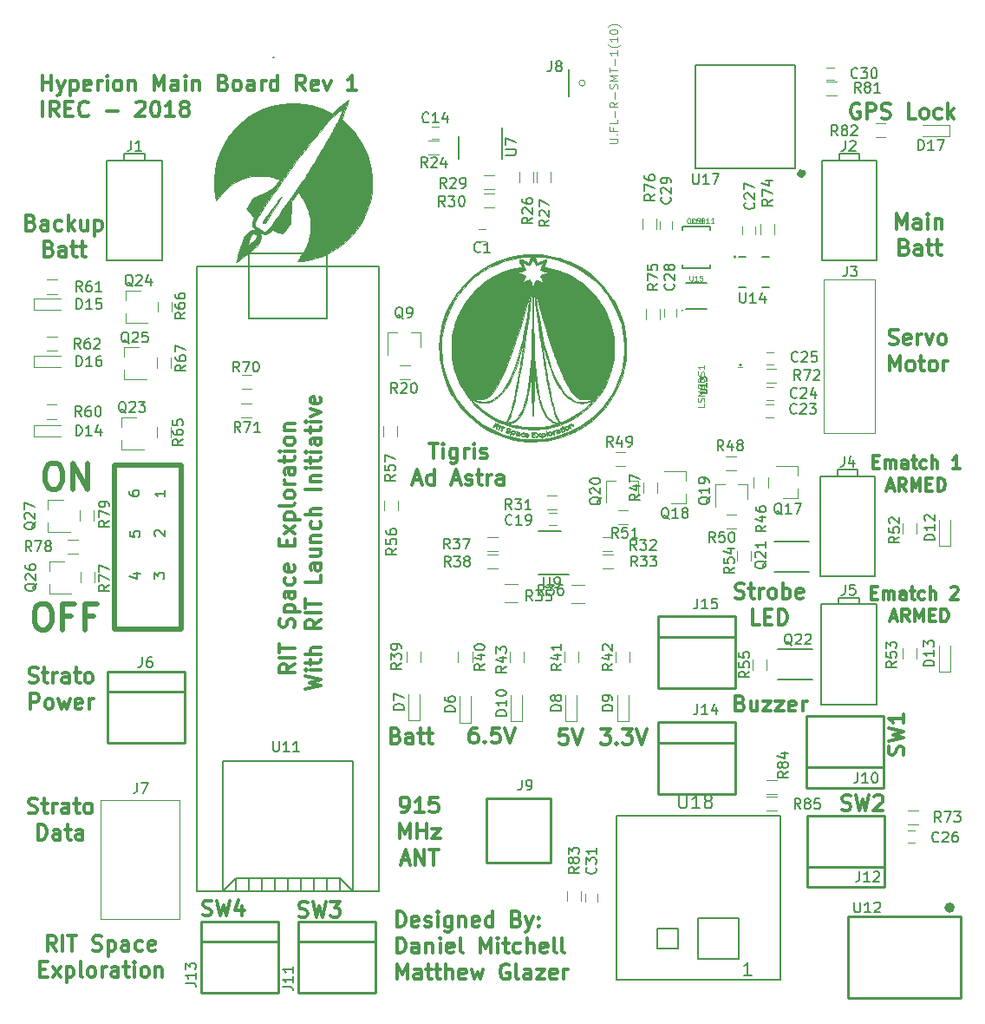
<source format=gbr>
G04 #@! TF.GenerationSoftware,KiCad,Pcbnew,(2017-07-31 revision 67ae5935d)-makepkg*
G04 #@! TF.CreationDate,2018-05-29T16:44:51-04:00*
G04 #@! TF.ProjectId,MainboardRev1,4D61696E626F617264526576312E6B69,rev?*
G04 #@! TF.SameCoordinates,Original*
G04 #@! TF.FileFunction,Legend,Top*
G04 #@! TF.FilePolarity,Positive*
%FSLAX46Y46*%
G04 Gerber Fmt 4.6, Leading zero omitted, Abs format (unit mm)*
G04 Created by KiCad (PCBNEW (2017-07-31 revision 67ae5935d)-makepkg) date 05/29/18 16:44:51*
%MOMM*%
%LPD*%
G01*
G04 APERTURE LIST*
%ADD10C,0.300000*%
%ADD11C,0.200000*%
%ADD12C,0.500000*%
%ADD13C,0.120000*%
%ADD14C,0.150000*%
%ADD15C,0.250000*%
%ADD16C,0.160000*%
%ADD17C,0.100000*%
%ADD18C,0.050000*%
%ADD19C,0.127000*%
%ADD20C,0.700000*%
%ADD21C,0.010000*%
%ADD22C,0.203200*%
%ADD23C,0.160492*%
%ADD24C,0.125000*%
%ADD25C,0.120347*%
%ADD26C,0.152400*%
G04 APERTURE END LIST*
D10*
X76743571Y-109257142D02*
X76029285Y-109757142D01*
X76743571Y-110114285D02*
X75243571Y-110114285D01*
X75243571Y-109542857D01*
X75315000Y-109400000D01*
X75386428Y-109328571D01*
X75529285Y-109257142D01*
X75743571Y-109257142D01*
X75886428Y-109328571D01*
X75957857Y-109400000D01*
X76029285Y-109542857D01*
X76029285Y-110114285D01*
X76743571Y-108614285D02*
X75243571Y-108614285D01*
X75243571Y-108114285D02*
X75243571Y-107257142D01*
X76743571Y-107685714D02*
X75243571Y-107685714D01*
X76672142Y-105685714D02*
X76743571Y-105471428D01*
X76743571Y-105114285D01*
X76672142Y-104971428D01*
X76600714Y-104900000D01*
X76457857Y-104828571D01*
X76315000Y-104828571D01*
X76172142Y-104900000D01*
X76100714Y-104971428D01*
X76029285Y-105114285D01*
X75957857Y-105400000D01*
X75886428Y-105542857D01*
X75815000Y-105614285D01*
X75672142Y-105685714D01*
X75529285Y-105685714D01*
X75386428Y-105614285D01*
X75315000Y-105542857D01*
X75243571Y-105400000D01*
X75243571Y-105042857D01*
X75315000Y-104828571D01*
X75743571Y-104185714D02*
X77243571Y-104185714D01*
X75815000Y-104185714D02*
X75743571Y-104042857D01*
X75743571Y-103757142D01*
X75815000Y-103614285D01*
X75886428Y-103542857D01*
X76029285Y-103471428D01*
X76457857Y-103471428D01*
X76600714Y-103542857D01*
X76672142Y-103614285D01*
X76743571Y-103757142D01*
X76743571Y-104042857D01*
X76672142Y-104185714D01*
X76743571Y-102185714D02*
X75957857Y-102185714D01*
X75815000Y-102257142D01*
X75743571Y-102400000D01*
X75743571Y-102685714D01*
X75815000Y-102828571D01*
X76672142Y-102185714D02*
X76743571Y-102328571D01*
X76743571Y-102685714D01*
X76672142Y-102828571D01*
X76529285Y-102900000D01*
X76386428Y-102900000D01*
X76243571Y-102828571D01*
X76172142Y-102685714D01*
X76172142Y-102328571D01*
X76100714Y-102185714D01*
X76672142Y-100828571D02*
X76743571Y-100971428D01*
X76743571Y-101257142D01*
X76672142Y-101400000D01*
X76600714Y-101471428D01*
X76457857Y-101542857D01*
X76029285Y-101542857D01*
X75886428Y-101471428D01*
X75815000Y-101400000D01*
X75743571Y-101257142D01*
X75743571Y-100971428D01*
X75815000Y-100828571D01*
X76672142Y-99614285D02*
X76743571Y-99757142D01*
X76743571Y-100042857D01*
X76672142Y-100185714D01*
X76529285Y-100257142D01*
X75957857Y-100257142D01*
X75815000Y-100185714D01*
X75743571Y-100042857D01*
X75743571Y-99757142D01*
X75815000Y-99614285D01*
X75957857Y-99542857D01*
X76100714Y-99542857D01*
X76243571Y-100257142D01*
X75957857Y-97757142D02*
X75957857Y-97257142D01*
X76743571Y-97042857D02*
X76743571Y-97757142D01*
X75243571Y-97757142D01*
X75243571Y-97042857D01*
X76743571Y-96542857D02*
X75743571Y-95757142D01*
X75743571Y-96542857D02*
X76743571Y-95757142D01*
X75743571Y-95185714D02*
X77243571Y-95185714D01*
X75815000Y-95185714D02*
X75743571Y-95042857D01*
X75743571Y-94757142D01*
X75815000Y-94614285D01*
X75886428Y-94542857D01*
X76029285Y-94471428D01*
X76457857Y-94471428D01*
X76600714Y-94542857D01*
X76672142Y-94614285D01*
X76743571Y-94757142D01*
X76743571Y-95042857D01*
X76672142Y-95185714D01*
X76743571Y-93614285D02*
X76672142Y-93757142D01*
X76529285Y-93828571D01*
X75243571Y-93828571D01*
X76743571Y-92828571D02*
X76672142Y-92971428D01*
X76600714Y-93042857D01*
X76457857Y-93114285D01*
X76029285Y-93114285D01*
X75886428Y-93042857D01*
X75815000Y-92971428D01*
X75743571Y-92828571D01*
X75743571Y-92614285D01*
X75815000Y-92471428D01*
X75886428Y-92400000D01*
X76029285Y-92328571D01*
X76457857Y-92328571D01*
X76600714Y-92400000D01*
X76672142Y-92471428D01*
X76743571Y-92614285D01*
X76743571Y-92828571D01*
X76743571Y-91685714D02*
X75743571Y-91685714D01*
X76029285Y-91685714D02*
X75886428Y-91614285D01*
X75815000Y-91542857D01*
X75743571Y-91400000D01*
X75743571Y-91257142D01*
X76743571Y-90114285D02*
X75957857Y-90114285D01*
X75815000Y-90185714D01*
X75743571Y-90328571D01*
X75743571Y-90614285D01*
X75815000Y-90757142D01*
X76672142Y-90114285D02*
X76743571Y-90257142D01*
X76743571Y-90614285D01*
X76672142Y-90757142D01*
X76529285Y-90828571D01*
X76386428Y-90828571D01*
X76243571Y-90757142D01*
X76172142Y-90614285D01*
X76172142Y-90257142D01*
X76100714Y-90114285D01*
X75743571Y-89614285D02*
X75743571Y-89042857D01*
X75243571Y-89400000D02*
X76529285Y-89400000D01*
X76672142Y-89328571D01*
X76743571Y-89185714D01*
X76743571Y-89042857D01*
X76743571Y-88542857D02*
X75743571Y-88542857D01*
X75243571Y-88542857D02*
X75315000Y-88614285D01*
X75386428Y-88542857D01*
X75315000Y-88471428D01*
X75243571Y-88542857D01*
X75386428Y-88542857D01*
X76743571Y-87614285D02*
X76672142Y-87757142D01*
X76600714Y-87828571D01*
X76457857Y-87900000D01*
X76029285Y-87900000D01*
X75886428Y-87828571D01*
X75815000Y-87757142D01*
X75743571Y-87614285D01*
X75743571Y-87400000D01*
X75815000Y-87257142D01*
X75886428Y-87185714D01*
X76029285Y-87114285D01*
X76457857Y-87114285D01*
X76600714Y-87185714D01*
X76672142Y-87257142D01*
X76743571Y-87400000D01*
X76743571Y-87614285D01*
X75743571Y-86471428D02*
X76743571Y-86471428D01*
X75886428Y-86471428D02*
X75815000Y-86400000D01*
X75743571Y-86257142D01*
X75743571Y-86042857D01*
X75815000Y-85900000D01*
X75957857Y-85828571D01*
X76743571Y-85828571D01*
X77793571Y-111721428D02*
X79293571Y-111364285D01*
X78222142Y-111078571D01*
X79293571Y-110792857D01*
X77793571Y-110435714D01*
X79293571Y-109864285D02*
X78293571Y-109864285D01*
X77793571Y-109864285D02*
X77865000Y-109935714D01*
X77936428Y-109864285D01*
X77865000Y-109792857D01*
X77793571Y-109864285D01*
X77936428Y-109864285D01*
X78293571Y-109364285D02*
X78293571Y-108792857D01*
X77793571Y-109150000D02*
X79079285Y-109150000D01*
X79222142Y-109078571D01*
X79293571Y-108935714D01*
X79293571Y-108792857D01*
X79293571Y-108292857D02*
X77793571Y-108292857D01*
X79293571Y-107650000D02*
X78507857Y-107650000D01*
X78365000Y-107721428D01*
X78293571Y-107864285D01*
X78293571Y-108078571D01*
X78365000Y-108221428D01*
X78436428Y-108292857D01*
X79293571Y-104935714D02*
X78579285Y-105435714D01*
X79293571Y-105792857D02*
X77793571Y-105792857D01*
X77793571Y-105221428D01*
X77865000Y-105078571D01*
X77936428Y-105007142D01*
X78079285Y-104935714D01*
X78293571Y-104935714D01*
X78436428Y-105007142D01*
X78507857Y-105078571D01*
X78579285Y-105221428D01*
X78579285Y-105792857D01*
X79293571Y-104292857D02*
X77793571Y-104292857D01*
X77793571Y-103792857D02*
X77793571Y-102935714D01*
X79293571Y-103364285D02*
X77793571Y-103364285D01*
X79293571Y-100578571D02*
X79293571Y-101292857D01*
X77793571Y-101292857D01*
X79293571Y-99435714D02*
X78507857Y-99435714D01*
X78365000Y-99507142D01*
X78293571Y-99650000D01*
X78293571Y-99935714D01*
X78365000Y-100078571D01*
X79222142Y-99435714D02*
X79293571Y-99578571D01*
X79293571Y-99935714D01*
X79222142Y-100078571D01*
X79079285Y-100150000D01*
X78936428Y-100150000D01*
X78793571Y-100078571D01*
X78722142Y-99935714D01*
X78722142Y-99578571D01*
X78650714Y-99435714D01*
X78293571Y-98078571D02*
X79293571Y-98078571D01*
X78293571Y-98721428D02*
X79079285Y-98721428D01*
X79222142Y-98650000D01*
X79293571Y-98507142D01*
X79293571Y-98292857D01*
X79222142Y-98150000D01*
X79150714Y-98078571D01*
X78293571Y-97364285D02*
X79293571Y-97364285D01*
X78436428Y-97364285D02*
X78365000Y-97292857D01*
X78293571Y-97150000D01*
X78293571Y-96935714D01*
X78365000Y-96792857D01*
X78507857Y-96721428D01*
X79293571Y-96721428D01*
X79222142Y-95364285D02*
X79293571Y-95507142D01*
X79293571Y-95792857D01*
X79222142Y-95935714D01*
X79150714Y-96007142D01*
X79007857Y-96078571D01*
X78579285Y-96078571D01*
X78436428Y-96007142D01*
X78365000Y-95935714D01*
X78293571Y-95792857D01*
X78293571Y-95507142D01*
X78365000Y-95364285D01*
X79293571Y-94721428D02*
X77793571Y-94721428D01*
X79293571Y-94078571D02*
X78507857Y-94078571D01*
X78365000Y-94150000D01*
X78293571Y-94292857D01*
X78293571Y-94507142D01*
X78365000Y-94650000D01*
X78436428Y-94721428D01*
X79293571Y-92221428D02*
X77793571Y-92221428D01*
X78293571Y-91507142D02*
X79293571Y-91507142D01*
X78436428Y-91507142D02*
X78365000Y-91435714D01*
X78293571Y-91292857D01*
X78293571Y-91078571D01*
X78365000Y-90935714D01*
X78507857Y-90864285D01*
X79293571Y-90864285D01*
X79293571Y-90150000D02*
X78293571Y-90150000D01*
X77793571Y-90150000D02*
X77865000Y-90221428D01*
X77936428Y-90150000D01*
X77865000Y-90078571D01*
X77793571Y-90150000D01*
X77936428Y-90150000D01*
X78293571Y-89650000D02*
X78293571Y-89078571D01*
X77793571Y-89435714D02*
X79079285Y-89435714D01*
X79222142Y-89364285D01*
X79293571Y-89221428D01*
X79293571Y-89078571D01*
X79293571Y-88578571D02*
X78293571Y-88578571D01*
X77793571Y-88578571D02*
X77865000Y-88650000D01*
X77936428Y-88578571D01*
X77865000Y-88507142D01*
X77793571Y-88578571D01*
X77936428Y-88578571D01*
X79293571Y-87221428D02*
X78507857Y-87221428D01*
X78365000Y-87292857D01*
X78293571Y-87435714D01*
X78293571Y-87721428D01*
X78365000Y-87864285D01*
X79222142Y-87221428D02*
X79293571Y-87364285D01*
X79293571Y-87721428D01*
X79222142Y-87864285D01*
X79079285Y-87935714D01*
X78936428Y-87935714D01*
X78793571Y-87864285D01*
X78722142Y-87721428D01*
X78722142Y-87364285D01*
X78650714Y-87221428D01*
X78293571Y-86721428D02*
X78293571Y-86150000D01*
X77793571Y-86507142D02*
X79079285Y-86507142D01*
X79222142Y-86435714D01*
X79293571Y-86292857D01*
X79293571Y-86150000D01*
X79293571Y-85650000D02*
X78293571Y-85650000D01*
X77793571Y-85650000D02*
X77865000Y-85721428D01*
X77936428Y-85650000D01*
X77865000Y-85578571D01*
X77793571Y-85650000D01*
X77936428Y-85650000D01*
X78293571Y-85078571D02*
X79293571Y-84721428D01*
X78293571Y-84364285D01*
X79222142Y-83221428D02*
X79293571Y-83364285D01*
X79293571Y-83650000D01*
X79222142Y-83792857D01*
X79079285Y-83864285D01*
X78507857Y-83864285D01*
X78365000Y-83792857D01*
X78293571Y-83650000D01*
X78293571Y-83364285D01*
X78365000Y-83221428D01*
X78507857Y-83150000D01*
X78650714Y-83150000D01*
X78793571Y-83864285D01*
D11*
X74680000Y-50030000D02*
X74660000Y-50030000D01*
D10*
X89887142Y-87713571D02*
X90744285Y-87713571D01*
X90315714Y-89213571D02*
X90315714Y-87713571D01*
X91244285Y-89213571D02*
X91244285Y-88213571D01*
X91244285Y-87713571D02*
X91172857Y-87785000D01*
X91244285Y-87856428D01*
X91315714Y-87785000D01*
X91244285Y-87713571D01*
X91244285Y-87856428D01*
X92601428Y-88213571D02*
X92601428Y-89427857D01*
X92530000Y-89570714D01*
X92458571Y-89642142D01*
X92315714Y-89713571D01*
X92101428Y-89713571D01*
X91958571Y-89642142D01*
X92601428Y-89142142D02*
X92458571Y-89213571D01*
X92172857Y-89213571D01*
X92030000Y-89142142D01*
X91958571Y-89070714D01*
X91887142Y-88927857D01*
X91887142Y-88499285D01*
X91958571Y-88356428D01*
X92030000Y-88285000D01*
X92172857Y-88213571D01*
X92458571Y-88213571D01*
X92601428Y-88285000D01*
X93315714Y-89213571D02*
X93315714Y-88213571D01*
X93315714Y-88499285D02*
X93387142Y-88356428D01*
X93458571Y-88285000D01*
X93601428Y-88213571D01*
X93744285Y-88213571D01*
X94244285Y-89213571D02*
X94244285Y-88213571D01*
X94244285Y-87713571D02*
X94172857Y-87785000D01*
X94244285Y-87856428D01*
X94315714Y-87785000D01*
X94244285Y-87713571D01*
X94244285Y-87856428D01*
X94887142Y-89142142D02*
X95030000Y-89213571D01*
X95315714Y-89213571D01*
X95458571Y-89142142D01*
X95530000Y-88999285D01*
X95530000Y-88927857D01*
X95458571Y-88785000D01*
X95315714Y-88713571D01*
X95101428Y-88713571D01*
X94958571Y-88642142D01*
X94887142Y-88499285D01*
X94887142Y-88427857D01*
X94958571Y-88285000D01*
X95101428Y-88213571D01*
X95315714Y-88213571D01*
X95458571Y-88285000D01*
X88351428Y-91335000D02*
X89065714Y-91335000D01*
X88208571Y-91763571D02*
X88708571Y-90263571D01*
X89208571Y-91763571D01*
X90351428Y-91763571D02*
X90351428Y-90263571D01*
X90351428Y-91692142D02*
X90208571Y-91763571D01*
X89922857Y-91763571D01*
X89780000Y-91692142D01*
X89708571Y-91620714D01*
X89637142Y-91477857D01*
X89637142Y-91049285D01*
X89708571Y-90906428D01*
X89780000Y-90835000D01*
X89922857Y-90763571D01*
X90208571Y-90763571D01*
X90351428Y-90835000D01*
X92137142Y-91335000D02*
X92851428Y-91335000D01*
X91994285Y-91763571D02*
X92494285Y-90263571D01*
X92994285Y-91763571D01*
X93422857Y-91692142D02*
X93565714Y-91763571D01*
X93851428Y-91763571D01*
X93994285Y-91692142D01*
X94065714Y-91549285D01*
X94065714Y-91477857D01*
X93994285Y-91335000D01*
X93851428Y-91263571D01*
X93637142Y-91263571D01*
X93494285Y-91192142D01*
X93422857Y-91049285D01*
X93422857Y-90977857D01*
X93494285Y-90835000D01*
X93637142Y-90763571D01*
X93851428Y-90763571D01*
X93994285Y-90835000D01*
X94494285Y-90763571D02*
X95065714Y-90763571D01*
X94708571Y-90263571D02*
X94708571Y-91549285D01*
X94780000Y-91692142D01*
X94922857Y-91763571D01*
X95065714Y-91763571D01*
X95565714Y-91763571D02*
X95565714Y-90763571D01*
X95565714Y-91049285D02*
X95637142Y-90906428D01*
X95708571Y-90835000D01*
X95851428Y-90763571D01*
X95994285Y-90763571D01*
X97137142Y-91763571D02*
X97137142Y-90977857D01*
X97065714Y-90835000D01*
X96922857Y-90763571D01*
X96637142Y-90763571D01*
X96494285Y-90835000D01*
X97137142Y-91692142D02*
X96994285Y-91763571D01*
X96637142Y-91763571D01*
X96494285Y-91692142D01*
X96422857Y-91549285D01*
X96422857Y-91406428D01*
X96494285Y-91263571D01*
X96637142Y-91192142D01*
X96994285Y-91192142D01*
X97137142Y-91120714D01*
X86722142Y-134918571D02*
X86722142Y-133418571D01*
X87079285Y-133418571D01*
X87293571Y-133490000D01*
X87436428Y-133632857D01*
X87507857Y-133775714D01*
X87579285Y-134061428D01*
X87579285Y-134275714D01*
X87507857Y-134561428D01*
X87436428Y-134704285D01*
X87293571Y-134847142D01*
X87079285Y-134918571D01*
X86722142Y-134918571D01*
X88793571Y-134847142D02*
X88650714Y-134918571D01*
X88365000Y-134918571D01*
X88222142Y-134847142D01*
X88150714Y-134704285D01*
X88150714Y-134132857D01*
X88222142Y-133990000D01*
X88365000Y-133918571D01*
X88650714Y-133918571D01*
X88793571Y-133990000D01*
X88865000Y-134132857D01*
X88865000Y-134275714D01*
X88150714Y-134418571D01*
X89436428Y-134847142D02*
X89579285Y-134918571D01*
X89865000Y-134918571D01*
X90007857Y-134847142D01*
X90079285Y-134704285D01*
X90079285Y-134632857D01*
X90007857Y-134490000D01*
X89865000Y-134418571D01*
X89650714Y-134418571D01*
X89507857Y-134347142D01*
X89436428Y-134204285D01*
X89436428Y-134132857D01*
X89507857Y-133990000D01*
X89650714Y-133918571D01*
X89865000Y-133918571D01*
X90007857Y-133990000D01*
X90722142Y-134918571D02*
X90722142Y-133918571D01*
X90722142Y-133418571D02*
X90650714Y-133490000D01*
X90722142Y-133561428D01*
X90793571Y-133490000D01*
X90722142Y-133418571D01*
X90722142Y-133561428D01*
X92079285Y-133918571D02*
X92079285Y-135132857D01*
X92007857Y-135275714D01*
X91936428Y-135347142D01*
X91793571Y-135418571D01*
X91579285Y-135418571D01*
X91436428Y-135347142D01*
X92079285Y-134847142D02*
X91936428Y-134918571D01*
X91650714Y-134918571D01*
X91507857Y-134847142D01*
X91436428Y-134775714D01*
X91365000Y-134632857D01*
X91365000Y-134204285D01*
X91436428Y-134061428D01*
X91507857Y-133990000D01*
X91650714Y-133918571D01*
X91936428Y-133918571D01*
X92079285Y-133990000D01*
X92793571Y-133918571D02*
X92793571Y-134918571D01*
X92793571Y-134061428D02*
X92865000Y-133990000D01*
X93007857Y-133918571D01*
X93222142Y-133918571D01*
X93365000Y-133990000D01*
X93436428Y-134132857D01*
X93436428Y-134918571D01*
X94722142Y-134847142D02*
X94579285Y-134918571D01*
X94293571Y-134918571D01*
X94150714Y-134847142D01*
X94079285Y-134704285D01*
X94079285Y-134132857D01*
X94150714Y-133990000D01*
X94293571Y-133918571D01*
X94579285Y-133918571D01*
X94722142Y-133990000D01*
X94793571Y-134132857D01*
X94793571Y-134275714D01*
X94079285Y-134418571D01*
X96079285Y-134918571D02*
X96079285Y-133418571D01*
X96079285Y-134847142D02*
X95936428Y-134918571D01*
X95650714Y-134918571D01*
X95507857Y-134847142D01*
X95436428Y-134775714D01*
X95365000Y-134632857D01*
X95365000Y-134204285D01*
X95436428Y-134061428D01*
X95507857Y-133990000D01*
X95650714Y-133918571D01*
X95936428Y-133918571D01*
X96079285Y-133990000D01*
X98436428Y-134132857D02*
X98650714Y-134204285D01*
X98722142Y-134275714D01*
X98793571Y-134418571D01*
X98793571Y-134632857D01*
X98722142Y-134775714D01*
X98650714Y-134847142D01*
X98507857Y-134918571D01*
X97936428Y-134918571D01*
X97936428Y-133418571D01*
X98436428Y-133418571D01*
X98579285Y-133490000D01*
X98650714Y-133561428D01*
X98722142Y-133704285D01*
X98722142Y-133847142D01*
X98650714Y-133990000D01*
X98579285Y-134061428D01*
X98436428Y-134132857D01*
X97936428Y-134132857D01*
X99293571Y-133918571D02*
X99650714Y-134918571D01*
X100007857Y-133918571D02*
X99650714Y-134918571D01*
X99507857Y-135275714D01*
X99436428Y-135347142D01*
X99293571Y-135418571D01*
X100579285Y-134775714D02*
X100650714Y-134847142D01*
X100579285Y-134918571D01*
X100507857Y-134847142D01*
X100579285Y-134775714D01*
X100579285Y-134918571D01*
X100579285Y-133990000D02*
X100650714Y-134061428D01*
X100579285Y-134132857D01*
X100507857Y-134061428D01*
X100579285Y-133990000D01*
X100579285Y-134132857D01*
X86722142Y-137468571D02*
X86722142Y-135968571D01*
X87079285Y-135968571D01*
X87293571Y-136040000D01*
X87436428Y-136182857D01*
X87507857Y-136325714D01*
X87579285Y-136611428D01*
X87579285Y-136825714D01*
X87507857Y-137111428D01*
X87436428Y-137254285D01*
X87293571Y-137397142D01*
X87079285Y-137468571D01*
X86722142Y-137468571D01*
X88865000Y-137468571D02*
X88865000Y-136682857D01*
X88793571Y-136540000D01*
X88650714Y-136468571D01*
X88365000Y-136468571D01*
X88222142Y-136540000D01*
X88865000Y-137397142D02*
X88722142Y-137468571D01*
X88365000Y-137468571D01*
X88222142Y-137397142D01*
X88150714Y-137254285D01*
X88150714Y-137111428D01*
X88222142Y-136968571D01*
X88365000Y-136897142D01*
X88722142Y-136897142D01*
X88865000Y-136825714D01*
X89579285Y-136468571D02*
X89579285Y-137468571D01*
X89579285Y-136611428D02*
X89650714Y-136540000D01*
X89793571Y-136468571D01*
X90007857Y-136468571D01*
X90150714Y-136540000D01*
X90222142Y-136682857D01*
X90222142Y-137468571D01*
X90936428Y-137468571D02*
X90936428Y-136468571D01*
X90936428Y-135968571D02*
X90865000Y-136040000D01*
X90936428Y-136111428D01*
X91007857Y-136040000D01*
X90936428Y-135968571D01*
X90936428Y-136111428D01*
X92222142Y-137397142D02*
X92079285Y-137468571D01*
X91793571Y-137468571D01*
X91650714Y-137397142D01*
X91579285Y-137254285D01*
X91579285Y-136682857D01*
X91650714Y-136540000D01*
X91793571Y-136468571D01*
X92079285Y-136468571D01*
X92222142Y-136540000D01*
X92293571Y-136682857D01*
X92293571Y-136825714D01*
X91579285Y-136968571D01*
X93150714Y-137468571D02*
X93007857Y-137397142D01*
X92936428Y-137254285D01*
X92936428Y-135968571D01*
X94865000Y-137468571D02*
X94865000Y-135968571D01*
X95365000Y-137040000D01*
X95865000Y-135968571D01*
X95865000Y-137468571D01*
X96579285Y-137468571D02*
X96579285Y-136468571D01*
X96579285Y-135968571D02*
X96507857Y-136040000D01*
X96579285Y-136111428D01*
X96650714Y-136040000D01*
X96579285Y-135968571D01*
X96579285Y-136111428D01*
X97079285Y-136468571D02*
X97650714Y-136468571D01*
X97293571Y-135968571D02*
X97293571Y-137254285D01*
X97365000Y-137397142D01*
X97507857Y-137468571D01*
X97650714Y-137468571D01*
X98793571Y-137397142D02*
X98650714Y-137468571D01*
X98365000Y-137468571D01*
X98222142Y-137397142D01*
X98150714Y-137325714D01*
X98079285Y-137182857D01*
X98079285Y-136754285D01*
X98150714Y-136611428D01*
X98222142Y-136540000D01*
X98365000Y-136468571D01*
X98650714Y-136468571D01*
X98793571Y-136540000D01*
X99436428Y-137468571D02*
X99436428Y-135968571D01*
X100079285Y-137468571D02*
X100079285Y-136682857D01*
X100007857Y-136540000D01*
X99865000Y-136468571D01*
X99650714Y-136468571D01*
X99507857Y-136540000D01*
X99436428Y-136611428D01*
X101365000Y-137397142D02*
X101222142Y-137468571D01*
X100936428Y-137468571D01*
X100793571Y-137397142D01*
X100722142Y-137254285D01*
X100722142Y-136682857D01*
X100793571Y-136540000D01*
X100936428Y-136468571D01*
X101222142Y-136468571D01*
X101365000Y-136540000D01*
X101436428Y-136682857D01*
X101436428Y-136825714D01*
X100722142Y-136968571D01*
X102293571Y-137468571D02*
X102150714Y-137397142D01*
X102079285Y-137254285D01*
X102079285Y-135968571D01*
X103079285Y-137468571D02*
X102936428Y-137397142D01*
X102865000Y-137254285D01*
X102865000Y-135968571D01*
X86722142Y-140018571D02*
X86722142Y-138518571D01*
X87222142Y-139590000D01*
X87722142Y-138518571D01*
X87722142Y-140018571D01*
X89079285Y-140018571D02*
X89079285Y-139232857D01*
X89007857Y-139090000D01*
X88865000Y-139018571D01*
X88579285Y-139018571D01*
X88436428Y-139090000D01*
X89079285Y-139947142D02*
X88936428Y-140018571D01*
X88579285Y-140018571D01*
X88436428Y-139947142D01*
X88365000Y-139804285D01*
X88365000Y-139661428D01*
X88436428Y-139518571D01*
X88579285Y-139447142D01*
X88936428Y-139447142D01*
X89079285Y-139375714D01*
X89579285Y-139018571D02*
X90150714Y-139018571D01*
X89793571Y-138518571D02*
X89793571Y-139804285D01*
X89865000Y-139947142D01*
X90007857Y-140018571D01*
X90150714Y-140018571D01*
X90436428Y-139018571D02*
X91007857Y-139018571D01*
X90650714Y-138518571D02*
X90650714Y-139804285D01*
X90722142Y-139947142D01*
X90865000Y-140018571D01*
X91007857Y-140018571D01*
X91507857Y-140018571D02*
X91507857Y-138518571D01*
X92150714Y-140018571D02*
X92150714Y-139232857D01*
X92079285Y-139090000D01*
X91936428Y-139018571D01*
X91722142Y-139018571D01*
X91579285Y-139090000D01*
X91507857Y-139161428D01*
X93436428Y-139947142D02*
X93293571Y-140018571D01*
X93007857Y-140018571D01*
X92865000Y-139947142D01*
X92793571Y-139804285D01*
X92793571Y-139232857D01*
X92865000Y-139090000D01*
X93007857Y-139018571D01*
X93293571Y-139018571D01*
X93436428Y-139090000D01*
X93507857Y-139232857D01*
X93507857Y-139375714D01*
X92793571Y-139518571D01*
X94007857Y-139018571D02*
X94293571Y-140018571D01*
X94579285Y-139304285D01*
X94865000Y-140018571D01*
X95150714Y-139018571D01*
X97650714Y-138590000D02*
X97507857Y-138518571D01*
X97293571Y-138518571D01*
X97079285Y-138590000D01*
X96936428Y-138732857D01*
X96865000Y-138875714D01*
X96793571Y-139161428D01*
X96793571Y-139375714D01*
X96865000Y-139661428D01*
X96936428Y-139804285D01*
X97079285Y-139947142D01*
X97293571Y-140018571D01*
X97436428Y-140018571D01*
X97650714Y-139947142D01*
X97722142Y-139875714D01*
X97722142Y-139375714D01*
X97436428Y-139375714D01*
X98579285Y-140018571D02*
X98436428Y-139947142D01*
X98365000Y-139804285D01*
X98365000Y-138518571D01*
X99793571Y-140018571D02*
X99793571Y-139232857D01*
X99722142Y-139090000D01*
X99579285Y-139018571D01*
X99293571Y-139018571D01*
X99150714Y-139090000D01*
X99793571Y-139947142D02*
X99650714Y-140018571D01*
X99293571Y-140018571D01*
X99150714Y-139947142D01*
X99079285Y-139804285D01*
X99079285Y-139661428D01*
X99150714Y-139518571D01*
X99293571Y-139447142D01*
X99650714Y-139447142D01*
X99793571Y-139375714D01*
X100365000Y-139018571D02*
X101150714Y-139018571D01*
X100365000Y-140018571D01*
X101150714Y-140018571D01*
X102293571Y-139947142D02*
X102150714Y-140018571D01*
X101865000Y-140018571D01*
X101722142Y-139947142D01*
X101650714Y-139804285D01*
X101650714Y-139232857D01*
X101722142Y-139090000D01*
X101865000Y-139018571D01*
X102150714Y-139018571D01*
X102293571Y-139090000D01*
X102365000Y-139232857D01*
X102365000Y-139375714D01*
X101650714Y-139518571D01*
X103007857Y-140018571D02*
X103007857Y-139018571D01*
X103007857Y-139304285D02*
X103079285Y-139161428D01*
X103150714Y-139090000D01*
X103293571Y-139018571D01*
X103436428Y-139018571D01*
X53447142Y-137263571D02*
X52947142Y-136549285D01*
X52590000Y-137263571D02*
X52590000Y-135763571D01*
X53161428Y-135763571D01*
X53304285Y-135835000D01*
X53375714Y-135906428D01*
X53447142Y-136049285D01*
X53447142Y-136263571D01*
X53375714Y-136406428D01*
X53304285Y-136477857D01*
X53161428Y-136549285D01*
X52590000Y-136549285D01*
X54090000Y-137263571D02*
X54090000Y-135763571D01*
X54590000Y-135763571D02*
X55447142Y-135763571D01*
X55018571Y-137263571D02*
X55018571Y-135763571D01*
X57018571Y-137192142D02*
X57232857Y-137263571D01*
X57590000Y-137263571D01*
X57732857Y-137192142D01*
X57804285Y-137120714D01*
X57875714Y-136977857D01*
X57875714Y-136835000D01*
X57804285Y-136692142D01*
X57732857Y-136620714D01*
X57590000Y-136549285D01*
X57304285Y-136477857D01*
X57161428Y-136406428D01*
X57090000Y-136335000D01*
X57018571Y-136192142D01*
X57018571Y-136049285D01*
X57090000Y-135906428D01*
X57161428Y-135835000D01*
X57304285Y-135763571D01*
X57661428Y-135763571D01*
X57875714Y-135835000D01*
X58518571Y-136263571D02*
X58518571Y-137763571D01*
X58518571Y-136335000D02*
X58661428Y-136263571D01*
X58947142Y-136263571D01*
X59090000Y-136335000D01*
X59161428Y-136406428D01*
X59232857Y-136549285D01*
X59232857Y-136977857D01*
X59161428Y-137120714D01*
X59090000Y-137192142D01*
X58947142Y-137263571D01*
X58661428Y-137263571D01*
X58518571Y-137192142D01*
X60518571Y-137263571D02*
X60518571Y-136477857D01*
X60447142Y-136335000D01*
X60304285Y-136263571D01*
X60018571Y-136263571D01*
X59875714Y-136335000D01*
X60518571Y-137192142D02*
X60375714Y-137263571D01*
X60018571Y-137263571D01*
X59875714Y-137192142D01*
X59804285Y-137049285D01*
X59804285Y-136906428D01*
X59875714Y-136763571D01*
X60018571Y-136692142D01*
X60375714Y-136692142D01*
X60518571Y-136620714D01*
X61875714Y-137192142D02*
X61732857Y-137263571D01*
X61447142Y-137263571D01*
X61304285Y-137192142D01*
X61232857Y-137120714D01*
X61161428Y-136977857D01*
X61161428Y-136549285D01*
X61232857Y-136406428D01*
X61304285Y-136335000D01*
X61447142Y-136263571D01*
X61732857Y-136263571D01*
X61875714Y-136335000D01*
X63090000Y-137192142D02*
X62947142Y-137263571D01*
X62661428Y-137263571D01*
X62518571Y-137192142D01*
X62447142Y-137049285D01*
X62447142Y-136477857D01*
X62518571Y-136335000D01*
X62661428Y-136263571D01*
X62947142Y-136263571D01*
X63090000Y-136335000D01*
X63161428Y-136477857D01*
X63161428Y-136620714D01*
X62447142Y-136763571D01*
X51875714Y-139027857D02*
X52375714Y-139027857D01*
X52590000Y-139813571D02*
X51875714Y-139813571D01*
X51875714Y-138313571D01*
X52590000Y-138313571D01*
X53090000Y-139813571D02*
X53875714Y-138813571D01*
X53090000Y-138813571D02*
X53875714Y-139813571D01*
X54447142Y-138813571D02*
X54447142Y-140313571D01*
X54447142Y-138885000D02*
X54590000Y-138813571D01*
X54875714Y-138813571D01*
X55018571Y-138885000D01*
X55090000Y-138956428D01*
X55161428Y-139099285D01*
X55161428Y-139527857D01*
X55090000Y-139670714D01*
X55018571Y-139742142D01*
X54875714Y-139813571D01*
X54590000Y-139813571D01*
X54447142Y-139742142D01*
X56018571Y-139813571D02*
X55875714Y-139742142D01*
X55804285Y-139599285D01*
X55804285Y-138313571D01*
X56804285Y-139813571D02*
X56661428Y-139742142D01*
X56590000Y-139670714D01*
X56518571Y-139527857D01*
X56518571Y-139099285D01*
X56590000Y-138956428D01*
X56661428Y-138885000D01*
X56804285Y-138813571D01*
X57018571Y-138813571D01*
X57161428Y-138885000D01*
X57232857Y-138956428D01*
X57304285Y-139099285D01*
X57304285Y-139527857D01*
X57232857Y-139670714D01*
X57161428Y-139742142D01*
X57018571Y-139813571D01*
X56804285Y-139813571D01*
X57947142Y-139813571D02*
X57947142Y-138813571D01*
X57947142Y-139099285D02*
X58018571Y-138956428D01*
X58090000Y-138885000D01*
X58232857Y-138813571D01*
X58375714Y-138813571D01*
X59518571Y-139813571D02*
X59518571Y-139027857D01*
X59447142Y-138885000D01*
X59304285Y-138813571D01*
X59018571Y-138813571D01*
X58875714Y-138885000D01*
X59518571Y-139742142D02*
X59375714Y-139813571D01*
X59018571Y-139813571D01*
X58875714Y-139742142D01*
X58804285Y-139599285D01*
X58804285Y-139456428D01*
X58875714Y-139313571D01*
X59018571Y-139242142D01*
X59375714Y-139242142D01*
X59518571Y-139170714D01*
X60018571Y-138813571D02*
X60590000Y-138813571D01*
X60232857Y-138313571D02*
X60232857Y-139599285D01*
X60304285Y-139742142D01*
X60447142Y-139813571D01*
X60590000Y-139813571D01*
X61089999Y-139813571D02*
X61089999Y-138813571D01*
X61089999Y-138313571D02*
X61018571Y-138385000D01*
X61089999Y-138456428D01*
X61161428Y-138385000D01*
X61089999Y-138313571D01*
X61089999Y-138456428D01*
X62018571Y-139813571D02*
X61875714Y-139742142D01*
X61804285Y-139670714D01*
X61732857Y-139527857D01*
X61732857Y-139099285D01*
X61804285Y-138956428D01*
X61875714Y-138885000D01*
X62018571Y-138813571D01*
X62232857Y-138813571D01*
X62375714Y-138885000D01*
X62447142Y-138956428D01*
X62518571Y-139099285D01*
X62518571Y-139527857D01*
X62447142Y-139670714D01*
X62375714Y-139742142D01*
X62232857Y-139813571D01*
X62018571Y-139813571D01*
X63161428Y-138813571D02*
X63161428Y-139813571D01*
X63161428Y-138956428D02*
X63232857Y-138885000D01*
X63375714Y-138813571D01*
X63589999Y-138813571D01*
X63732857Y-138885000D01*
X63804285Y-139027857D01*
X63804285Y-139813571D01*
X52142142Y-53313571D02*
X52142142Y-51813571D01*
X52142142Y-52527857D02*
X52999285Y-52527857D01*
X52999285Y-53313571D02*
X52999285Y-51813571D01*
X53570714Y-52313571D02*
X53927857Y-53313571D01*
X54285000Y-52313571D02*
X53927857Y-53313571D01*
X53785000Y-53670714D01*
X53713571Y-53742142D01*
X53570714Y-53813571D01*
X54856428Y-52313571D02*
X54856428Y-53813571D01*
X54856428Y-52385000D02*
X54999285Y-52313571D01*
X55285000Y-52313571D01*
X55427857Y-52385000D01*
X55499285Y-52456428D01*
X55570714Y-52599285D01*
X55570714Y-53027857D01*
X55499285Y-53170714D01*
X55427857Y-53242142D01*
X55285000Y-53313571D01*
X54999285Y-53313571D01*
X54856428Y-53242142D01*
X56785000Y-53242142D02*
X56642142Y-53313571D01*
X56356428Y-53313571D01*
X56213571Y-53242142D01*
X56142142Y-53099285D01*
X56142142Y-52527857D01*
X56213571Y-52385000D01*
X56356428Y-52313571D01*
X56642142Y-52313571D01*
X56785000Y-52385000D01*
X56856428Y-52527857D01*
X56856428Y-52670714D01*
X56142142Y-52813571D01*
X57499285Y-53313571D02*
X57499285Y-52313571D01*
X57499285Y-52599285D02*
X57570714Y-52456428D01*
X57642142Y-52385000D01*
X57785000Y-52313571D01*
X57927857Y-52313571D01*
X58427857Y-53313571D02*
X58427857Y-52313571D01*
X58427857Y-51813571D02*
X58356428Y-51885000D01*
X58427857Y-51956428D01*
X58499285Y-51885000D01*
X58427857Y-51813571D01*
X58427857Y-51956428D01*
X59356428Y-53313571D02*
X59213571Y-53242142D01*
X59142142Y-53170714D01*
X59070714Y-53027857D01*
X59070714Y-52599285D01*
X59142142Y-52456428D01*
X59213571Y-52385000D01*
X59356428Y-52313571D01*
X59570714Y-52313571D01*
X59713571Y-52385000D01*
X59785000Y-52456428D01*
X59856428Y-52599285D01*
X59856428Y-53027857D01*
X59785000Y-53170714D01*
X59713571Y-53242142D01*
X59570714Y-53313571D01*
X59356428Y-53313571D01*
X60499285Y-52313571D02*
X60499285Y-53313571D01*
X60499285Y-52456428D02*
X60570714Y-52385000D01*
X60713571Y-52313571D01*
X60927857Y-52313571D01*
X61070714Y-52385000D01*
X61142142Y-52527857D01*
X61142142Y-53313571D01*
X62999285Y-53313571D02*
X62999285Y-51813571D01*
X63499285Y-52885000D01*
X63999285Y-51813571D01*
X63999285Y-53313571D01*
X65356428Y-53313571D02*
X65356428Y-52527857D01*
X65285000Y-52385000D01*
X65142142Y-52313571D01*
X64856428Y-52313571D01*
X64713571Y-52385000D01*
X65356428Y-53242142D02*
X65213571Y-53313571D01*
X64856428Y-53313571D01*
X64713571Y-53242142D01*
X64642142Y-53099285D01*
X64642142Y-52956428D01*
X64713571Y-52813571D01*
X64856428Y-52742142D01*
X65213571Y-52742142D01*
X65356428Y-52670714D01*
X66070714Y-53313571D02*
X66070714Y-52313571D01*
X66070714Y-51813571D02*
X65999285Y-51885000D01*
X66070714Y-51956428D01*
X66142142Y-51885000D01*
X66070714Y-51813571D01*
X66070714Y-51956428D01*
X66785000Y-52313571D02*
X66785000Y-53313571D01*
X66785000Y-52456428D02*
X66856428Y-52385000D01*
X66999285Y-52313571D01*
X67213571Y-52313571D01*
X67356428Y-52385000D01*
X67427857Y-52527857D01*
X67427857Y-53313571D01*
X69785000Y-52527857D02*
X69999285Y-52599285D01*
X70070714Y-52670714D01*
X70142142Y-52813571D01*
X70142142Y-53027857D01*
X70070714Y-53170714D01*
X69999285Y-53242142D01*
X69856428Y-53313571D01*
X69285000Y-53313571D01*
X69285000Y-51813571D01*
X69785000Y-51813571D01*
X69927857Y-51885000D01*
X69999285Y-51956428D01*
X70070714Y-52099285D01*
X70070714Y-52242142D01*
X69999285Y-52385000D01*
X69927857Y-52456428D01*
X69785000Y-52527857D01*
X69285000Y-52527857D01*
X70999285Y-53313571D02*
X70856428Y-53242142D01*
X70785000Y-53170714D01*
X70713571Y-53027857D01*
X70713571Y-52599285D01*
X70785000Y-52456428D01*
X70856428Y-52385000D01*
X70999285Y-52313571D01*
X71213571Y-52313571D01*
X71356428Y-52385000D01*
X71427857Y-52456428D01*
X71499285Y-52599285D01*
X71499285Y-53027857D01*
X71427857Y-53170714D01*
X71356428Y-53242142D01*
X71213571Y-53313571D01*
X70999285Y-53313571D01*
X72785000Y-53313571D02*
X72785000Y-52527857D01*
X72713571Y-52385000D01*
X72570714Y-52313571D01*
X72285000Y-52313571D01*
X72142142Y-52385000D01*
X72785000Y-53242142D02*
X72642142Y-53313571D01*
X72285000Y-53313571D01*
X72142142Y-53242142D01*
X72070714Y-53099285D01*
X72070714Y-52956428D01*
X72142142Y-52813571D01*
X72285000Y-52742142D01*
X72642142Y-52742142D01*
X72785000Y-52670714D01*
X73499285Y-53313571D02*
X73499285Y-52313571D01*
X73499285Y-52599285D02*
X73570714Y-52456428D01*
X73642142Y-52385000D01*
X73785000Y-52313571D01*
X73927857Y-52313571D01*
X75070714Y-53313571D02*
X75070714Y-51813571D01*
X75070714Y-53242142D02*
X74927857Y-53313571D01*
X74642142Y-53313571D01*
X74499285Y-53242142D01*
X74427857Y-53170714D01*
X74356428Y-53027857D01*
X74356428Y-52599285D01*
X74427857Y-52456428D01*
X74499285Y-52385000D01*
X74642142Y-52313571D01*
X74927857Y-52313571D01*
X75070714Y-52385000D01*
X77785000Y-53313571D02*
X77285000Y-52599285D01*
X76927857Y-53313571D02*
X76927857Y-51813571D01*
X77499285Y-51813571D01*
X77642142Y-51885000D01*
X77713571Y-51956428D01*
X77785000Y-52099285D01*
X77785000Y-52313571D01*
X77713571Y-52456428D01*
X77642142Y-52527857D01*
X77499285Y-52599285D01*
X76927857Y-52599285D01*
X78999285Y-53242142D02*
X78856428Y-53313571D01*
X78570714Y-53313571D01*
X78427857Y-53242142D01*
X78356428Y-53099285D01*
X78356428Y-52527857D01*
X78427857Y-52385000D01*
X78570714Y-52313571D01*
X78856428Y-52313571D01*
X78999285Y-52385000D01*
X79070714Y-52527857D01*
X79070714Y-52670714D01*
X78356428Y-52813571D01*
X79570714Y-52313571D02*
X79927857Y-53313571D01*
X80285000Y-52313571D01*
X82785000Y-53313571D02*
X81927857Y-53313571D01*
X82356428Y-53313571D02*
X82356428Y-51813571D01*
X82213571Y-52027857D01*
X82070714Y-52170714D01*
X81927857Y-52242142D01*
X52142142Y-55863571D02*
X52142142Y-54363571D01*
X53713571Y-55863571D02*
X53213571Y-55149285D01*
X52856428Y-55863571D02*
X52856428Y-54363571D01*
X53427857Y-54363571D01*
X53570714Y-54435000D01*
X53642142Y-54506428D01*
X53713571Y-54649285D01*
X53713571Y-54863571D01*
X53642142Y-55006428D01*
X53570714Y-55077857D01*
X53427857Y-55149285D01*
X52856428Y-55149285D01*
X54356428Y-55077857D02*
X54856428Y-55077857D01*
X55070714Y-55863571D02*
X54356428Y-55863571D01*
X54356428Y-54363571D01*
X55070714Y-54363571D01*
X56570714Y-55720714D02*
X56499285Y-55792142D01*
X56285000Y-55863571D01*
X56142142Y-55863571D01*
X55927857Y-55792142D01*
X55785000Y-55649285D01*
X55713571Y-55506428D01*
X55642142Y-55220714D01*
X55642142Y-55006428D01*
X55713571Y-54720714D01*
X55785000Y-54577857D01*
X55927857Y-54435000D01*
X56142142Y-54363571D01*
X56285000Y-54363571D01*
X56499285Y-54435000D01*
X56570714Y-54506428D01*
X58356428Y-55292142D02*
X59499285Y-55292142D01*
X61285000Y-54506428D02*
X61356428Y-54435000D01*
X61499285Y-54363571D01*
X61856428Y-54363571D01*
X61999285Y-54435000D01*
X62070714Y-54506428D01*
X62142142Y-54649285D01*
X62142142Y-54792142D01*
X62070714Y-55006428D01*
X61213571Y-55863571D01*
X62142142Y-55863571D01*
X63070714Y-54363571D02*
X63213571Y-54363571D01*
X63356428Y-54435000D01*
X63427857Y-54506428D01*
X63499285Y-54649285D01*
X63570714Y-54935000D01*
X63570714Y-55292142D01*
X63499285Y-55577857D01*
X63427857Y-55720714D01*
X63356428Y-55792142D01*
X63213571Y-55863571D01*
X63070714Y-55863571D01*
X62927857Y-55792142D01*
X62856428Y-55720714D01*
X62785000Y-55577857D01*
X62713571Y-55292142D01*
X62713571Y-54935000D01*
X62785000Y-54649285D01*
X62856428Y-54506428D01*
X62927857Y-54435000D01*
X63070714Y-54363571D01*
X64999285Y-55863571D02*
X64142142Y-55863571D01*
X64570714Y-55863571D02*
X64570714Y-54363571D01*
X64427857Y-54577857D01*
X64285000Y-54720714D01*
X64142142Y-54792142D01*
X65856428Y-55006428D02*
X65713571Y-54935000D01*
X65642142Y-54863571D01*
X65570714Y-54720714D01*
X65570714Y-54649285D01*
X65642142Y-54506428D01*
X65713571Y-54435000D01*
X65856428Y-54363571D01*
X66142142Y-54363571D01*
X66285000Y-54435000D01*
X66356428Y-54506428D01*
X66427857Y-54649285D01*
X66427857Y-54720714D01*
X66356428Y-54863571D01*
X66285000Y-54935000D01*
X66142142Y-55006428D01*
X65856428Y-55006428D01*
X65713571Y-55077857D01*
X65642142Y-55149285D01*
X65570714Y-55292142D01*
X65570714Y-55577857D01*
X65642142Y-55720714D01*
X65713571Y-55792142D01*
X65856428Y-55863571D01*
X66142142Y-55863571D01*
X66285000Y-55792142D01*
X66356428Y-55720714D01*
X66427857Y-55577857D01*
X66427857Y-55292142D01*
X66356428Y-55149285D01*
X66285000Y-55077857D01*
X66142142Y-55006428D01*
X120267142Y-113072857D02*
X120481428Y-113144285D01*
X120552857Y-113215714D01*
X120624285Y-113358571D01*
X120624285Y-113572857D01*
X120552857Y-113715714D01*
X120481428Y-113787142D01*
X120338571Y-113858571D01*
X119767142Y-113858571D01*
X119767142Y-112358571D01*
X120267142Y-112358571D01*
X120410000Y-112430000D01*
X120481428Y-112501428D01*
X120552857Y-112644285D01*
X120552857Y-112787142D01*
X120481428Y-112930000D01*
X120410000Y-113001428D01*
X120267142Y-113072857D01*
X119767142Y-113072857D01*
X121910000Y-112858571D02*
X121910000Y-113858571D01*
X121267142Y-112858571D02*
X121267142Y-113644285D01*
X121338571Y-113787142D01*
X121481428Y-113858571D01*
X121695714Y-113858571D01*
X121838571Y-113787142D01*
X121910000Y-113715714D01*
X122481428Y-112858571D02*
X123267142Y-112858571D01*
X122481428Y-113858571D01*
X123267142Y-113858571D01*
X123695714Y-112858571D02*
X124481428Y-112858571D01*
X123695714Y-113858571D01*
X124481428Y-113858571D01*
X125624285Y-113787142D02*
X125481428Y-113858571D01*
X125195714Y-113858571D01*
X125052857Y-113787142D01*
X124981428Y-113644285D01*
X124981428Y-113072857D01*
X125052857Y-112930000D01*
X125195714Y-112858571D01*
X125481428Y-112858571D01*
X125624285Y-112930000D01*
X125695714Y-113072857D01*
X125695714Y-113215714D01*
X124981428Y-113358571D01*
X126338571Y-113858571D02*
X126338571Y-112858571D01*
X126338571Y-113144285D02*
X126410000Y-113001428D01*
X126481428Y-112930000D01*
X126624285Y-112858571D01*
X126767142Y-112858571D01*
X119778571Y-102812142D02*
X119992857Y-102883571D01*
X120350000Y-102883571D01*
X120492857Y-102812142D01*
X120564285Y-102740714D01*
X120635714Y-102597857D01*
X120635714Y-102455000D01*
X120564285Y-102312142D01*
X120492857Y-102240714D01*
X120350000Y-102169285D01*
X120064285Y-102097857D01*
X119921428Y-102026428D01*
X119850000Y-101955000D01*
X119778571Y-101812142D01*
X119778571Y-101669285D01*
X119850000Y-101526428D01*
X119921428Y-101455000D01*
X120064285Y-101383571D01*
X120421428Y-101383571D01*
X120635714Y-101455000D01*
X121064285Y-101883571D02*
X121635714Y-101883571D01*
X121278571Y-101383571D02*
X121278571Y-102669285D01*
X121350000Y-102812142D01*
X121492857Y-102883571D01*
X121635714Y-102883571D01*
X122135714Y-102883571D02*
X122135714Y-101883571D01*
X122135714Y-102169285D02*
X122207142Y-102026428D01*
X122278571Y-101955000D01*
X122421428Y-101883571D01*
X122564285Y-101883571D01*
X123278571Y-102883571D02*
X123135714Y-102812142D01*
X123064285Y-102740714D01*
X122992857Y-102597857D01*
X122992857Y-102169285D01*
X123064285Y-102026428D01*
X123135714Y-101955000D01*
X123278571Y-101883571D01*
X123492857Y-101883571D01*
X123635714Y-101955000D01*
X123707142Y-102026428D01*
X123778571Y-102169285D01*
X123778571Y-102597857D01*
X123707142Y-102740714D01*
X123635714Y-102812142D01*
X123492857Y-102883571D01*
X123278571Y-102883571D01*
X124421428Y-102883571D02*
X124421428Y-101383571D01*
X124421428Y-101955000D02*
X124564285Y-101883571D01*
X124850000Y-101883571D01*
X124992857Y-101955000D01*
X125064285Y-102026428D01*
X125135714Y-102169285D01*
X125135714Y-102597857D01*
X125064285Y-102740714D01*
X124992857Y-102812142D01*
X124850000Y-102883571D01*
X124564285Y-102883571D01*
X124421428Y-102812142D01*
X126350000Y-102812142D02*
X126207142Y-102883571D01*
X125921428Y-102883571D01*
X125778571Y-102812142D01*
X125707142Y-102669285D01*
X125707142Y-102097857D01*
X125778571Y-101955000D01*
X125921428Y-101883571D01*
X126207142Y-101883571D01*
X126350000Y-101955000D01*
X126421428Y-102097857D01*
X126421428Y-102240714D01*
X125707142Y-102383571D01*
X122135714Y-105433571D02*
X121421428Y-105433571D01*
X121421428Y-103933571D01*
X122635714Y-104647857D02*
X123135714Y-104647857D01*
X123350000Y-105433571D02*
X122635714Y-105433571D01*
X122635714Y-103933571D01*
X123350000Y-103933571D01*
X123992857Y-105433571D02*
X123992857Y-103933571D01*
X124350000Y-103933571D01*
X124564285Y-104005000D01*
X124707142Y-104147857D01*
X124778571Y-104290714D01*
X124850000Y-104576428D01*
X124850000Y-104790714D01*
X124778571Y-105076428D01*
X124707142Y-105219285D01*
X124564285Y-105362142D01*
X124350000Y-105433571D01*
X123992857Y-105433571D01*
X67770000Y-133757142D02*
X67984285Y-133828571D01*
X68341428Y-133828571D01*
X68484285Y-133757142D01*
X68555714Y-133685714D01*
X68627142Y-133542857D01*
X68627142Y-133400000D01*
X68555714Y-133257142D01*
X68484285Y-133185714D01*
X68341428Y-133114285D01*
X68055714Y-133042857D01*
X67912857Y-132971428D01*
X67841428Y-132900000D01*
X67770000Y-132757142D01*
X67770000Y-132614285D01*
X67841428Y-132471428D01*
X67912857Y-132400000D01*
X68055714Y-132328571D01*
X68412857Y-132328571D01*
X68627142Y-132400000D01*
X69127142Y-132328571D02*
X69484285Y-133828571D01*
X69770000Y-132757142D01*
X70055714Y-133828571D01*
X70412857Y-132328571D01*
X71627142Y-132828571D02*
X71627142Y-133828571D01*
X71270000Y-132257142D02*
X70912857Y-133328571D01*
X71841428Y-133328571D01*
X77160000Y-133867142D02*
X77374285Y-133938571D01*
X77731428Y-133938571D01*
X77874285Y-133867142D01*
X77945714Y-133795714D01*
X78017142Y-133652857D01*
X78017142Y-133510000D01*
X77945714Y-133367142D01*
X77874285Y-133295714D01*
X77731428Y-133224285D01*
X77445714Y-133152857D01*
X77302857Y-133081428D01*
X77231428Y-133010000D01*
X77160000Y-132867142D01*
X77160000Y-132724285D01*
X77231428Y-132581428D01*
X77302857Y-132510000D01*
X77445714Y-132438571D01*
X77802857Y-132438571D01*
X78017142Y-132510000D01*
X78517142Y-132438571D02*
X78874285Y-133938571D01*
X79160000Y-132867142D01*
X79445714Y-133938571D01*
X79802857Y-132438571D01*
X80231428Y-132438571D02*
X81160000Y-132438571D01*
X80660000Y-133010000D01*
X80874285Y-133010000D01*
X81017142Y-133081428D01*
X81088571Y-133152857D01*
X81160000Y-133295714D01*
X81160000Y-133652857D01*
X81088571Y-133795714D01*
X81017142Y-133867142D01*
X80874285Y-133938571D01*
X80445714Y-133938571D01*
X80302857Y-133867142D01*
X80231428Y-133795714D01*
X87195714Y-123748571D02*
X87481428Y-123748571D01*
X87624285Y-123677142D01*
X87695714Y-123605714D01*
X87838571Y-123391428D01*
X87910000Y-123105714D01*
X87910000Y-122534285D01*
X87838571Y-122391428D01*
X87767142Y-122320000D01*
X87624285Y-122248571D01*
X87338571Y-122248571D01*
X87195714Y-122320000D01*
X87124285Y-122391428D01*
X87052857Y-122534285D01*
X87052857Y-122891428D01*
X87124285Y-123034285D01*
X87195714Y-123105714D01*
X87338571Y-123177142D01*
X87624285Y-123177142D01*
X87767142Y-123105714D01*
X87838571Y-123034285D01*
X87910000Y-122891428D01*
X89338571Y-123748571D02*
X88481428Y-123748571D01*
X88910000Y-123748571D02*
X88910000Y-122248571D01*
X88767142Y-122462857D01*
X88624285Y-122605714D01*
X88481428Y-122677142D01*
X90695714Y-122248571D02*
X89981428Y-122248571D01*
X89910000Y-122962857D01*
X89981428Y-122891428D01*
X90124285Y-122820000D01*
X90481428Y-122820000D01*
X90624285Y-122891428D01*
X90695714Y-122962857D01*
X90767142Y-123105714D01*
X90767142Y-123462857D01*
X90695714Y-123605714D01*
X90624285Y-123677142D01*
X90481428Y-123748571D01*
X90124285Y-123748571D01*
X89981428Y-123677142D01*
X89910000Y-123605714D01*
X87017142Y-126298571D02*
X87017142Y-124798571D01*
X87517142Y-125870000D01*
X88017142Y-124798571D01*
X88017142Y-126298571D01*
X88731428Y-126298571D02*
X88731428Y-124798571D01*
X88731428Y-125512857D02*
X89588571Y-125512857D01*
X89588571Y-126298571D02*
X89588571Y-124798571D01*
X90160000Y-125298571D02*
X90945714Y-125298571D01*
X90160000Y-126298571D01*
X90945714Y-126298571D01*
X87195714Y-128420000D02*
X87910000Y-128420000D01*
X87052857Y-128848571D02*
X87552857Y-127348571D01*
X88052857Y-128848571D01*
X88552857Y-128848571D02*
X88552857Y-127348571D01*
X89410000Y-128848571D01*
X89410000Y-127348571D01*
X89910000Y-127348571D02*
X90767142Y-127348571D01*
X90338571Y-128848571D02*
X90338571Y-127348571D01*
X130190000Y-123467142D02*
X130404285Y-123538571D01*
X130761428Y-123538571D01*
X130904285Y-123467142D01*
X130975714Y-123395714D01*
X131047142Y-123252857D01*
X131047142Y-123110000D01*
X130975714Y-122967142D01*
X130904285Y-122895714D01*
X130761428Y-122824285D01*
X130475714Y-122752857D01*
X130332857Y-122681428D01*
X130261428Y-122610000D01*
X130190000Y-122467142D01*
X130190000Y-122324285D01*
X130261428Y-122181428D01*
X130332857Y-122110000D01*
X130475714Y-122038571D01*
X130832857Y-122038571D01*
X131047142Y-122110000D01*
X131547142Y-122038571D02*
X131904285Y-123538571D01*
X132190000Y-122467142D01*
X132475714Y-123538571D01*
X132832857Y-122038571D01*
X133332857Y-122181428D02*
X133404285Y-122110000D01*
X133547142Y-122038571D01*
X133904285Y-122038571D01*
X134047142Y-122110000D01*
X134118571Y-122181428D01*
X134190000Y-122324285D01*
X134190000Y-122467142D01*
X134118571Y-122681428D01*
X133261428Y-123538571D01*
X134190000Y-123538571D01*
X136147142Y-118150000D02*
X136218571Y-117935714D01*
X136218571Y-117578571D01*
X136147142Y-117435714D01*
X136075714Y-117364285D01*
X135932857Y-117292857D01*
X135790000Y-117292857D01*
X135647142Y-117364285D01*
X135575714Y-117435714D01*
X135504285Y-117578571D01*
X135432857Y-117864285D01*
X135361428Y-118007142D01*
X135290000Y-118078571D01*
X135147142Y-118150000D01*
X135004285Y-118150000D01*
X134861428Y-118078571D01*
X134790000Y-118007142D01*
X134718571Y-117864285D01*
X134718571Y-117507142D01*
X134790000Y-117292857D01*
X134718571Y-116792857D02*
X136218571Y-116435714D01*
X135147142Y-116150000D01*
X136218571Y-115864285D01*
X134718571Y-115507142D01*
X136218571Y-114150000D02*
X136218571Y-115007142D01*
X136218571Y-114578571D02*
X134718571Y-114578571D01*
X134932857Y-114721428D01*
X135075714Y-114864285D01*
X135147142Y-115007142D01*
X50762857Y-123772142D02*
X50977142Y-123843571D01*
X51334285Y-123843571D01*
X51477142Y-123772142D01*
X51548571Y-123700714D01*
X51620000Y-123557857D01*
X51620000Y-123415000D01*
X51548571Y-123272142D01*
X51477142Y-123200714D01*
X51334285Y-123129285D01*
X51048571Y-123057857D01*
X50905714Y-122986428D01*
X50834285Y-122915000D01*
X50762857Y-122772142D01*
X50762857Y-122629285D01*
X50834285Y-122486428D01*
X50905714Y-122415000D01*
X51048571Y-122343571D01*
X51405714Y-122343571D01*
X51620000Y-122415000D01*
X52048571Y-122843571D02*
X52620000Y-122843571D01*
X52262857Y-122343571D02*
X52262857Y-123629285D01*
X52334285Y-123772142D01*
X52477142Y-123843571D01*
X52620000Y-123843571D01*
X53120000Y-123843571D02*
X53120000Y-122843571D01*
X53120000Y-123129285D02*
X53191428Y-122986428D01*
X53262857Y-122915000D01*
X53405714Y-122843571D01*
X53548571Y-122843571D01*
X54691428Y-123843571D02*
X54691428Y-123057857D01*
X54620000Y-122915000D01*
X54477142Y-122843571D01*
X54191428Y-122843571D01*
X54048571Y-122915000D01*
X54691428Y-123772142D02*
X54548571Y-123843571D01*
X54191428Y-123843571D01*
X54048571Y-123772142D01*
X53977142Y-123629285D01*
X53977142Y-123486428D01*
X54048571Y-123343571D01*
X54191428Y-123272142D01*
X54548571Y-123272142D01*
X54691428Y-123200714D01*
X55191428Y-122843571D02*
X55762857Y-122843571D01*
X55405714Y-122343571D02*
X55405714Y-123629285D01*
X55477142Y-123772142D01*
X55620000Y-123843571D01*
X55762857Y-123843571D01*
X56477142Y-123843571D02*
X56334285Y-123772142D01*
X56262857Y-123700714D01*
X56191428Y-123557857D01*
X56191428Y-123129285D01*
X56262857Y-122986428D01*
X56334285Y-122915000D01*
X56477142Y-122843571D01*
X56691428Y-122843571D01*
X56834285Y-122915000D01*
X56905714Y-122986428D01*
X56977142Y-123129285D01*
X56977142Y-123557857D01*
X56905714Y-123700714D01*
X56834285Y-123772142D01*
X56691428Y-123843571D01*
X56477142Y-123843571D01*
X51691428Y-126393571D02*
X51691428Y-124893571D01*
X52048571Y-124893571D01*
X52262857Y-124965000D01*
X52405714Y-125107857D01*
X52477142Y-125250714D01*
X52548571Y-125536428D01*
X52548571Y-125750714D01*
X52477142Y-126036428D01*
X52405714Y-126179285D01*
X52262857Y-126322142D01*
X52048571Y-126393571D01*
X51691428Y-126393571D01*
X53834285Y-126393571D02*
X53834285Y-125607857D01*
X53762857Y-125465000D01*
X53620000Y-125393571D01*
X53334285Y-125393571D01*
X53191428Y-125465000D01*
X53834285Y-126322142D02*
X53691428Y-126393571D01*
X53334285Y-126393571D01*
X53191428Y-126322142D01*
X53120000Y-126179285D01*
X53120000Y-126036428D01*
X53191428Y-125893571D01*
X53334285Y-125822142D01*
X53691428Y-125822142D01*
X53834285Y-125750714D01*
X54334285Y-125393571D02*
X54905714Y-125393571D01*
X54548571Y-124893571D02*
X54548571Y-126179285D01*
X54620000Y-126322142D01*
X54762857Y-126393571D01*
X54905714Y-126393571D01*
X56048571Y-126393571D02*
X56048571Y-125607857D01*
X55977142Y-125465000D01*
X55834285Y-125393571D01*
X55548571Y-125393571D01*
X55405714Y-125465000D01*
X56048571Y-126322142D02*
X55905714Y-126393571D01*
X55548571Y-126393571D01*
X55405714Y-126322142D01*
X55334285Y-126179285D01*
X55334285Y-126036428D01*
X55405714Y-125893571D01*
X55548571Y-125822142D01*
X55905714Y-125822142D01*
X56048571Y-125750714D01*
X50802857Y-111042142D02*
X51017142Y-111113571D01*
X51374285Y-111113571D01*
X51517142Y-111042142D01*
X51588571Y-110970714D01*
X51660000Y-110827857D01*
X51660000Y-110685000D01*
X51588571Y-110542142D01*
X51517142Y-110470714D01*
X51374285Y-110399285D01*
X51088571Y-110327857D01*
X50945714Y-110256428D01*
X50874285Y-110185000D01*
X50802857Y-110042142D01*
X50802857Y-109899285D01*
X50874285Y-109756428D01*
X50945714Y-109685000D01*
X51088571Y-109613571D01*
X51445714Y-109613571D01*
X51660000Y-109685000D01*
X52088571Y-110113571D02*
X52660000Y-110113571D01*
X52302857Y-109613571D02*
X52302857Y-110899285D01*
X52374285Y-111042142D01*
X52517142Y-111113571D01*
X52660000Y-111113571D01*
X53160000Y-111113571D02*
X53160000Y-110113571D01*
X53160000Y-110399285D02*
X53231428Y-110256428D01*
X53302857Y-110185000D01*
X53445714Y-110113571D01*
X53588571Y-110113571D01*
X54731428Y-111113571D02*
X54731428Y-110327857D01*
X54660000Y-110185000D01*
X54517142Y-110113571D01*
X54231428Y-110113571D01*
X54088571Y-110185000D01*
X54731428Y-111042142D02*
X54588571Y-111113571D01*
X54231428Y-111113571D01*
X54088571Y-111042142D01*
X54017142Y-110899285D01*
X54017142Y-110756428D01*
X54088571Y-110613571D01*
X54231428Y-110542142D01*
X54588571Y-110542142D01*
X54731428Y-110470714D01*
X55231428Y-110113571D02*
X55802857Y-110113571D01*
X55445714Y-109613571D02*
X55445714Y-110899285D01*
X55517142Y-111042142D01*
X55660000Y-111113571D01*
X55802857Y-111113571D01*
X56517142Y-111113571D02*
X56374285Y-111042142D01*
X56302857Y-110970714D01*
X56231428Y-110827857D01*
X56231428Y-110399285D01*
X56302857Y-110256428D01*
X56374285Y-110185000D01*
X56517142Y-110113571D01*
X56731428Y-110113571D01*
X56874285Y-110185000D01*
X56945714Y-110256428D01*
X57017142Y-110399285D01*
X57017142Y-110827857D01*
X56945714Y-110970714D01*
X56874285Y-111042142D01*
X56731428Y-111113571D01*
X56517142Y-111113571D01*
X50945714Y-113663571D02*
X50945714Y-112163571D01*
X51517142Y-112163571D01*
X51660000Y-112235000D01*
X51731428Y-112306428D01*
X51802857Y-112449285D01*
X51802857Y-112663571D01*
X51731428Y-112806428D01*
X51660000Y-112877857D01*
X51517142Y-112949285D01*
X50945714Y-112949285D01*
X52660000Y-113663571D02*
X52517142Y-113592142D01*
X52445714Y-113520714D01*
X52374285Y-113377857D01*
X52374285Y-112949285D01*
X52445714Y-112806428D01*
X52517142Y-112735000D01*
X52660000Y-112663571D01*
X52874285Y-112663571D01*
X53017142Y-112735000D01*
X53088571Y-112806428D01*
X53160000Y-112949285D01*
X53160000Y-113377857D01*
X53088571Y-113520714D01*
X53017142Y-113592142D01*
X52874285Y-113663571D01*
X52660000Y-113663571D01*
X53660000Y-112663571D02*
X53945714Y-113663571D01*
X54231428Y-112949285D01*
X54517142Y-113663571D01*
X54802857Y-112663571D01*
X55945714Y-113592142D02*
X55802857Y-113663571D01*
X55517142Y-113663571D01*
X55374285Y-113592142D01*
X55302857Y-113449285D01*
X55302857Y-112877857D01*
X55374285Y-112735000D01*
X55517142Y-112663571D01*
X55802857Y-112663571D01*
X55945714Y-112735000D01*
X56017142Y-112877857D01*
X56017142Y-113020714D01*
X55302857Y-113163571D01*
X56660000Y-113663571D02*
X56660000Y-112663571D01*
X56660000Y-112949285D02*
X56731428Y-112806428D01*
X56802857Y-112735000D01*
X56945714Y-112663571D01*
X57088571Y-112663571D01*
X51011428Y-66177857D02*
X51225714Y-66249285D01*
X51297142Y-66320714D01*
X51368571Y-66463571D01*
X51368571Y-66677857D01*
X51297142Y-66820714D01*
X51225714Y-66892142D01*
X51082857Y-66963571D01*
X50511428Y-66963571D01*
X50511428Y-65463571D01*
X51011428Y-65463571D01*
X51154285Y-65535000D01*
X51225714Y-65606428D01*
X51297142Y-65749285D01*
X51297142Y-65892142D01*
X51225714Y-66035000D01*
X51154285Y-66106428D01*
X51011428Y-66177857D01*
X50511428Y-66177857D01*
X52654285Y-66963571D02*
X52654285Y-66177857D01*
X52582857Y-66035000D01*
X52440000Y-65963571D01*
X52154285Y-65963571D01*
X52011428Y-66035000D01*
X52654285Y-66892142D02*
X52511428Y-66963571D01*
X52154285Y-66963571D01*
X52011428Y-66892142D01*
X51940000Y-66749285D01*
X51940000Y-66606428D01*
X52011428Y-66463571D01*
X52154285Y-66392142D01*
X52511428Y-66392142D01*
X52654285Y-66320714D01*
X54011428Y-66892142D02*
X53868571Y-66963571D01*
X53582857Y-66963571D01*
X53440000Y-66892142D01*
X53368571Y-66820714D01*
X53297142Y-66677857D01*
X53297142Y-66249285D01*
X53368571Y-66106428D01*
X53440000Y-66035000D01*
X53582857Y-65963571D01*
X53868571Y-65963571D01*
X54011428Y-66035000D01*
X54654285Y-66963571D02*
X54654285Y-65463571D01*
X54797142Y-66392142D02*
X55225714Y-66963571D01*
X55225714Y-65963571D02*
X54654285Y-66535000D01*
X56511428Y-65963571D02*
X56511428Y-66963571D01*
X55868571Y-65963571D02*
X55868571Y-66749285D01*
X55940000Y-66892142D01*
X56082857Y-66963571D01*
X56297142Y-66963571D01*
X56440000Y-66892142D01*
X56511428Y-66820714D01*
X57225714Y-65963571D02*
X57225714Y-67463571D01*
X57225714Y-66035000D02*
X57368571Y-65963571D01*
X57654285Y-65963571D01*
X57797142Y-66035000D01*
X57868571Y-66106428D01*
X57940000Y-66249285D01*
X57940000Y-66677857D01*
X57868571Y-66820714D01*
X57797142Y-66892142D01*
X57654285Y-66963571D01*
X57368571Y-66963571D01*
X57225714Y-66892142D01*
X52761428Y-68727857D02*
X52975714Y-68799285D01*
X53047142Y-68870714D01*
X53118571Y-69013571D01*
X53118571Y-69227857D01*
X53047142Y-69370714D01*
X52975714Y-69442142D01*
X52832857Y-69513571D01*
X52261428Y-69513571D01*
X52261428Y-68013571D01*
X52761428Y-68013571D01*
X52904285Y-68085000D01*
X52975714Y-68156428D01*
X53047142Y-68299285D01*
X53047142Y-68442142D01*
X52975714Y-68585000D01*
X52904285Y-68656428D01*
X52761428Y-68727857D01*
X52261428Y-68727857D01*
X54404285Y-69513571D02*
X54404285Y-68727857D01*
X54332857Y-68585000D01*
X54190000Y-68513571D01*
X53904285Y-68513571D01*
X53761428Y-68585000D01*
X54404285Y-69442142D02*
X54261428Y-69513571D01*
X53904285Y-69513571D01*
X53761428Y-69442142D01*
X53690000Y-69299285D01*
X53690000Y-69156428D01*
X53761428Y-69013571D01*
X53904285Y-68942142D01*
X54261428Y-68942142D01*
X54404285Y-68870714D01*
X54904285Y-68513571D02*
X55475714Y-68513571D01*
X55118571Y-68013571D02*
X55118571Y-69299285D01*
X55190000Y-69442142D01*
X55332857Y-69513571D01*
X55475714Y-69513571D01*
X55761428Y-68513571D02*
X56332857Y-68513571D01*
X55975714Y-68013571D02*
X55975714Y-69299285D01*
X56047142Y-69442142D01*
X56190000Y-69513571D01*
X56332857Y-69513571D01*
X135515714Y-66803571D02*
X135515714Y-65303571D01*
X136015714Y-66375000D01*
X136515714Y-65303571D01*
X136515714Y-66803571D01*
X137872857Y-66803571D02*
X137872857Y-66017857D01*
X137801428Y-65875000D01*
X137658571Y-65803571D01*
X137372857Y-65803571D01*
X137230000Y-65875000D01*
X137872857Y-66732142D02*
X137730000Y-66803571D01*
X137372857Y-66803571D01*
X137230000Y-66732142D01*
X137158571Y-66589285D01*
X137158571Y-66446428D01*
X137230000Y-66303571D01*
X137372857Y-66232142D01*
X137730000Y-66232142D01*
X137872857Y-66160714D01*
X138587142Y-66803571D02*
X138587142Y-65803571D01*
X138587142Y-65303571D02*
X138515714Y-65375000D01*
X138587142Y-65446428D01*
X138658571Y-65375000D01*
X138587142Y-65303571D01*
X138587142Y-65446428D01*
X139301428Y-65803571D02*
X139301428Y-66803571D01*
X139301428Y-65946428D02*
X139372857Y-65875000D01*
X139515714Y-65803571D01*
X139730000Y-65803571D01*
X139872857Y-65875000D01*
X139944285Y-66017857D01*
X139944285Y-66803571D01*
X136301428Y-68567857D02*
X136515714Y-68639285D01*
X136587142Y-68710714D01*
X136658571Y-68853571D01*
X136658571Y-69067857D01*
X136587142Y-69210714D01*
X136515714Y-69282142D01*
X136372857Y-69353571D01*
X135801428Y-69353571D01*
X135801428Y-67853571D01*
X136301428Y-67853571D01*
X136444285Y-67925000D01*
X136515714Y-67996428D01*
X136587142Y-68139285D01*
X136587142Y-68282142D01*
X136515714Y-68425000D01*
X136444285Y-68496428D01*
X136301428Y-68567857D01*
X135801428Y-68567857D01*
X137944285Y-69353571D02*
X137944285Y-68567857D01*
X137872857Y-68425000D01*
X137730000Y-68353571D01*
X137444285Y-68353571D01*
X137301428Y-68425000D01*
X137944285Y-69282142D02*
X137801428Y-69353571D01*
X137444285Y-69353571D01*
X137301428Y-69282142D01*
X137230000Y-69139285D01*
X137230000Y-68996428D01*
X137301428Y-68853571D01*
X137444285Y-68782142D01*
X137801428Y-68782142D01*
X137944285Y-68710714D01*
X138444285Y-68353571D02*
X139015714Y-68353571D01*
X138658571Y-67853571D02*
X138658571Y-69139285D01*
X138730000Y-69282142D01*
X138872857Y-69353571D01*
X139015714Y-69353571D01*
X139301428Y-68353571D02*
X139872857Y-68353571D01*
X139515714Y-67853571D02*
X139515714Y-69139285D01*
X139587142Y-69282142D01*
X139730000Y-69353571D01*
X139872857Y-69353571D01*
X134794285Y-78042142D02*
X135008571Y-78113571D01*
X135365714Y-78113571D01*
X135508571Y-78042142D01*
X135580000Y-77970714D01*
X135651428Y-77827857D01*
X135651428Y-77685000D01*
X135580000Y-77542142D01*
X135508571Y-77470714D01*
X135365714Y-77399285D01*
X135080000Y-77327857D01*
X134937142Y-77256428D01*
X134865714Y-77185000D01*
X134794285Y-77042142D01*
X134794285Y-76899285D01*
X134865714Y-76756428D01*
X134937142Y-76685000D01*
X135080000Y-76613571D01*
X135437142Y-76613571D01*
X135651428Y-76685000D01*
X136865714Y-78042142D02*
X136722857Y-78113571D01*
X136437142Y-78113571D01*
X136294285Y-78042142D01*
X136222857Y-77899285D01*
X136222857Y-77327857D01*
X136294285Y-77185000D01*
X136437142Y-77113571D01*
X136722857Y-77113571D01*
X136865714Y-77185000D01*
X136937142Y-77327857D01*
X136937142Y-77470714D01*
X136222857Y-77613571D01*
X137580000Y-78113571D02*
X137580000Y-77113571D01*
X137580000Y-77399285D02*
X137651428Y-77256428D01*
X137722857Y-77185000D01*
X137865714Y-77113571D01*
X138008571Y-77113571D01*
X138365714Y-77113571D02*
X138722857Y-78113571D01*
X139080000Y-77113571D01*
X139865714Y-78113571D02*
X139722857Y-78042142D01*
X139651428Y-77970714D01*
X139580000Y-77827857D01*
X139580000Y-77399285D01*
X139651428Y-77256428D01*
X139722857Y-77185000D01*
X139865714Y-77113571D01*
X140080000Y-77113571D01*
X140222857Y-77185000D01*
X140294285Y-77256428D01*
X140365714Y-77399285D01*
X140365714Y-77827857D01*
X140294285Y-77970714D01*
X140222857Y-78042142D01*
X140080000Y-78113571D01*
X139865714Y-78113571D01*
X134830000Y-80663571D02*
X134830000Y-79163571D01*
X135330000Y-80235000D01*
X135830000Y-79163571D01*
X135830000Y-80663571D01*
X136758571Y-80663571D02*
X136615714Y-80592142D01*
X136544285Y-80520714D01*
X136472857Y-80377857D01*
X136472857Y-79949285D01*
X136544285Y-79806428D01*
X136615714Y-79735000D01*
X136758571Y-79663571D01*
X136972857Y-79663571D01*
X137115714Y-79735000D01*
X137187142Y-79806428D01*
X137258571Y-79949285D01*
X137258571Y-80377857D01*
X137187142Y-80520714D01*
X137115714Y-80592142D01*
X136972857Y-80663571D01*
X136758571Y-80663571D01*
X137687142Y-79663571D02*
X138258571Y-79663571D01*
X137901428Y-79163571D02*
X137901428Y-80449285D01*
X137972857Y-80592142D01*
X138115714Y-80663571D01*
X138258571Y-80663571D01*
X138972857Y-80663571D02*
X138830000Y-80592142D01*
X138758571Y-80520714D01*
X138687142Y-80377857D01*
X138687142Y-79949285D01*
X138758571Y-79806428D01*
X138830000Y-79735000D01*
X138972857Y-79663571D01*
X139187142Y-79663571D01*
X139330000Y-79735000D01*
X139401428Y-79806428D01*
X139472857Y-79949285D01*
X139472857Y-80377857D01*
X139401428Y-80520714D01*
X139330000Y-80592142D01*
X139187142Y-80663571D01*
X138972857Y-80663571D01*
X140115714Y-80663571D02*
X140115714Y-79663571D01*
X140115714Y-79949285D02*
X140187142Y-79806428D01*
X140258571Y-79735000D01*
X140401428Y-79663571D01*
X140544285Y-79663571D01*
X133243571Y-89553214D02*
X133660238Y-89553214D01*
X133838809Y-90207976D02*
X133243571Y-90207976D01*
X133243571Y-88957976D01*
X133838809Y-88957976D01*
X134374523Y-90207976D02*
X134374523Y-89374642D01*
X134374523Y-89493690D02*
X134434047Y-89434166D01*
X134553095Y-89374642D01*
X134731666Y-89374642D01*
X134850714Y-89434166D01*
X134910238Y-89553214D01*
X134910238Y-90207976D01*
X134910238Y-89553214D02*
X134969761Y-89434166D01*
X135088809Y-89374642D01*
X135267380Y-89374642D01*
X135386428Y-89434166D01*
X135445952Y-89553214D01*
X135445952Y-90207976D01*
X136576904Y-90207976D02*
X136576904Y-89553214D01*
X136517380Y-89434166D01*
X136398333Y-89374642D01*
X136160238Y-89374642D01*
X136041190Y-89434166D01*
X136576904Y-90148452D02*
X136457857Y-90207976D01*
X136160238Y-90207976D01*
X136041190Y-90148452D01*
X135981666Y-90029404D01*
X135981666Y-89910357D01*
X136041190Y-89791309D01*
X136160238Y-89731785D01*
X136457857Y-89731785D01*
X136576904Y-89672261D01*
X136993571Y-89374642D02*
X137469761Y-89374642D01*
X137172142Y-88957976D02*
X137172142Y-90029404D01*
X137231666Y-90148452D01*
X137350714Y-90207976D01*
X137469761Y-90207976D01*
X138422142Y-90148452D02*
X138303095Y-90207976D01*
X138065000Y-90207976D01*
X137945952Y-90148452D01*
X137886428Y-90088928D01*
X137826904Y-89969880D01*
X137826904Y-89612738D01*
X137886428Y-89493690D01*
X137945952Y-89434166D01*
X138065000Y-89374642D01*
X138303095Y-89374642D01*
X138422142Y-89434166D01*
X138957857Y-90207976D02*
X138957857Y-88957976D01*
X139493571Y-90207976D02*
X139493571Y-89553214D01*
X139434047Y-89434166D01*
X139315000Y-89374642D01*
X139136428Y-89374642D01*
X139017380Y-89434166D01*
X138957857Y-89493690D01*
X141695952Y-90207976D02*
X140981666Y-90207976D01*
X141338809Y-90207976D02*
X141338809Y-88957976D01*
X141219761Y-89136547D01*
X141100714Y-89255595D01*
X140981666Y-89315119D01*
X134612619Y-92025833D02*
X135207857Y-92025833D01*
X134493571Y-92382976D02*
X134910238Y-91132976D01*
X135326904Y-92382976D01*
X136457857Y-92382976D02*
X136041190Y-91787738D01*
X135743571Y-92382976D02*
X135743571Y-91132976D01*
X136219761Y-91132976D01*
X136338809Y-91192500D01*
X136398333Y-91252023D01*
X136457857Y-91371071D01*
X136457857Y-91549642D01*
X136398333Y-91668690D01*
X136338809Y-91728214D01*
X136219761Y-91787738D01*
X135743571Y-91787738D01*
X136993571Y-92382976D02*
X136993571Y-91132976D01*
X137410238Y-92025833D01*
X137826904Y-91132976D01*
X137826904Y-92382976D01*
X138422142Y-91728214D02*
X138838809Y-91728214D01*
X139017380Y-92382976D02*
X138422142Y-92382976D01*
X138422142Y-91132976D01*
X139017380Y-91132976D01*
X139553095Y-92382976D02*
X139553095Y-91132976D01*
X139850714Y-91132976D01*
X140029285Y-91192500D01*
X140148333Y-91311547D01*
X140207857Y-91430595D01*
X140267380Y-91668690D01*
X140267380Y-91847261D01*
X140207857Y-92085357D01*
X140148333Y-92204404D01*
X140029285Y-92323452D01*
X139850714Y-92382976D01*
X139553095Y-92382976D01*
X133077380Y-102303214D02*
X133494047Y-102303214D01*
X133672619Y-102957976D02*
X133077380Y-102957976D01*
X133077380Y-101707976D01*
X133672619Y-101707976D01*
X134208333Y-102957976D02*
X134208333Y-102124642D01*
X134208333Y-102243690D02*
X134267857Y-102184166D01*
X134386904Y-102124642D01*
X134565476Y-102124642D01*
X134684523Y-102184166D01*
X134744047Y-102303214D01*
X134744047Y-102957976D01*
X134744047Y-102303214D02*
X134803571Y-102184166D01*
X134922619Y-102124642D01*
X135101190Y-102124642D01*
X135220238Y-102184166D01*
X135279761Y-102303214D01*
X135279761Y-102957976D01*
X136410714Y-102957976D02*
X136410714Y-102303214D01*
X136351190Y-102184166D01*
X136232142Y-102124642D01*
X135994047Y-102124642D01*
X135875000Y-102184166D01*
X136410714Y-102898452D02*
X136291666Y-102957976D01*
X135994047Y-102957976D01*
X135875000Y-102898452D01*
X135815476Y-102779404D01*
X135815476Y-102660357D01*
X135875000Y-102541309D01*
X135994047Y-102481785D01*
X136291666Y-102481785D01*
X136410714Y-102422261D01*
X136827380Y-102124642D02*
X137303571Y-102124642D01*
X137005952Y-101707976D02*
X137005952Y-102779404D01*
X137065476Y-102898452D01*
X137184523Y-102957976D01*
X137303571Y-102957976D01*
X138255952Y-102898452D02*
X138136904Y-102957976D01*
X137898809Y-102957976D01*
X137779761Y-102898452D01*
X137720238Y-102838928D01*
X137660714Y-102719880D01*
X137660714Y-102362738D01*
X137720238Y-102243690D01*
X137779761Y-102184166D01*
X137898809Y-102124642D01*
X138136904Y-102124642D01*
X138255952Y-102184166D01*
X138791666Y-102957976D02*
X138791666Y-101707976D01*
X139327380Y-102957976D02*
X139327380Y-102303214D01*
X139267857Y-102184166D01*
X139148809Y-102124642D01*
X138970238Y-102124642D01*
X138851190Y-102184166D01*
X138791666Y-102243690D01*
X140815476Y-101827023D02*
X140875000Y-101767500D01*
X140994047Y-101707976D01*
X141291666Y-101707976D01*
X141410714Y-101767500D01*
X141470238Y-101827023D01*
X141529761Y-101946071D01*
X141529761Y-102065119D01*
X141470238Y-102243690D01*
X140755952Y-102957976D01*
X141529761Y-102957976D01*
X134922619Y-104775833D02*
X135517857Y-104775833D01*
X134803571Y-105132976D02*
X135220238Y-103882976D01*
X135636904Y-105132976D01*
X136767857Y-105132976D02*
X136351190Y-104537738D01*
X136053571Y-105132976D02*
X136053571Y-103882976D01*
X136529761Y-103882976D01*
X136648809Y-103942500D01*
X136708333Y-104002023D01*
X136767857Y-104121071D01*
X136767857Y-104299642D01*
X136708333Y-104418690D01*
X136648809Y-104478214D01*
X136529761Y-104537738D01*
X136053571Y-104537738D01*
X137303571Y-105132976D02*
X137303571Y-103882976D01*
X137720238Y-104775833D01*
X138136904Y-103882976D01*
X138136904Y-105132976D01*
X138732142Y-104478214D02*
X139148809Y-104478214D01*
X139327380Y-105132976D02*
X138732142Y-105132976D01*
X138732142Y-103882976D01*
X139327380Y-103882976D01*
X139863095Y-105132976D02*
X139863095Y-103882976D01*
X140160714Y-103882976D01*
X140339285Y-103942500D01*
X140458333Y-104061547D01*
X140517857Y-104180595D01*
X140577380Y-104418690D01*
X140577380Y-104597261D01*
X140517857Y-104835357D01*
X140458333Y-104954404D01*
X140339285Y-105073452D01*
X140160714Y-105132976D01*
X139863095Y-105132976D01*
X131891428Y-54620000D02*
X131748571Y-54548571D01*
X131534285Y-54548571D01*
X131320000Y-54620000D01*
X131177142Y-54762857D01*
X131105714Y-54905714D01*
X131034285Y-55191428D01*
X131034285Y-55405714D01*
X131105714Y-55691428D01*
X131177142Y-55834285D01*
X131320000Y-55977142D01*
X131534285Y-56048571D01*
X131677142Y-56048571D01*
X131891428Y-55977142D01*
X131962857Y-55905714D01*
X131962857Y-55405714D01*
X131677142Y-55405714D01*
X132605714Y-56048571D02*
X132605714Y-54548571D01*
X133177142Y-54548571D01*
X133320000Y-54620000D01*
X133391428Y-54691428D01*
X133462857Y-54834285D01*
X133462857Y-55048571D01*
X133391428Y-55191428D01*
X133320000Y-55262857D01*
X133177142Y-55334285D01*
X132605714Y-55334285D01*
X134034285Y-55977142D02*
X134248571Y-56048571D01*
X134605714Y-56048571D01*
X134748571Y-55977142D01*
X134820000Y-55905714D01*
X134891428Y-55762857D01*
X134891428Y-55620000D01*
X134820000Y-55477142D01*
X134748571Y-55405714D01*
X134605714Y-55334285D01*
X134320000Y-55262857D01*
X134177142Y-55191428D01*
X134105714Y-55120000D01*
X134034285Y-54977142D01*
X134034285Y-54834285D01*
X134105714Y-54691428D01*
X134177142Y-54620000D01*
X134320000Y-54548571D01*
X134677142Y-54548571D01*
X134891428Y-54620000D01*
X137391428Y-56048571D02*
X136677142Y-56048571D01*
X136677142Y-54548571D01*
X138105714Y-56048571D02*
X137962857Y-55977142D01*
X137891428Y-55905714D01*
X137820000Y-55762857D01*
X137820000Y-55334285D01*
X137891428Y-55191428D01*
X137962857Y-55120000D01*
X138105714Y-55048571D01*
X138320000Y-55048571D01*
X138462857Y-55120000D01*
X138534285Y-55191428D01*
X138605714Y-55334285D01*
X138605714Y-55762857D01*
X138534285Y-55905714D01*
X138462857Y-55977142D01*
X138320000Y-56048571D01*
X138105714Y-56048571D01*
X139891428Y-55977142D02*
X139748571Y-56048571D01*
X139462857Y-56048571D01*
X139320000Y-55977142D01*
X139248571Y-55905714D01*
X139177142Y-55762857D01*
X139177142Y-55334285D01*
X139248571Y-55191428D01*
X139320000Y-55120000D01*
X139462857Y-55048571D01*
X139748571Y-55048571D01*
X139891428Y-55120000D01*
X140534285Y-56048571D02*
X140534285Y-54548571D01*
X140677142Y-55477142D02*
X141105714Y-56048571D01*
X141105714Y-55048571D02*
X140534285Y-55620000D01*
D12*
X51949047Y-103410952D02*
X52425238Y-103410952D01*
X52663333Y-103530000D01*
X52901428Y-103768095D01*
X53020476Y-104244285D01*
X53020476Y-105077619D01*
X52901428Y-105553809D01*
X52663333Y-105791904D01*
X52425238Y-105910952D01*
X51949047Y-105910952D01*
X51710952Y-105791904D01*
X51472857Y-105553809D01*
X51353809Y-105077619D01*
X51353809Y-104244285D01*
X51472857Y-103768095D01*
X51710952Y-103530000D01*
X51949047Y-103410952D01*
X54925238Y-104601428D02*
X54091904Y-104601428D01*
X54091904Y-105910952D02*
X54091904Y-103410952D01*
X55282380Y-103410952D01*
X57068095Y-104601428D02*
X56234761Y-104601428D01*
X56234761Y-105910952D02*
X56234761Y-103410952D01*
X57425238Y-103410952D01*
X52972380Y-89690952D02*
X53448571Y-89690952D01*
X53686666Y-89810000D01*
X53924761Y-90048095D01*
X54043809Y-90524285D01*
X54043809Y-91357619D01*
X53924761Y-91833809D01*
X53686666Y-92071904D01*
X53448571Y-92190952D01*
X52972380Y-92190952D01*
X52734285Y-92071904D01*
X52496190Y-91833809D01*
X52377142Y-91357619D01*
X52377142Y-90524285D01*
X52496190Y-90048095D01*
X52734285Y-89810000D01*
X52972380Y-89690952D01*
X55115238Y-92190952D02*
X55115238Y-89690952D01*
X56543809Y-92190952D01*
X56543809Y-89690952D01*
D10*
X106602914Y-115600871D02*
X107531485Y-115600871D01*
X107031485Y-116172300D01*
X107245771Y-116172300D01*
X107388628Y-116243728D01*
X107460057Y-116315157D01*
X107531485Y-116458014D01*
X107531485Y-116815157D01*
X107460057Y-116958014D01*
X107388628Y-117029442D01*
X107245771Y-117100871D01*
X106817200Y-117100871D01*
X106674342Y-117029442D01*
X106602914Y-116958014D01*
X108174342Y-116958014D02*
X108245771Y-117029442D01*
X108174342Y-117100871D01*
X108102914Y-117029442D01*
X108174342Y-116958014D01*
X108174342Y-117100871D01*
X108745771Y-115600871D02*
X109674342Y-115600871D01*
X109174342Y-116172300D01*
X109388628Y-116172300D01*
X109531485Y-116243728D01*
X109602914Y-116315157D01*
X109674342Y-116458014D01*
X109674342Y-116815157D01*
X109602914Y-116958014D01*
X109531485Y-117029442D01*
X109388628Y-117100871D01*
X108960057Y-117100871D01*
X108817200Y-117029442D01*
X108745771Y-116958014D01*
X110102914Y-115600871D02*
X110602914Y-117100871D01*
X111102914Y-115600871D01*
X103375285Y-115600871D02*
X102661000Y-115600871D01*
X102589571Y-116315157D01*
X102661000Y-116243728D01*
X102803857Y-116172300D01*
X103161000Y-116172300D01*
X103303857Y-116243728D01*
X103375285Y-116315157D01*
X103446714Y-116458014D01*
X103446714Y-116815157D01*
X103375285Y-116958014D01*
X103303857Y-117029442D01*
X103161000Y-117100871D01*
X102803857Y-117100871D01*
X102661000Y-117029442D01*
X102589571Y-116958014D01*
X103875285Y-115600871D02*
X104375285Y-117100871D01*
X104875285Y-115600871D01*
X94521428Y-115478571D02*
X94235714Y-115478571D01*
X94092857Y-115550000D01*
X94021428Y-115621428D01*
X93878571Y-115835714D01*
X93807142Y-116121428D01*
X93807142Y-116692857D01*
X93878571Y-116835714D01*
X93950000Y-116907142D01*
X94092857Y-116978571D01*
X94378571Y-116978571D01*
X94521428Y-116907142D01*
X94592857Y-116835714D01*
X94664285Y-116692857D01*
X94664285Y-116335714D01*
X94592857Y-116192857D01*
X94521428Y-116121428D01*
X94378571Y-116050000D01*
X94092857Y-116050000D01*
X93950000Y-116121428D01*
X93878571Y-116192857D01*
X93807142Y-116335714D01*
X95307142Y-116835714D02*
X95378571Y-116907142D01*
X95307142Y-116978571D01*
X95235714Y-116907142D01*
X95307142Y-116835714D01*
X95307142Y-116978571D01*
X96735714Y-115478571D02*
X96021428Y-115478571D01*
X95950000Y-116192857D01*
X96021428Y-116121428D01*
X96164285Y-116050000D01*
X96521428Y-116050000D01*
X96664285Y-116121428D01*
X96735714Y-116192857D01*
X96807142Y-116335714D01*
X96807142Y-116692857D01*
X96735714Y-116835714D01*
X96664285Y-116907142D01*
X96521428Y-116978571D01*
X96164285Y-116978571D01*
X96021428Y-116907142D01*
X95950000Y-116835714D01*
X97235714Y-115478571D02*
X97735714Y-116978571D01*
X98235714Y-115478571D01*
X86631428Y-116242857D02*
X86845714Y-116314285D01*
X86917142Y-116385714D01*
X86988571Y-116528571D01*
X86988571Y-116742857D01*
X86917142Y-116885714D01*
X86845714Y-116957142D01*
X86702857Y-117028571D01*
X86131428Y-117028571D01*
X86131428Y-115528571D01*
X86631428Y-115528571D01*
X86774285Y-115600000D01*
X86845714Y-115671428D01*
X86917142Y-115814285D01*
X86917142Y-115957142D01*
X86845714Y-116100000D01*
X86774285Y-116171428D01*
X86631428Y-116242857D01*
X86131428Y-116242857D01*
X88274285Y-117028571D02*
X88274285Y-116242857D01*
X88202857Y-116100000D01*
X88060000Y-116028571D01*
X87774285Y-116028571D01*
X87631428Y-116100000D01*
X88274285Y-116957142D02*
X88131428Y-117028571D01*
X87774285Y-117028571D01*
X87631428Y-116957142D01*
X87560000Y-116814285D01*
X87560000Y-116671428D01*
X87631428Y-116528571D01*
X87774285Y-116457142D01*
X88131428Y-116457142D01*
X88274285Y-116385714D01*
X88774285Y-116028571D02*
X89345714Y-116028571D01*
X88988571Y-115528571D02*
X88988571Y-116814285D01*
X89060000Y-116957142D01*
X89202857Y-117028571D01*
X89345714Y-117028571D01*
X89631428Y-116028571D02*
X90202857Y-116028571D01*
X89845714Y-115528571D02*
X89845714Y-116814285D01*
X89917142Y-116957142D01*
X90060000Y-117028571D01*
X90202857Y-117028571D01*
D13*
X122830000Y-82280000D02*
X123530000Y-82280000D01*
X123530000Y-83480000D02*
X122830000Y-83480000D01*
X122770000Y-78860000D02*
X123470000Y-78860000D01*
X123470000Y-80060000D02*
X122770000Y-80060000D01*
X137330000Y-126710000D02*
X136630000Y-126710000D01*
X136630000Y-125510000D02*
X137330000Y-125510000D01*
X120470000Y-67310000D02*
X120470000Y-66610000D01*
X121670000Y-66610000D02*
X121670000Y-67310000D01*
X113980000Y-74640000D02*
X113980000Y-75340000D01*
X112780000Y-75340000D02*
X112780000Y-74640000D01*
X112370000Y-66790000D02*
X112370000Y-66090000D01*
X113570000Y-66090000D02*
X113570000Y-66790000D01*
X128690000Y-51050000D02*
X129390000Y-51050000D01*
X129390000Y-52250000D02*
X128690000Y-52250000D01*
X105143800Y-132406000D02*
X105143800Y-131706000D01*
X106343800Y-131706000D02*
X106343800Y-132406000D01*
X92840000Y-114970000D02*
X93940000Y-114970000D01*
X93940000Y-114970000D02*
X93940000Y-112370000D01*
X92840000Y-114970000D02*
X92840000Y-112370000D01*
X87840000Y-114780000D02*
X88940000Y-114780000D01*
X88940000Y-114780000D02*
X88940000Y-112180000D01*
X87840000Y-114780000D02*
X87840000Y-112180000D01*
X103210000Y-114870000D02*
X104310000Y-114870000D01*
X104310000Y-114870000D02*
X104310000Y-112270000D01*
X103210000Y-114870000D02*
X103210000Y-112270000D01*
X108220000Y-114870000D02*
X109320000Y-114870000D01*
X109320000Y-114870000D02*
X109320000Y-112270000D01*
X108220000Y-114870000D02*
X108220000Y-112270000D01*
X97840000Y-114870000D02*
X98940000Y-114870000D01*
X98940000Y-114870000D02*
X98940000Y-112270000D01*
X97840000Y-114870000D02*
X97840000Y-112270000D01*
X139670000Y-97760000D02*
X140770000Y-97760000D01*
X140770000Y-97760000D02*
X140770000Y-95160000D01*
X139670000Y-97760000D02*
X139670000Y-95160000D01*
X139620000Y-110030000D02*
X140720000Y-110030000D01*
X140720000Y-110030000D02*
X140720000Y-107430000D01*
X139620000Y-110030000D02*
X139620000Y-107430000D01*
X51260000Y-85950000D02*
X51260000Y-87050000D01*
X51260000Y-87050000D02*
X53860000Y-87050000D01*
X51260000Y-85950000D02*
X53860000Y-85950000D01*
X51286000Y-73618000D02*
X51286000Y-74718000D01*
X51286000Y-74718000D02*
X53886000Y-74718000D01*
X51286000Y-73618000D02*
X53886000Y-73618000D01*
X51286000Y-79206000D02*
X51286000Y-80306000D01*
X51286000Y-80306000D02*
X53886000Y-80306000D01*
X51286000Y-79206000D02*
X53886000Y-79206000D01*
X140650000Y-57770000D02*
X140650000Y-56670000D01*
X140650000Y-56670000D02*
X138050000Y-56670000D01*
X140650000Y-57770000D02*
X138050000Y-57770000D01*
D14*
X60100000Y-60125000D02*
X60100000Y-59500000D01*
X60100000Y-59500000D02*
X62100000Y-59500000D01*
X62100000Y-59500000D02*
X62100000Y-60125000D01*
X58400000Y-60125000D02*
X63800000Y-60125000D01*
X63800000Y-60125000D02*
X63800000Y-69875000D01*
X63800000Y-69875000D02*
X58400000Y-69875000D01*
X58400000Y-69875000D02*
X58400000Y-60125000D01*
X129900000Y-60125000D02*
X129900000Y-59500000D01*
X129900000Y-59500000D02*
X131900000Y-59500000D01*
X131900000Y-59500000D02*
X131900000Y-60125000D01*
X128200000Y-60125000D02*
X133600000Y-60125000D01*
X133600000Y-60125000D02*
X133600000Y-69875000D01*
X133600000Y-69875000D02*
X128200000Y-69875000D01*
X128200000Y-69875000D02*
X128200000Y-60125000D01*
D13*
X128370000Y-71700000D02*
X133370000Y-71700000D01*
X133370000Y-86700000D02*
X128370000Y-86700000D01*
X133370000Y-71700000D02*
X133370000Y-86700000D01*
X128370000Y-71700000D02*
X128370000Y-86700000D01*
D14*
X129730000Y-90935000D02*
X129730000Y-90310000D01*
X129730000Y-90310000D02*
X131730000Y-90310000D01*
X131730000Y-90310000D02*
X131730000Y-90935000D01*
X128030000Y-90935000D02*
X133430000Y-90935000D01*
X133430000Y-90935000D02*
X133430000Y-100685000D01*
X133430000Y-100685000D02*
X128030000Y-100685000D01*
X128030000Y-100685000D02*
X128030000Y-90935000D01*
X129830000Y-103445000D02*
X129830000Y-102820000D01*
X129830000Y-102820000D02*
X131830000Y-102820000D01*
X131830000Y-102820000D02*
X131830000Y-103445000D01*
X128130000Y-103445000D02*
X133530000Y-103445000D01*
X133530000Y-103445000D02*
X133530000Y-113195000D01*
X133530000Y-113195000D02*
X128130000Y-113195000D01*
X128130000Y-113195000D02*
X128130000Y-103445000D01*
D13*
X57760000Y-134170000D02*
X65510000Y-134170000D01*
X57760000Y-122570000D02*
X65510000Y-122570000D01*
X57760000Y-134170000D02*
X57760000Y-122570000D01*
X65510000Y-134170000D02*
X65510000Y-122570000D01*
X89000000Y-76910000D02*
X88070000Y-76910000D01*
X85840000Y-76910000D02*
X86770000Y-76910000D01*
X85840000Y-76910000D02*
X85840000Y-79070000D01*
X89000000Y-76910000D02*
X89000000Y-78370000D01*
X125890000Y-93100000D02*
X125890000Y-92170000D01*
X125890000Y-89940000D02*
X125890000Y-90870000D01*
X125890000Y-89940000D02*
X123730000Y-89940000D01*
X125890000Y-93100000D02*
X124430000Y-93100000D01*
X114940000Y-93590000D02*
X114940000Y-92660000D01*
X114940000Y-90430000D02*
X114940000Y-91360000D01*
X114940000Y-90430000D02*
X112780000Y-90430000D01*
X114940000Y-93590000D02*
X113480000Y-93590000D01*
X120970000Y-91720000D02*
X120040000Y-91720000D01*
X117810000Y-91720000D02*
X118740000Y-91720000D01*
X117810000Y-91720000D02*
X117810000Y-93880000D01*
X120970000Y-91720000D02*
X120970000Y-93180000D01*
D14*
X123555000Y-100260000D02*
X126955000Y-100260000D01*
X123555000Y-97290000D02*
X126955000Y-97290000D01*
D13*
X59840000Y-85170000D02*
X59840000Y-86100000D01*
X59840000Y-88330000D02*
X59840000Y-87400000D01*
X59840000Y-88330000D02*
X62000000Y-88330000D01*
X59840000Y-85170000D02*
X61300000Y-85170000D01*
X60230000Y-72800000D02*
X60230000Y-73730000D01*
X60230000Y-75960000D02*
X60230000Y-75030000D01*
X60230000Y-75960000D02*
X62390000Y-75960000D01*
X60230000Y-72800000D02*
X61690000Y-72800000D01*
X60090000Y-78330000D02*
X60090000Y-79260000D01*
X60090000Y-81490000D02*
X60090000Y-80560000D01*
X60090000Y-81490000D02*
X62250000Y-81490000D01*
X60090000Y-78330000D02*
X61550000Y-78330000D01*
X52770000Y-99230000D02*
X52770000Y-100160000D01*
X52770000Y-102390000D02*
X52770000Y-101460000D01*
X52770000Y-102390000D02*
X54930000Y-102390000D01*
X52770000Y-99230000D02*
X54230000Y-99230000D01*
X88010000Y-81480000D02*
X87010000Y-81480000D01*
X87010000Y-80120000D02*
X88010000Y-80120000D01*
X89820000Y-58180000D02*
X90820000Y-58180000D01*
X90820000Y-59540000D02*
X89820000Y-59540000D01*
X100040000Y-61250000D02*
X100040000Y-62250000D01*
X98680000Y-62250000D02*
X98680000Y-61250000D01*
X100340000Y-62250000D02*
X100340000Y-61250000D01*
X101700000Y-61250000D02*
X101700000Y-62250000D01*
X95225000Y-61595000D02*
X96225000Y-61595000D01*
X96225000Y-62955000D02*
X95225000Y-62955000D01*
X96210000Y-64730000D02*
X95210000Y-64730000D01*
X95210000Y-63370000D02*
X96210000Y-63370000D01*
X101354000Y-92792000D02*
X102354000Y-92792000D01*
X102354000Y-94152000D02*
X101354000Y-94152000D01*
X106775000Y-96920000D02*
X107775000Y-96920000D01*
X107775000Y-98280000D02*
X106775000Y-98280000D01*
X107800000Y-99955000D02*
X106800000Y-99955000D01*
X106800000Y-98595000D02*
X107800000Y-98595000D01*
X105000000Y-103330000D02*
X103800000Y-103330000D01*
X103800000Y-101570000D02*
X105000000Y-101570000D01*
X97275000Y-101445000D02*
X98475000Y-101445000D01*
X98475000Y-103205000D02*
X97275000Y-103205000D01*
X96575000Y-98255000D02*
X95575000Y-98255000D01*
X95575000Y-96895000D02*
X96575000Y-96895000D01*
X95575000Y-98595000D02*
X96575000Y-98595000D01*
X96575000Y-99955000D02*
X95575000Y-99955000D01*
X89070000Y-108100000D02*
X89070000Y-109100000D01*
X87710000Y-109100000D02*
X87710000Y-108100000D01*
X92710000Y-109100000D02*
X92710000Y-108100000D01*
X94070000Y-108100000D02*
X94070000Y-109100000D01*
X104450000Y-108100000D02*
X104450000Y-109100000D01*
X103090000Y-109100000D02*
X103090000Y-108100000D01*
X109450000Y-108100000D02*
X109450000Y-109100000D01*
X108090000Y-109100000D02*
X108090000Y-108100000D01*
X97710000Y-109100000D02*
X97710000Y-108100000D01*
X99070000Y-108100000D02*
X99070000Y-109100000D01*
X122940000Y-91080000D02*
X122940000Y-92080000D01*
X121580000Y-92080000D02*
X121580000Y-91080000D01*
X112120000Y-91570000D02*
X112120000Y-92570000D01*
X110760000Y-92570000D02*
X110760000Y-91570000D01*
X118810000Y-88980000D02*
X119810000Y-88980000D01*
X119810000Y-90340000D02*
X118810000Y-90340000D01*
X108050000Y-88560000D02*
X109050000Y-88560000D01*
X109050000Y-89920000D02*
X108050000Y-89920000D01*
X119880000Y-96070000D02*
X118880000Y-96070000D01*
X118880000Y-94710000D02*
X119880000Y-94710000D01*
X109300000Y-95610000D02*
X108300000Y-95610000D01*
X108300000Y-94250000D02*
X109300000Y-94250000D01*
X136080000Y-96540000D02*
X136080000Y-95540000D01*
X137440000Y-95540000D02*
X137440000Y-96540000D01*
X136070000Y-108750000D02*
X136070000Y-107750000D01*
X137430000Y-107750000D02*
X137430000Y-108750000D01*
X121260000Y-98200000D02*
X121260000Y-99200000D01*
X119900000Y-99200000D02*
X119900000Y-98200000D01*
X122820000Y-108840000D02*
X122820000Y-109840000D01*
X121460000Y-109840000D02*
X121460000Y-108840000D01*
X86850000Y-93290000D02*
X86850000Y-94290000D01*
X85490000Y-94290000D02*
X85490000Y-93290000D01*
X85400000Y-87080000D02*
X85400000Y-86080000D01*
X86760000Y-86080000D02*
X86760000Y-87080000D01*
X52510000Y-83970000D02*
X53510000Y-83970000D01*
X53510000Y-85330000D02*
X52510000Y-85330000D01*
X52560000Y-71780000D02*
X53560000Y-71780000D01*
X53560000Y-73140000D02*
X52560000Y-73140000D01*
X52550000Y-77310000D02*
X53550000Y-77310000D01*
X53550000Y-78670000D02*
X52550000Y-78670000D01*
X63250000Y-87170000D02*
X63250000Y-86170000D01*
X64610000Y-86170000D02*
X64610000Y-87170000D01*
X63390000Y-74900000D02*
X63390000Y-73900000D01*
X64750000Y-73900000D02*
X64750000Y-74900000D01*
X63250000Y-80400000D02*
X63250000Y-79400000D01*
X64610000Y-79400000D02*
X64610000Y-80400000D01*
X71550000Y-81070000D02*
X72550000Y-81070000D01*
X72550000Y-82430000D02*
X71550000Y-82430000D01*
X71487200Y-83827200D02*
X72487200Y-83827200D01*
X72487200Y-85187200D02*
X71487200Y-85187200D01*
X123780000Y-81790000D02*
X122780000Y-81790000D01*
X122780000Y-80430000D02*
X123780000Y-80430000D01*
X136600000Y-123540000D02*
X137600000Y-123540000D01*
X137600000Y-124900000D02*
X136600000Y-124900000D01*
X123590000Y-66350000D02*
X123590000Y-67350000D01*
X122230000Y-67350000D02*
X122230000Y-66350000D01*
X111040000Y-75640000D02*
X111040000Y-74640000D01*
X112400000Y-74640000D02*
X112400000Y-75640000D01*
X112100000Y-65790000D02*
X112100000Y-66790000D01*
X110740000Y-66790000D02*
X110740000Y-65790000D01*
X55810000Y-101310000D02*
X55810000Y-100310000D01*
X57170000Y-100310000D02*
X57170000Y-101310000D01*
X57090000Y-94270000D02*
X57090000Y-95270000D01*
X55730000Y-95270000D02*
X55730000Y-94270000D01*
X129690000Y-53800000D02*
X128690000Y-53800000D01*
X128690000Y-52440000D02*
X129690000Y-52440000D01*
X133440000Y-56510000D02*
X134440000Y-56510000D01*
X134440000Y-57870000D02*
X133440000Y-57870000D01*
X104722000Y-131390900D02*
X104722000Y-132390900D01*
X103362000Y-132390900D02*
X103362000Y-131390900D01*
X123846000Y-121966400D02*
X122846000Y-121966400D01*
X122846000Y-120606400D02*
X123846000Y-120606400D01*
X123846000Y-123579300D02*
X122846000Y-123579300D01*
X122846000Y-122219300D02*
X123846000Y-122219300D01*
D14*
X92725000Y-57730000D02*
X92725000Y-59930000D01*
X96975000Y-56955000D02*
X96975000Y-59930000D01*
X102720000Y-96275000D02*
X100520000Y-96275000D01*
X103495000Y-100525000D02*
X100520000Y-100525000D01*
X71000000Y-130130000D02*
X71000000Y-131400000D01*
X72270000Y-130130000D02*
X72270000Y-131400000D01*
X73540000Y-130130000D02*
X73540000Y-131400000D01*
X74810000Y-130130000D02*
X74810000Y-131400000D01*
X76080000Y-130130000D02*
X76080000Y-131400000D01*
X77350000Y-130130000D02*
X77350000Y-131400000D01*
X78620000Y-130130000D02*
X78620000Y-131400000D01*
X79890000Y-130130000D02*
X79890000Y-131400000D01*
X81160000Y-130130000D02*
X81160000Y-131400000D01*
X69730000Y-131400000D02*
X71000000Y-130130000D01*
X71000000Y-130130000D02*
X81160000Y-130130000D01*
X81160000Y-130130000D02*
X82430000Y-131400000D01*
X82430000Y-131400000D02*
X82430000Y-118700000D01*
X82430000Y-118700000D02*
X69730000Y-118700000D01*
X69730000Y-118700000D02*
X69730000Y-131400000D01*
X84970000Y-131400000D02*
X84970000Y-70440000D01*
X67190000Y-70440000D02*
X67190000Y-131400000D01*
X72270000Y-70440000D02*
X72270000Y-69170000D01*
X72270000Y-69170000D02*
X79890000Y-69170000D01*
X79890000Y-69170000D02*
X79890000Y-70440000D01*
X72270000Y-75520000D02*
X79890000Y-75520000D01*
X79890000Y-75520000D02*
X79890000Y-70440000D01*
X72270000Y-75520000D02*
X72270000Y-70440000D01*
X84970000Y-131400000D02*
X67190000Y-131400000D01*
X67190000Y-70440000D02*
X84970000Y-70440000D01*
D12*
X140939200Y-133027680D02*
G75*
G03X140939200Y-133027680I-250000J0D01*
G01*
D15*
X130749200Y-141877680D02*
X141749200Y-141877680D01*
X130749200Y-133877680D02*
X141749200Y-133877680D01*
X130749200Y-133877680D02*
X130749200Y-141877680D01*
X141749200Y-133877680D02*
X141749200Y-141877680D01*
D16*
X120331000Y-80063000D02*
G75*
G03X120331000Y-80063000I-80000J0D01*
G01*
D17*
X120051000Y-80318000D02*
X120476000Y-80318000D01*
D18*
X120476000Y-80318000D02*
X120451000Y-80313000D01*
D14*
X122380000Y-69530000D02*
X123080000Y-69530000D01*
X122380000Y-72510000D02*
X123080000Y-72510000D01*
X119790623Y-69560000D02*
G75*
G03X119790623Y-69560000I-80623J0D01*
G01*
X120080000Y-72510000D02*
X120780000Y-72510000D01*
X120080000Y-69530000D02*
X120780000Y-69530000D01*
X116968000Y-72108000D02*
X114918000Y-72108000D01*
X116968000Y-74658000D02*
X114918000Y-74658000D01*
X114618000Y-74758000D02*
G75*
G03X114618000Y-74758000I-50000J0D01*
G01*
D19*
X114584000Y-70598000D02*
X117284000Y-70598000D01*
X117284000Y-70598000D02*
X117284000Y-70298000D01*
X117284000Y-66898000D02*
X117284000Y-66598000D01*
X117284000Y-66598000D02*
X114584000Y-66598000D01*
X114584000Y-66598000D02*
X114584000Y-66898000D01*
X114584000Y-70598000D02*
X114584000Y-70298000D01*
D17*
X117684000Y-70298000D02*
G75*
G03X117684000Y-70298000I-50000J0D01*
G01*
D20*
X126340000Y-61390000D02*
G75*
G03X126340000Y-61390000I-120000J0D01*
G01*
D14*
X125630000Y-60620000D02*
X125630000Y-60870000D01*
X125630000Y-60870000D02*
X115830000Y-60870000D01*
X115830000Y-60870000D02*
X115830000Y-50820000D01*
X115830000Y-50820000D02*
X125630000Y-50820000D01*
X125630000Y-50820000D02*
X125630000Y-60620000D01*
D12*
X65661400Y-89872680D02*
X59161400Y-89872680D01*
X59161400Y-105872680D02*
X59161400Y-89872680D01*
X65661400Y-105872680D02*
X59161400Y-105872680D01*
X65661400Y-89872680D02*
X65661400Y-105872680D01*
D15*
X77090000Y-134370000D02*
X84590000Y-134370000D01*
X84590000Y-136370000D02*
X84590000Y-134370000D01*
X77090000Y-134370000D02*
X77090000Y-136370000D01*
X77090000Y-136370000D02*
X77090000Y-141370000D01*
X84590000Y-136370000D02*
X84590000Y-141370000D01*
X77090000Y-141370000D02*
X84590000Y-141370000D01*
X77090000Y-136370000D02*
X84590000Y-136370000D01*
X134330000Y-131040000D02*
X126830000Y-131040000D01*
X126830000Y-129040000D02*
X126830000Y-131040000D01*
X134330000Y-131040000D02*
X134330000Y-129040000D01*
X134330000Y-129040000D02*
X134330000Y-124040000D01*
X126830000Y-129040000D02*
X126830000Y-124040000D01*
X134330000Y-124040000D02*
X126830000Y-124040000D01*
X134330000Y-129040000D02*
X126830000Y-129040000D01*
D21*
G36*
X100681827Y-69310792D02*
X101303090Y-69383905D01*
X101931837Y-69498170D01*
X102554823Y-69651120D01*
X103158804Y-69840284D01*
X103730534Y-70063194D01*
X103811817Y-70098996D01*
X104461719Y-70426547D01*
X105086562Y-70815369D01*
X105683299Y-71262678D01*
X106248883Y-71765687D01*
X106780266Y-72321610D01*
X107274400Y-72927663D01*
X107728240Y-73581061D01*
X107869610Y-73808191D01*
X108214373Y-74426135D01*
X108500413Y-75046539D01*
X108729578Y-75676698D01*
X108903713Y-76323908D01*
X109024665Y-76995462D01*
X109094280Y-77698657D01*
X109114403Y-78440786D01*
X109110128Y-78709851D01*
X109073873Y-79377054D01*
X108999246Y-80000373D01*
X108882804Y-80593958D01*
X108721102Y-81171960D01*
X108510696Y-81748527D01*
X108248142Y-82337811D01*
X108206000Y-82424214D01*
X107838075Y-83097781D01*
X107413726Y-83742714D01*
X106938438Y-84352589D01*
X106417694Y-84920977D01*
X105856976Y-85441453D01*
X105261768Y-85907590D01*
X105191679Y-85957195D01*
X104608216Y-86331784D01*
X103999666Y-86654828D01*
X103359902Y-86928707D01*
X102682796Y-87155806D01*
X101962221Y-87338506D01*
X101335552Y-87456709D01*
X101107452Y-87485971D01*
X100827828Y-87509592D01*
X100512227Y-87527290D01*
X100176196Y-87538783D01*
X99835281Y-87543790D01*
X99505029Y-87542028D01*
X99200986Y-87533215D01*
X98938698Y-87517069D01*
X98799530Y-87502707D01*
X98071978Y-87376913D01*
X97354111Y-87186788D01*
X96650818Y-86935563D01*
X95966988Y-86626472D01*
X95307510Y-86262746D01*
X94677271Y-85847617D01*
X94081161Y-85384317D01*
X93524068Y-84876078D01*
X93010881Y-84326134D01*
X92546488Y-83737714D01*
X92135779Y-83114053D01*
X92119101Y-83085995D01*
X91768762Y-82429387D01*
X91470102Y-81732721D01*
X91225094Y-81001947D01*
X91035710Y-80243020D01*
X90903922Y-79461889D01*
X90895129Y-79392133D01*
X90878573Y-79219436D01*
X90865224Y-79006202D01*
X90855310Y-78767320D01*
X90849060Y-78517682D01*
X90846702Y-78272177D01*
X90848010Y-78104315D01*
X91073576Y-78104315D01*
X91075285Y-78455562D01*
X91086418Y-78817897D01*
X91106411Y-79172744D01*
X91134702Y-79501526D01*
X91169415Y-79777161D01*
X91319490Y-80546879D01*
X91529316Y-81284833D01*
X91799368Y-81992036D01*
X92130123Y-82669505D01*
X92522058Y-83318254D01*
X92975651Y-83939297D01*
X93311585Y-84337371D01*
X93853673Y-84896531D01*
X94434599Y-85402840D01*
X95050892Y-85854478D01*
X95699082Y-86249625D01*
X96375696Y-86586462D01*
X97077266Y-86863170D01*
X97800319Y-87077928D01*
X98541385Y-87228917D01*
X98926266Y-87280906D01*
X99079340Y-87298109D01*
X99217799Y-87313753D01*
X99320255Y-87325420D01*
X99349600Y-87328807D01*
X99473216Y-87337791D01*
X99647900Y-87343262D01*
X99857085Y-87345367D01*
X100084202Y-87344253D01*
X100312687Y-87340069D01*
X100525971Y-87332962D01*
X100707488Y-87323081D01*
X100793811Y-87315926D01*
X101536796Y-87214584D01*
X102246568Y-87060024D01*
X102936107Y-86848565D01*
X103618395Y-86576526D01*
X103955466Y-86419282D01*
X104608293Y-86063278D01*
X105228925Y-85650226D01*
X105813676Y-85184519D01*
X106358860Y-84670550D01*
X106860792Y-84112711D01*
X107315785Y-83515396D01*
X107720154Y-82882998D01*
X108070214Y-82219909D01*
X108362279Y-81530523D01*
X108561533Y-80929386D01*
X108727394Y-80249810D01*
X108841051Y-79542174D01*
X108901769Y-78820253D01*
X108908814Y-78097825D01*
X108861454Y-77388667D01*
X108780397Y-76820549D01*
X108634682Y-76176001D01*
X108429991Y-75521763D01*
X108171567Y-74869674D01*
X107864656Y-74231573D01*
X107514501Y-73619297D01*
X107126349Y-73044684D01*
X107079803Y-72981941D01*
X106630632Y-72437340D01*
X106127821Y-71927836D01*
X105577653Y-71456946D01*
X104986411Y-71028189D01*
X104360377Y-70645084D01*
X103705833Y-70311147D01*
X103029061Y-70029899D01*
X102336345Y-69804856D01*
X101633966Y-69639537D01*
X100929278Y-69537566D01*
X100759641Y-69522970D01*
X100590197Y-69511988D01*
X100434204Y-69505046D01*
X100304922Y-69502568D01*
X100215609Y-69504980D01*
X100179524Y-69512708D01*
X100179333Y-69513518D01*
X100190285Y-69549851D01*
X100218805Y-69631490D01*
X100258386Y-69740853D01*
X100302525Y-69860360D01*
X100344715Y-69972431D01*
X100378452Y-70059485D01*
X100397229Y-70103940D01*
X100398640Y-70106196D01*
X100431569Y-70096862D01*
X100514330Y-70063784D01*
X100635359Y-70011828D01*
X100783093Y-69945861D01*
X100824598Y-69926948D01*
X101031644Y-69836094D01*
X101183583Y-69780751D01*
X101284203Y-69762976D01*
X101337294Y-69784830D01*
X101346645Y-69848372D01*
X101316045Y-69955661D01*
X101249283Y-70108755D01*
X101230681Y-70147626D01*
X101170466Y-70276599D01*
X101123744Y-70385154D01*
X101097268Y-70457180D01*
X101093733Y-70474296D01*
X101122428Y-70514767D01*
X101169933Y-70535133D01*
X101234772Y-70549272D01*
X101347555Y-70573264D01*
X101489902Y-70603216D01*
X101584800Y-70623040D01*
X102312284Y-70807265D01*
X103004617Y-71049342D01*
X103661231Y-71348885D01*
X104281555Y-71705505D01*
X104865021Y-72118816D01*
X105411059Y-72588429D01*
X105919100Y-73113958D01*
X106388575Y-73695015D01*
X106653560Y-74073226D01*
X107029732Y-74700099D01*
X107343529Y-75353118D01*
X107594320Y-76030579D01*
X107781473Y-76730781D01*
X107903461Y-77444800D01*
X107922904Y-77661805D01*
X107934862Y-77928415D01*
X107939499Y-78226935D01*
X107936978Y-78539671D01*
X107927463Y-78848927D01*
X107911116Y-79137009D01*
X107888101Y-79386221D01*
X107885348Y-79409067D01*
X107764514Y-80139023D01*
X107586577Y-80833061D01*
X107350485Y-81493283D01*
X107055186Y-82121794D01*
X106699630Y-82720701D01*
X106282766Y-83292106D01*
X105803542Y-83838116D01*
X105542972Y-84099600D01*
X104982194Y-84601605D01*
X104408101Y-85038332D01*
X103817460Y-85411481D01*
X103207038Y-85722754D01*
X102573603Y-85973851D01*
X101913921Y-86166472D01*
X101415466Y-86270866D01*
X101124656Y-86311501D01*
X100785903Y-86341001D01*
X100418149Y-86358942D01*
X100040332Y-86364898D01*
X99671393Y-86358443D01*
X99330271Y-86339152D01*
X99151331Y-86321763D01*
X98408367Y-86207960D01*
X97708251Y-86043067D01*
X97047584Y-85825483D01*
X97020971Y-85813899D01*
X97594361Y-85813899D01*
X98031713Y-85921579D01*
X98344929Y-85992513D01*
X98674946Y-86056443D01*
X98994367Y-86108459D01*
X99264933Y-86142560D01*
X99401689Y-86151586D01*
X99589180Y-86157227D01*
X99810495Y-86159622D01*
X100048729Y-86158911D01*
X100286972Y-86155232D01*
X100508317Y-86148727D01*
X100695856Y-86139534D01*
X100815668Y-86129754D01*
X101036872Y-86100956D01*
X101286798Y-86060630D01*
X101545713Y-86012629D01*
X101793881Y-85960808D01*
X102011569Y-85909021D01*
X102160533Y-85867079D01*
X102363733Y-85803026D01*
X102228266Y-85777083D01*
X102025553Y-85715314D01*
X101811317Y-85611492D01*
X101611893Y-85479725D01*
X101508570Y-85391464D01*
X101301910Y-85160012D01*
X101111824Y-84877008D01*
X100937804Y-84540724D01*
X100779340Y-84149431D01*
X100635925Y-83701399D01*
X100507048Y-83194901D01*
X100392202Y-82628207D01*
X100290876Y-81999588D01*
X100202563Y-81307316D01*
X100146298Y-80763733D01*
X100085474Y-80120267D01*
X100081604Y-82546576D01*
X100080749Y-83013309D01*
X100079707Y-83416875D01*
X100078370Y-83761841D01*
X100076631Y-84052771D01*
X100074382Y-84294234D01*
X100071514Y-84490795D01*
X100067922Y-84647020D01*
X100063496Y-84767475D01*
X100058129Y-84856728D01*
X100051713Y-84919344D01*
X100044140Y-84959889D01*
X100035304Y-84982930D01*
X100025095Y-84993033D01*
X100023877Y-84993553D01*
X99960454Y-85001739D01*
X99939210Y-84995178D01*
X99933683Y-84958527D01*
X99928458Y-84858419D01*
X99923592Y-84699129D01*
X99919145Y-84484931D01*
X99915177Y-84220102D01*
X99911745Y-83908916D01*
X99908909Y-83555650D01*
X99906728Y-83164577D01*
X99905260Y-82739974D01*
X99904784Y-82497401D01*
X99901168Y-80018667D01*
X99838387Y-80679067D01*
X99758682Y-81426994D01*
X99667638Y-82109677D01*
X99564593Y-82728754D01*
X99448885Y-83285868D01*
X99319854Y-83782658D01*
X99176838Y-84220766D01*
X99019176Y-84601832D01*
X98846206Y-84927497D01*
X98657268Y-85199401D01*
X98451699Y-85419187D01*
X98228840Y-85588493D01*
X97988027Y-85708961D01*
X97786472Y-85770268D01*
X97594361Y-85813899D01*
X97020971Y-85813899D01*
X96711995Y-85679411D01*
X97503866Y-85679411D01*
X97533091Y-85691217D01*
X97609412Y-85684887D01*
X97715804Y-85664097D01*
X97835238Y-85632527D01*
X97950689Y-85593852D01*
X98006308Y-85570891D01*
X98219661Y-85454196D01*
X98404195Y-85305156D01*
X98579024Y-85107882D01*
X98606555Y-85071869D01*
X98781268Y-84806580D01*
X98942199Y-84492998D01*
X99089725Y-84129282D01*
X99224221Y-83713593D01*
X99346066Y-83244091D01*
X99455637Y-82718935D01*
X99553310Y-82136286D01*
X99639462Y-81494305D01*
X99714470Y-80791151D01*
X99778711Y-80024985D01*
X99832562Y-79193967D01*
X99840550Y-79049099D01*
X99851412Y-78821821D01*
X99861951Y-78552351D01*
X99872101Y-78246311D01*
X99881793Y-77909329D01*
X99890960Y-77547029D01*
X99899534Y-77165035D01*
X99907446Y-76768974D01*
X99914629Y-76364469D01*
X99921016Y-75957147D01*
X99926537Y-75552633D01*
X99931126Y-75156550D01*
X99934714Y-74774525D01*
X99937233Y-74412183D01*
X99938399Y-74127907D01*
X100046546Y-74127907D01*
X100047024Y-74453472D01*
X100048700Y-74804656D01*
X100051519Y-75176196D01*
X100055426Y-75562831D01*
X100060365Y-75959299D01*
X100066283Y-76360338D01*
X100073122Y-76760686D01*
X100080829Y-77155081D01*
X100089347Y-77538262D01*
X100098622Y-77904967D01*
X100108599Y-78249933D01*
X100119223Y-78567899D01*
X100130437Y-78853602D01*
X100142188Y-79101782D01*
X100146029Y-79172000D01*
X100201243Y-80018370D01*
X100267175Y-80799267D01*
X100344232Y-81516161D01*
X100432820Y-82170522D01*
X100533347Y-82763821D01*
X100646218Y-83297528D01*
X100771842Y-83773113D01*
X100910624Y-84192048D01*
X101062972Y-84555801D01*
X101229292Y-84865844D01*
X101409991Y-85123648D01*
X101605476Y-85330681D01*
X101816154Y-85488416D01*
X101907645Y-85539497D01*
X102024124Y-85590845D01*
X102152720Y-85635687D01*
X102278119Y-85670316D01*
X102385010Y-85691030D01*
X102458077Y-85694123D01*
X102482266Y-85678503D01*
X102466138Y-85645233D01*
X102423885Y-85570451D01*
X102365528Y-85471810D01*
X102266904Y-85278393D01*
X102163711Y-85018711D01*
X102056194Y-84694060D01*
X101944597Y-84305738D01*
X101829165Y-83855041D01*
X101710143Y-83343266D01*
X101587775Y-82771709D01*
X101462306Y-82141669D01*
X101333982Y-81454441D01*
X101203045Y-80711322D01*
X101069742Y-79913609D01*
X100934317Y-79062599D01*
X100797014Y-78159589D01*
X100777415Y-78025044D01*
X100895865Y-78025044D01*
X100905471Y-78124626D01*
X100924924Y-78277970D01*
X100953165Y-78478624D01*
X100989134Y-78720135D01*
X101031772Y-78996051D01*
X101080018Y-79299918D01*
X101132814Y-79625284D01*
X101189100Y-79965697D01*
X101247815Y-80314703D01*
X101307901Y-80665850D01*
X101368298Y-81012685D01*
X101427945Y-81348756D01*
X101485784Y-81667609D01*
X101540755Y-81962793D01*
X101591798Y-82227854D01*
X101603637Y-82287733D01*
X101731437Y-82910837D01*
X101853842Y-83467461D01*
X101971190Y-83958615D01*
X102083819Y-84385308D01*
X102192066Y-84748551D01*
X102296269Y-85049353D01*
X102396765Y-85288725D01*
X102493893Y-85467677D01*
X102587989Y-85587219D01*
X102679391Y-85648360D01*
X102729991Y-85657466D01*
X102799663Y-85644830D01*
X102909592Y-85611405D01*
X103038145Y-85563918D01*
X103061808Y-85554307D01*
X103450501Y-85376034D01*
X103860397Y-85155479D01*
X104271895Y-84904422D01*
X104665399Y-84634647D01*
X104937599Y-84426580D01*
X105052557Y-84329757D01*
X105180683Y-84214919D01*
X105313080Y-84090918D01*
X105440850Y-83966607D01*
X105555097Y-83850838D01*
X105646922Y-83752463D01*
X105707430Y-83680335D01*
X105727723Y-83643307D01*
X105726791Y-83641370D01*
X105688859Y-83642955D01*
X105606696Y-83663387D01*
X105519036Y-83691238D01*
X105144141Y-83787906D01*
X104777227Y-83817325D01*
X104418693Y-83779542D01*
X104068935Y-83674608D01*
X103728351Y-83502573D01*
X103660580Y-83459600D01*
X103340752Y-83212852D01*
X103031651Y-82899561D01*
X102733556Y-82520106D01*
X102446746Y-82074865D01*
X102171500Y-81564218D01*
X102001874Y-81204000D01*
X101914278Y-80996227D01*
X101811897Y-80732674D01*
X101698010Y-80422839D01*
X101575892Y-80076224D01*
X101448820Y-79702328D01*
X101320073Y-79310651D01*
X101192925Y-78910693D01*
X101070656Y-78511954D01*
X101053308Y-78454070D01*
X101002321Y-78286855D01*
X100957595Y-78146615D01*
X100922774Y-78044284D01*
X100901500Y-77990791D01*
X100897166Y-77985677D01*
X100895865Y-78025044D01*
X100777415Y-78025044D01*
X100757023Y-77885067D01*
X100856666Y-77885067D01*
X100873600Y-77902000D01*
X100890533Y-77885067D01*
X100873600Y-77868133D01*
X100856666Y-77885067D01*
X100757023Y-77885067D01*
X100658079Y-77205876D01*
X100517755Y-76202756D01*
X100376288Y-75151526D01*
X100282242Y-74430667D01*
X100243720Y-74135198D01*
X100206692Y-73857593D01*
X100172278Y-73605781D01*
X100141596Y-73387693D01*
X100115768Y-73211258D01*
X100095912Y-73084405D01*
X100090471Y-73054843D01*
X100219554Y-73054843D01*
X100220308Y-73121965D01*
X100232965Y-73253743D01*
X100257246Y-73448202D01*
X100292868Y-73703370D01*
X100339551Y-74017272D01*
X100397015Y-74387936D01*
X100464977Y-74813389D01*
X100504632Y-75057200D01*
X100684946Y-76092075D01*
X100876682Y-77061540D01*
X101079793Y-77965489D01*
X101294231Y-78803816D01*
X101519951Y-79576413D01*
X101756904Y-80283176D01*
X102005045Y-80923997D01*
X102264325Y-81498770D01*
X102534699Y-82007390D01*
X102816118Y-82449749D01*
X103108536Y-82825742D01*
X103411907Y-83135263D01*
X103726182Y-83378204D01*
X104051315Y-83554460D01*
X104300612Y-83642374D01*
X104463622Y-83671919D01*
X104667230Y-83686783D01*
X104885914Y-83686987D01*
X105094155Y-83672551D01*
X105266431Y-83643496D01*
X105273998Y-83641568D01*
X105411275Y-83600861D01*
X105546451Y-83552981D01*
X105611313Y-83525888D01*
X105750399Y-83461840D01*
X105256249Y-83458987D01*
X105002173Y-83453395D01*
X104797723Y-83440187D01*
X104650205Y-83419924D01*
X104605308Y-83408946D01*
X104410278Y-83322239D01*
X104210282Y-83177496D01*
X104004744Y-82973769D01*
X103793085Y-82710108D01*
X103694879Y-82564143D01*
X105308490Y-82564143D01*
X105333974Y-82602060D01*
X105360933Y-82609466D01*
X105405093Y-82585084D01*
X105410287Y-82577940D01*
X105408087Y-82537793D01*
X105367372Y-82516344D01*
X105326514Y-82525141D01*
X105308490Y-82564143D01*
X103694879Y-82564143D01*
X103574727Y-82385562D01*
X103563986Y-82367168D01*
X106011788Y-82367168D01*
X106021592Y-82400894D01*
X106053088Y-82401034D01*
X106100802Y-82374318D01*
X106107788Y-82355466D01*
X106084206Y-82323994D01*
X106040739Y-82331297D01*
X106011788Y-82367168D01*
X103563986Y-82367168D01*
X103436841Y-82149444D01*
X104615866Y-82149444D01*
X104643134Y-82196097D01*
X104669488Y-82203066D01*
X104708987Y-82183375D01*
X104709705Y-82162850D01*
X104675996Y-82118127D01*
X104635415Y-82112440D01*
X104615866Y-82149444D01*
X103436841Y-82149444D01*
X103349092Y-81999183D01*
X103119262Y-81557060D01*
X103809557Y-81557060D01*
X103825905Y-81587941D01*
X103853866Y-81593467D01*
X103896016Y-81576283D01*
X103898175Y-81557060D01*
X103863212Y-81522070D01*
X103853866Y-81520653D01*
X103814156Y-81547019D01*
X103809557Y-81557060D01*
X103119262Y-81557060D01*
X103115602Y-81550021D01*
X103031101Y-81370873D01*
X106827035Y-81370873D01*
X106834133Y-81390267D01*
X106871577Y-81410394D01*
X106892578Y-81396168D01*
X106908964Y-81341926D01*
X106901866Y-81322533D01*
X106864422Y-81302406D01*
X106843421Y-81316631D01*
X106827035Y-81370873D01*
X103031101Y-81370873D01*
X102873678Y-81037126D01*
X102800268Y-80868155D01*
X104107866Y-80868155D01*
X104127608Y-80905243D01*
X104168228Y-80899329D01*
X104195604Y-80862873D01*
X104422502Y-80862873D01*
X104429599Y-80882267D01*
X104467043Y-80902394D01*
X104488044Y-80888168D01*
X104504430Y-80833926D01*
X104497333Y-80814533D01*
X104459889Y-80794406D01*
X104438888Y-80808631D01*
X104422502Y-80862873D01*
X104195604Y-80862873D01*
X104201705Y-80854750D01*
X104186965Y-80820203D01*
X104161488Y-80814533D01*
X104114836Y-80841801D01*
X104107866Y-80868155D01*
X102800268Y-80868155D01*
X102667845Y-80563355D01*
X104412666Y-80563355D01*
X104432408Y-80600443D01*
X104473028Y-80594529D01*
X104506505Y-80549950D01*
X104491765Y-80515403D01*
X104466288Y-80509733D01*
X104419636Y-80537001D01*
X104412666Y-80563355D01*
X102667845Y-80563355D01*
X102622744Y-80459548D01*
X102581344Y-80357333D01*
X107020400Y-80357333D01*
X107047509Y-80402233D01*
X107071200Y-80408133D01*
X107116099Y-80381024D01*
X107122000Y-80357333D01*
X107094890Y-80312434D01*
X107071200Y-80306533D01*
X107026300Y-80333642D01*
X107020400Y-80357333D01*
X102581344Y-80357333D01*
X102411482Y-79937960D01*
X106415352Y-79937960D01*
X106426340Y-79965613D01*
X106475566Y-80000219D01*
X106525575Y-79973460D01*
X106529481Y-79967627D01*
X106521933Y-79929104D01*
X106496152Y-79912643D01*
X106434764Y-79905956D01*
X106415352Y-79937960D01*
X102411482Y-79937960D01*
X102362220Y-79816339D01*
X102336678Y-79750555D01*
X104311066Y-79750555D01*
X104330808Y-79787643D01*
X104371428Y-79781729D01*
X104404905Y-79737150D01*
X104390165Y-79702603D01*
X104364688Y-79696933D01*
X104318036Y-79724201D01*
X104311066Y-79750555D01*
X102336678Y-79750555D01*
X102298259Y-79651610D01*
X105410090Y-79651610D01*
X105435574Y-79689526D01*
X105462533Y-79696933D01*
X105506693Y-79672550D01*
X105511887Y-79665407D01*
X105509687Y-79625259D01*
X105468972Y-79603811D01*
X105428114Y-79612608D01*
X105410090Y-79651610D01*
X102298259Y-79651610D01*
X102263257Y-79561467D01*
X102218060Y-79440111D01*
X104615866Y-79440111D01*
X104643134Y-79486764D01*
X104669488Y-79493733D01*
X104708987Y-79474042D01*
X104709705Y-79453517D01*
X104675996Y-79408793D01*
X104635415Y-79403107D01*
X104615866Y-79440111D01*
X102218060Y-79440111D01*
X102089543Y-79095040D01*
X102068856Y-79036533D01*
X107122000Y-79036533D01*
X107149109Y-79081433D01*
X107172800Y-79087333D01*
X107217699Y-79060224D01*
X107223600Y-79036533D01*
X107196490Y-78991634D01*
X107172800Y-78985733D01*
X107127900Y-79012842D01*
X107122000Y-79036533D01*
X102068856Y-79036533D01*
X101964821Y-78742317D01*
X103201227Y-78742317D01*
X103215967Y-78776863D01*
X103241444Y-78782533D01*
X103288097Y-78755265D01*
X103291520Y-78742317D01*
X103506027Y-78742317D01*
X103520767Y-78776863D01*
X103546244Y-78782533D01*
X103592897Y-78755265D01*
X103599866Y-78728911D01*
X103580125Y-78691824D01*
X103539505Y-78697737D01*
X103506027Y-78742317D01*
X103291520Y-78742317D01*
X103295066Y-78728911D01*
X103275325Y-78691824D01*
X103234705Y-78697737D01*
X103201227Y-78742317D01*
X101964821Y-78742317D01*
X101924156Y-78627311D01*
X104107866Y-78627311D01*
X104135134Y-78673964D01*
X104161488Y-78680933D01*
X104200987Y-78661242D01*
X104201571Y-78644527D01*
X107128491Y-78644527D01*
X107144839Y-78675407D01*
X107172800Y-78680933D01*
X107214949Y-78663749D01*
X107217108Y-78644527D01*
X107182145Y-78609537D01*
X107172800Y-78608120D01*
X107133090Y-78634486D01*
X107128491Y-78644527D01*
X104201571Y-78644527D01*
X104201705Y-78640717D01*
X104167996Y-78595993D01*
X104127415Y-78590307D01*
X104107866Y-78627311D01*
X101924156Y-78627311D01*
X101904194Y-78570860D01*
X101822859Y-78330810D01*
X105410090Y-78330810D01*
X105435574Y-78368726D01*
X105462533Y-78376133D01*
X105506693Y-78351750D01*
X105511887Y-78344607D01*
X105509687Y-78304459D01*
X105468972Y-78283011D01*
X105428114Y-78291808D01*
X105410090Y-78330810D01*
X101822859Y-78330810D01*
X101778486Y-78199851D01*
X105113905Y-78199851D01*
X105117681Y-78247794D01*
X105127560Y-78262050D01*
X105175248Y-78291434D01*
X105203711Y-78275968D01*
X105219113Y-78228362D01*
X105201324Y-78202977D01*
X105149338Y-78178864D01*
X105113905Y-78199851D01*
X101778486Y-78199851D01*
X101757030Y-78136527D01*
X106214091Y-78136527D01*
X106230439Y-78167407D01*
X106258399Y-78172933D01*
X106300549Y-78155749D01*
X106302708Y-78136527D01*
X107026891Y-78136527D01*
X107043239Y-78167407D01*
X107071200Y-78172933D01*
X107113349Y-78155749D01*
X107115508Y-78136527D01*
X107080545Y-78101537D01*
X107071200Y-78100120D01*
X107031490Y-78126486D01*
X107026891Y-78136527D01*
X106302708Y-78136527D01*
X106267745Y-78101537D01*
X106258399Y-78100120D01*
X106218690Y-78126486D01*
X106214091Y-78136527D01*
X101757030Y-78136527D01*
X101722604Y-78034927D01*
X104012757Y-78034927D01*
X104029105Y-78065807D01*
X104057066Y-78071333D01*
X104099216Y-78054149D01*
X104101375Y-78034927D01*
X104066412Y-77999937D01*
X104057066Y-77998520D01*
X104017356Y-78024886D01*
X104012757Y-78034927D01*
X101722604Y-78034927D01*
X101709881Y-77997378D01*
X101661345Y-77848740D01*
X106115835Y-77848740D01*
X106122933Y-77868133D01*
X106160377Y-77888260D01*
X106181378Y-77874035D01*
X106197764Y-77819793D01*
X106190666Y-77800400D01*
X106153222Y-77780273D01*
X106132221Y-77794498D01*
X106115835Y-77848740D01*
X101661345Y-77848740D01*
X101628168Y-77747140D01*
X103406502Y-77747140D01*
X103413599Y-77766533D01*
X103451043Y-77786660D01*
X103472044Y-77772435D01*
X103488430Y-77718193D01*
X103481333Y-77698800D01*
X103443889Y-77678673D01*
X103422888Y-77692898D01*
X103406502Y-77747140D01*
X101628168Y-77747140D01*
X101594992Y-77645540D01*
X104320902Y-77645540D01*
X104327999Y-77664933D01*
X104365443Y-77685060D01*
X104386444Y-77670835D01*
X104402456Y-77617829D01*
X105805356Y-77617829D01*
X105813764Y-77664667D01*
X105823777Y-77676222D01*
X105873347Y-77697795D01*
X105901664Y-77662546D01*
X105902799Y-77648000D01*
X105875690Y-77603100D01*
X105851999Y-77597200D01*
X105805356Y-77617829D01*
X104402456Y-77617829D01*
X104402830Y-77616593D01*
X104395733Y-77597200D01*
X104358289Y-77577073D01*
X104337288Y-77591298D01*
X104320902Y-77645540D01*
X101594992Y-77645540D01*
X101554995Y-77523054D01*
X106114333Y-77523054D01*
X106122933Y-77563333D01*
X106166093Y-77595926D01*
X106201688Y-77576440D01*
X106207599Y-77548399D01*
X106188473Y-77491733D01*
X106176073Y-77480113D01*
X106135919Y-77482394D01*
X106114333Y-77523054D01*
X101554995Y-77523054D01*
X101509276Y-77383047D01*
X101487166Y-77313029D01*
X102689623Y-77313029D01*
X102698030Y-77359867D01*
X102708044Y-77371422D01*
X102757613Y-77392995D01*
X102785930Y-77357746D01*
X102786513Y-77350276D01*
X105197824Y-77350276D01*
X105214883Y-77372128D01*
X105265290Y-77385015D01*
X105311658Y-77349329D01*
X105319305Y-77332617D01*
X105302612Y-77300662D01*
X105262155Y-77292400D01*
X105201232Y-77308784D01*
X105197824Y-77350276D01*
X102786513Y-77350276D01*
X102787066Y-77343200D01*
X102759957Y-77298300D01*
X102736266Y-77292400D01*
X102689623Y-77313029D01*
X101487166Y-77313029D01*
X101465277Y-77243711D01*
X103808298Y-77243711D01*
X103816672Y-77285248D01*
X103842165Y-77285011D01*
X103883807Y-77247618D01*
X103887733Y-77230311D01*
X103869525Y-77192201D01*
X103833525Y-77199348D01*
X103808298Y-77243711D01*
X101465277Y-77243711D01*
X101422998Y-77109829D01*
X102181623Y-77109829D01*
X102190030Y-77156667D01*
X102200044Y-77168222D01*
X102249613Y-77189795D01*
X102277530Y-77155043D01*
X105511317Y-77155043D01*
X105519898Y-77169143D01*
X105569059Y-77189745D01*
X105597017Y-77153496D01*
X105597999Y-77140000D01*
X105580773Y-77094915D01*
X105566132Y-77089200D01*
X105521908Y-77111608D01*
X105511317Y-77155043D01*
X102277530Y-77155043D01*
X102277930Y-77154546D01*
X102279066Y-77140000D01*
X102251957Y-77095100D01*
X102228266Y-77089200D01*
X102181623Y-77109829D01*
X101422998Y-77109829D01*
X101368358Y-76936800D01*
X102380666Y-76936800D01*
X102407775Y-76981699D01*
X102431466Y-76987600D01*
X102476366Y-76960491D01*
X102480053Y-76945686D01*
X105503564Y-76945686D01*
X105518977Y-76965022D01*
X105569518Y-76985292D01*
X105608912Y-76940175D01*
X105610247Y-76936800D01*
X105604740Y-76895034D01*
X105563070Y-76886000D01*
X105504781Y-76903173D01*
X105503564Y-76945686D01*
X102480053Y-76945686D01*
X102482266Y-76936800D01*
X102455157Y-76891900D01*
X102431466Y-76886000D01*
X102386567Y-76913109D01*
X102380666Y-76936800D01*
X101368358Y-76936800D01*
X101305049Y-76736319D01*
X101302757Y-76728826D01*
X101988262Y-76728826D01*
X101991052Y-76750294D01*
X102039776Y-76782987D01*
X102090198Y-76754267D01*
X102094192Y-76748280D01*
X102101838Y-76700815D01*
X102060037Y-76686374D01*
X102024380Y-76695310D01*
X101988262Y-76728826D01*
X101302757Y-76728826D01*
X101274811Y-76637476D01*
X105206890Y-76637476D01*
X105232374Y-76675393D01*
X105259333Y-76682800D01*
X105303493Y-76658417D01*
X105308687Y-76651273D01*
X105306487Y-76611126D01*
X105265772Y-76589678D01*
X105224914Y-76598475D01*
X105206890Y-76637476D01*
X101274811Y-76637476D01*
X101119401Y-76129476D01*
X105206890Y-76129476D01*
X105232374Y-76167393D01*
X105259333Y-76174800D01*
X105303493Y-76150417D01*
X105308687Y-76143273D01*
X105306487Y-76103126D01*
X105265772Y-76081678D01*
X105224914Y-76090475D01*
X105206890Y-76129476D01*
X101119401Y-76129476D01*
X101099873Y-76065645D01*
X101058549Y-75926276D01*
X101786357Y-75926276D01*
X101811840Y-75964193D01*
X101838800Y-75971600D01*
X101882960Y-75947217D01*
X101888153Y-75940073D01*
X101885953Y-75899926D01*
X101845239Y-75878478D01*
X101804380Y-75887275D01*
X101786357Y-75926276D01*
X101058549Y-75926276D01*
X101031261Y-75834243D01*
X102293984Y-75834243D01*
X102302565Y-75848343D01*
X102351726Y-75868945D01*
X102379683Y-75832696D01*
X102380666Y-75819200D01*
X106207599Y-75819200D01*
X106234709Y-75864099D01*
X106258399Y-75870000D01*
X106303299Y-75842891D01*
X106309199Y-75819200D01*
X106282090Y-75774300D01*
X106258399Y-75768400D01*
X106213500Y-75795509D01*
X106207599Y-75819200D01*
X102380666Y-75819200D01*
X102363440Y-75774115D01*
X102348798Y-75768400D01*
X102304574Y-75790808D01*
X102293984Y-75834243D01*
X101031261Y-75834243D01*
X100999813Y-75728183D01*
X102693227Y-75728183D01*
X102707967Y-75762730D01*
X102733444Y-75768400D01*
X102780097Y-75741132D01*
X102787066Y-75714778D01*
X102767325Y-75677690D01*
X102726705Y-75683604D01*
X102693227Y-75728183D01*
X100999813Y-75728183D01*
X100968173Y-75621476D01*
X104698890Y-75621476D01*
X104724374Y-75659393D01*
X104751333Y-75666800D01*
X104795493Y-75642417D01*
X104800687Y-75635273D01*
X104798487Y-75595126D01*
X104757772Y-75573678D01*
X104716914Y-75582475D01*
X104698890Y-75621476D01*
X100968173Y-75621476D01*
X100896417Y-75379478D01*
X100879850Y-75321783D01*
X102896427Y-75321783D01*
X102911167Y-75356330D01*
X102936644Y-75362000D01*
X102983297Y-75334732D01*
X102986425Y-75322901D01*
X106011788Y-75322901D01*
X106021592Y-75356627D01*
X106053088Y-75356768D01*
X106100802Y-75330051D01*
X106107788Y-75311200D01*
X106084206Y-75279727D01*
X106040739Y-75287030D01*
X106011788Y-75322901D01*
X102986425Y-75322901D01*
X102990266Y-75308378D01*
X102970525Y-75271290D01*
X102929905Y-75277204D01*
X102896427Y-75321783D01*
X100879850Y-75321783D01*
X100846825Y-75206778D01*
X101296933Y-75206778D01*
X101324201Y-75253430D01*
X101350555Y-75260400D01*
X101390053Y-75240708D01*
X101390772Y-75220183D01*
X101357063Y-75175460D01*
X101316481Y-75169774D01*
X101296933Y-75206778D01*
X100846825Y-75206778D01*
X100790857Y-75011876D01*
X105105290Y-75011876D01*
X105130774Y-75049793D01*
X105157733Y-75057200D01*
X105201893Y-75032817D01*
X105207087Y-75025673D01*
X105204887Y-74985526D01*
X105164172Y-74964078D01*
X105123314Y-74972875D01*
X105105290Y-75011876D01*
X100790857Y-75011876D01*
X100759298Y-74901978D01*
X101195333Y-74901978D01*
X101222601Y-74948630D01*
X101248955Y-74955600D01*
X101288453Y-74935908D01*
X101289172Y-74915383D01*
X101286519Y-74911862D01*
X101683244Y-74911862D01*
X101687846Y-74924073D01*
X101729813Y-74951506D01*
X101780747Y-74951108D01*
X101804933Y-74923732D01*
X101778162Y-74876514D01*
X101722864Y-74863574D01*
X101702780Y-74871275D01*
X101683244Y-74911862D01*
X101286519Y-74911862D01*
X101255463Y-74870660D01*
X101214881Y-74864974D01*
X101195333Y-74901978D01*
X100759298Y-74901978D01*
X100707106Y-74720227D01*
X101505213Y-74720227D01*
X101515865Y-74749119D01*
X101532306Y-74747320D01*
X101568646Y-74718826D01*
X101570406Y-74709220D01*
X101548312Y-74682853D01*
X101514439Y-74701940D01*
X101505213Y-74720227D01*
X100707106Y-74720227D01*
X100697354Y-74686269D01*
X100682114Y-74631407D01*
X103711302Y-74631407D01*
X103718399Y-74650800D01*
X103755843Y-74670927D01*
X103776844Y-74656702D01*
X103793230Y-74602460D01*
X103786133Y-74583067D01*
X103748689Y-74562939D01*
X103727688Y-74577165D01*
X103711302Y-74631407D01*
X100682114Y-74631407D01*
X100649164Y-74512793D01*
X104317557Y-74512793D01*
X104333905Y-74543674D01*
X104361866Y-74549200D01*
X104404016Y-74532016D01*
X104406175Y-74512793D01*
X104371212Y-74477803D01*
X104361866Y-74476386D01*
X104322156Y-74502752D01*
X104317557Y-74512793D01*
X100649164Y-74512793D01*
X100597442Y-74326607D01*
X102492102Y-74326607D01*
X102499200Y-74346000D01*
X102536643Y-74366127D01*
X102557644Y-74351902D01*
X102574030Y-74297660D01*
X102566933Y-74278267D01*
X102529489Y-74258139D01*
X102508488Y-74272365D01*
X102492102Y-74326607D01*
X100597442Y-74326607D01*
X100515148Y-74030368D01*
X100512967Y-74022478D01*
X104012250Y-74022478D01*
X104028612Y-74067664D01*
X104057066Y-74075067D01*
X104099768Y-74050720D01*
X104101419Y-74015800D01*
X104073192Y-73968089D01*
X104034391Y-73976327D01*
X104012250Y-74022478D01*
X100512967Y-74022478D01*
X100445988Y-73780271D01*
X100422088Y-73696121D01*
X103303399Y-73696121D01*
X103311999Y-73736400D01*
X103355159Y-73768993D01*
X103390754Y-73749506D01*
X103396666Y-73721465D01*
X103377540Y-73664799D01*
X103365140Y-73653179D01*
X103324986Y-73655461D01*
X103303399Y-73696121D01*
X100422088Y-73696121D01*
X100401417Y-73623343D01*
X101684757Y-73623343D01*
X101710240Y-73661260D01*
X101737200Y-73668667D01*
X101781360Y-73644284D01*
X101786553Y-73637140D01*
X101784353Y-73596993D01*
X101743639Y-73575544D01*
X101702780Y-73584341D01*
X101684757Y-73623343D01*
X100401417Y-73623343D01*
X100382238Y-73555820D01*
X100326048Y-73364109D01*
X100280197Y-73214289D01*
X101398533Y-73214289D01*
X101418274Y-73251376D01*
X101458894Y-73245462D01*
X101484423Y-73211467D01*
X103091866Y-73211467D01*
X103118975Y-73256366D01*
X103142666Y-73262267D01*
X103187566Y-73235157D01*
X103193466Y-73211467D01*
X105022266Y-73211467D01*
X105039450Y-73253616D01*
X105058673Y-73255775D01*
X105093663Y-73220812D01*
X105095079Y-73211467D01*
X105068714Y-73171757D01*
X105058673Y-73167158D01*
X105027792Y-73183506D01*
X105022266Y-73211467D01*
X103193466Y-73211467D01*
X103166357Y-73166567D01*
X103142666Y-73160667D01*
X103097767Y-73187776D01*
X103091866Y-73211467D01*
X101484423Y-73211467D01*
X101492372Y-73200883D01*
X101477632Y-73166337D01*
X101452155Y-73160667D01*
X101405502Y-73187934D01*
X101398533Y-73214289D01*
X100280197Y-73214289D01*
X100279567Y-73212231D01*
X100244945Y-73107282D01*
X100224331Y-73056354D01*
X100219554Y-73054843D01*
X100090471Y-73054843D01*
X100083148Y-73015064D01*
X100081388Y-73008266D01*
X100071933Y-73007170D01*
X100064063Y-73068524D01*
X100057722Y-73187069D01*
X100052854Y-73357541D01*
X100049406Y-73574680D01*
X100047322Y-73833222D01*
X100046546Y-74127907D01*
X99938399Y-74127907D01*
X99938616Y-74075149D01*
X99938795Y-73769047D01*
X99937701Y-73499503D01*
X99935268Y-73272143D01*
X99931426Y-73092590D01*
X99926108Y-72966471D01*
X99923455Y-72940533D01*
X100179333Y-72940533D01*
X100196266Y-72957466D01*
X100213200Y-72940533D01*
X100196266Y-72923600D01*
X100179333Y-72940533D01*
X99923455Y-72940533D01*
X99919247Y-72899410D01*
X99914888Y-72889733D01*
X99904984Y-72922197D01*
X99887936Y-73014961D01*
X99864747Y-73161084D01*
X99836425Y-73353626D01*
X99803973Y-73585646D01*
X99768399Y-73850203D01*
X99730708Y-74140356D01*
X99710026Y-74303667D01*
X99578346Y-75330163D01*
X99444842Y-76326806D01*
X99310069Y-77290244D01*
X99174580Y-78217130D01*
X99038931Y-79104113D01*
X98903673Y-79947845D01*
X98769362Y-80744974D01*
X98636551Y-81492153D01*
X98505794Y-82186032D01*
X98377646Y-82823261D01*
X98252660Y-83400490D01*
X98131389Y-83914371D01*
X98099825Y-84039981D01*
X98015657Y-84362921D01*
X97941425Y-84629986D01*
X97873553Y-84851673D01*
X97808469Y-85038478D01*
X97742599Y-85200898D01*
X97672369Y-85349432D01*
X97620788Y-85446966D01*
X97563361Y-85554045D01*
X97521645Y-85636683D01*
X97503990Y-85678281D01*
X97503866Y-85679411D01*
X96711995Y-85679411D01*
X96422967Y-85553606D01*
X95831002Y-85225833D01*
X95268290Y-84840564D01*
X94731431Y-84396196D01*
X94404310Y-84084533D01*
X93904193Y-83538145D01*
X94113393Y-83538145D01*
X94135477Y-83579540D01*
X94199972Y-83654285D01*
X94309194Y-83766384D01*
X94465454Y-83919837D01*
X94494870Y-83948392D01*
X95009750Y-84410451D01*
X95542196Y-84812874D01*
X96103657Y-85163478D01*
X96705578Y-85470085D01*
X96756256Y-85493142D01*
X96960499Y-85579886D01*
X97116847Y-85632232D01*
X97234929Y-85651552D01*
X97324369Y-85639214D01*
X97394795Y-85596587D01*
X97406362Y-85585637D01*
X97496592Y-85464790D01*
X97592280Y-85278024D01*
X97693028Y-85026899D01*
X97798439Y-84712977D01*
X97908112Y-84337816D01*
X98021650Y-83902979D01*
X98138655Y-83410026D01*
X98258727Y-82860516D01*
X98381468Y-82256011D01*
X98506481Y-81598071D01*
X98633365Y-80888256D01*
X98689578Y-80560533D01*
X98747245Y-80216217D01*
X98804259Y-79868310D01*
X98859624Y-79523494D01*
X98912342Y-79188449D01*
X98961416Y-78869859D01*
X99005848Y-78574403D01*
X99044639Y-78308764D01*
X99076794Y-78079624D01*
X99101314Y-77893664D01*
X99117201Y-77757565D01*
X99123458Y-77678010D01*
X99122499Y-77660966D01*
X99110714Y-77677936D01*
X99087022Y-77749660D01*
X99054764Y-77864897D01*
X99017281Y-78012407D01*
X99013877Y-78026419D01*
X98798172Y-78860626D01*
X98570599Y-79629945D01*
X98331268Y-80334172D01*
X98080283Y-80973106D01*
X97817753Y-81546542D01*
X97543785Y-82054278D01*
X97258485Y-82496111D01*
X96961961Y-82871837D01*
X96654319Y-83181254D01*
X96335667Y-83424158D01*
X96098400Y-83558275D01*
X95870713Y-83658964D01*
X95667617Y-83723204D01*
X95461329Y-83757500D01*
X95224067Y-83768358D01*
X95200933Y-83768408D01*
X94857566Y-83741133D01*
X94509093Y-83657648D01*
X94278477Y-83574039D01*
X94187206Y-83539397D01*
X94131407Y-83526098D01*
X94113393Y-83538145D01*
X93904193Y-83538145D01*
X93894585Y-83527649D01*
X93816060Y-83424978D01*
X94235733Y-83424978D01*
X94330526Y-83476374D01*
X94538090Y-83560433D01*
X94789218Y-83617315D01*
X95064998Y-83646010D01*
X95346519Y-83645508D01*
X95614869Y-83614798D01*
X95839591Y-83556999D01*
X96152501Y-83412367D01*
X96458597Y-83201442D01*
X96757087Y-82925398D01*
X97047183Y-82585407D01*
X97328093Y-82182644D01*
X97599028Y-81718280D01*
X97859198Y-81193488D01*
X98107812Y-80609441D01*
X98344080Y-79967312D01*
X98428658Y-79713867D01*
X98617758Y-79094530D01*
X98801770Y-78418174D01*
X98978442Y-77695451D01*
X99015007Y-77529467D01*
X99129466Y-77529467D01*
X99141857Y-77557343D01*
X99152044Y-77552044D01*
X99156097Y-77511852D01*
X99152044Y-77506889D01*
X99131910Y-77511538D01*
X99129466Y-77529467D01*
X99015007Y-77529467D01*
X99145523Y-76937016D01*
X99300762Y-76153523D01*
X99441906Y-75355625D01*
X99566704Y-74553976D01*
X99652557Y-73922667D01*
X99679835Y-73708239D01*
X99705174Y-73509948D01*
X99726981Y-73340193D01*
X99743663Y-73211372D01*
X99753625Y-73135886D01*
X99754283Y-73131070D01*
X99760420Y-73060014D01*
X99755196Y-73032570D01*
X99753019Y-73033825D01*
X99739988Y-73069572D01*
X99711420Y-73162384D01*
X99669707Y-73304008D01*
X99617241Y-73486192D01*
X99556416Y-73700683D01*
X99489624Y-73939229D01*
X99469492Y-74011688D01*
X99196117Y-74976574D01*
X98923214Y-75898846D01*
X98651568Y-76776426D01*
X98381969Y-77607234D01*
X98115202Y-78389193D01*
X97852056Y-79120222D01*
X97593316Y-79798244D01*
X97339771Y-80421180D01*
X97092208Y-80986950D01*
X96851414Y-81493477D01*
X96618175Y-81938680D01*
X96393280Y-82320482D01*
X96231258Y-82562992D01*
X96029305Y-82824874D01*
X95828777Y-83042830D01*
X95636648Y-83209966D01*
X95471866Y-83313631D01*
X95389642Y-83351730D01*
X95315031Y-83377629D01*
X95231898Y-83393734D01*
X95124106Y-83402454D01*
X94975518Y-83406196D01*
X94845333Y-83407117D01*
X94671826Y-83408399D01*
X94516445Y-83410610D01*
X94395198Y-83413450D01*
X94324094Y-83416620D01*
X94320400Y-83416939D01*
X94235733Y-83424978D01*
X93816060Y-83424978D01*
X93445297Y-82940210D01*
X93397003Y-82863466D01*
X94455866Y-82863466D01*
X94473050Y-82905616D01*
X94492273Y-82907775D01*
X94527263Y-82872812D01*
X94528680Y-82863466D01*
X94502314Y-82823757D01*
X94492273Y-82819158D01*
X94461392Y-82835506D01*
X94455866Y-82863466D01*
X93397003Y-82863466D01*
X93056612Y-82322556D01*
X92873400Y-81960768D01*
X95445388Y-81960768D01*
X95455192Y-81994494D01*
X95486688Y-81994634D01*
X95534402Y-81967918D01*
X95541388Y-81949066D01*
X95517806Y-81917594D01*
X95474339Y-81924897D01*
X95445388Y-81960768D01*
X92873400Y-81960768D01*
X92771861Y-81760260D01*
X94055957Y-81760260D01*
X94072305Y-81791141D01*
X94100266Y-81796667D01*
X94142416Y-81779483D01*
X94144575Y-81760260D01*
X94109612Y-81725270D01*
X94100266Y-81723853D01*
X94060556Y-81750219D01*
X94055957Y-81760260D01*
X92771861Y-81760260D01*
X92728697Y-81675026D01*
X92568701Y-81269273D01*
X93754502Y-81269273D01*
X93761599Y-81288667D01*
X93799043Y-81308794D01*
X93820044Y-81294568D01*
X93836430Y-81240326D01*
X93829333Y-81220933D01*
X93791889Y-81200806D01*
X93770888Y-81215031D01*
X93754502Y-81269273D01*
X92568701Y-81269273D01*
X92461716Y-80997957D01*
X92363823Y-80662133D01*
X96453999Y-80662133D01*
X96481109Y-80707033D01*
X96504799Y-80712933D01*
X96549699Y-80685824D01*
X96555599Y-80662133D01*
X96528490Y-80617234D01*
X96504799Y-80611333D01*
X96459900Y-80638442D01*
X96453999Y-80662133D01*
X92363823Y-80662133D01*
X92255838Y-80291691D01*
X92230171Y-80161209D01*
X95342624Y-80161209D01*
X95359683Y-80183061D01*
X95410090Y-80195948D01*
X95456458Y-80160262D01*
X95464105Y-80143550D01*
X95447412Y-80111595D01*
X95406955Y-80103333D01*
X95346032Y-80119717D01*
X95342624Y-80161209D01*
X92230171Y-80161209D01*
X92189883Y-79956410D01*
X95046890Y-79956410D01*
X95072374Y-79994326D01*
X95099333Y-80001733D01*
X95143493Y-79977350D01*
X95148687Y-79970207D01*
X95146487Y-79930059D01*
X95105772Y-79908611D01*
X95064914Y-79917408D01*
X95046890Y-79956410D01*
X92189883Y-79956410D01*
X92162884Y-79819163D01*
X92428023Y-79819163D01*
X92436430Y-79866000D01*
X92446444Y-79877555D01*
X92496013Y-79899128D01*
X92524330Y-79863879D01*
X92525466Y-79849333D01*
X92523981Y-79846873D01*
X96396102Y-79846873D01*
X96403199Y-79866267D01*
X96440643Y-79886394D01*
X96461644Y-79872168D01*
X96478030Y-79817926D01*
X96470933Y-79798533D01*
X96433489Y-79778406D01*
X96412488Y-79792631D01*
X96396102Y-79846873D01*
X92523981Y-79846873D01*
X92498357Y-79804434D01*
X92474666Y-79798533D01*
X92428023Y-79819163D01*
X92162884Y-79819163D01*
X92111226Y-79556564D01*
X92109548Y-79544533D01*
X93338266Y-79544533D01*
X93365375Y-79589433D01*
X93389066Y-79595333D01*
X93433966Y-79568224D01*
X93439866Y-79544533D01*
X93412757Y-79499634D01*
X93389066Y-79493733D01*
X93344167Y-79520842D01*
X93338266Y-79544533D01*
X92109548Y-79544533D01*
X92081192Y-79341333D01*
X92059111Y-79103938D01*
X92047949Y-78870896D01*
X94832556Y-78870896D01*
X94840964Y-78917734D01*
X94850977Y-78929289D01*
X94900547Y-78950861D01*
X94928864Y-78915612D01*
X94930000Y-78901067D01*
X94902890Y-78856167D01*
X94879200Y-78850267D01*
X94832556Y-78870896D01*
X92047949Y-78870896D01*
X92045453Y-78818799D01*
X92045215Y-78804943D01*
X97045024Y-78804943D01*
X97070507Y-78842860D01*
X97097466Y-78850267D01*
X97141626Y-78825884D01*
X97146820Y-78818740D01*
X97144620Y-78778593D01*
X97103906Y-78757144D01*
X97063047Y-78765941D01*
X97045024Y-78804943D01*
X92045215Y-78804943D01*
X92042747Y-78661385D01*
X92333240Y-78661385D01*
X92370244Y-78680933D01*
X92416897Y-78653665D01*
X92423866Y-78627311D01*
X92404175Y-78587813D01*
X92383650Y-78587094D01*
X92338926Y-78620803D01*
X92333240Y-78661385D01*
X92042747Y-78661385D01*
X92040062Y-78505194D01*
X92040104Y-78500143D01*
X93150357Y-78500143D01*
X93175840Y-78538060D01*
X93202799Y-78545467D01*
X93246960Y-78521084D01*
X93252153Y-78513940D01*
X93249953Y-78473793D01*
X93209239Y-78452344D01*
X93168380Y-78461141D01*
X93150357Y-78500143D01*
X92040104Y-78500143D01*
X92041006Y-78393067D01*
X95742800Y-78393067D01*
X95769909Y-78437966D01*
X95793600Y-78443867D01*
X95838499Y-78416757D01*
X95844400Y-78393067D01*
X95833035Y-78374243D01*
X96638251Y-78374243D01*
X96646831Y-78388343D01*
X96695993Y-78408945D01*
X96723950Y-78372696D01*
X96724933Y-78359200D01*
X96707706Y-78314115D01*
X96693065Y-78308400D01*
X96648841Y-78330808D01*
X96638251Y-78374243D01*
X95833035Y-78374243D01*
X95817290Y-78348167D01*
X95793600Y-78342267D01*
X95748700Y-78369376D01*
X95742800Y-78393067D01*
X92041006Y-78393067D01*
X92042346Y-78234254D01*
X94701266Y-78234254D01*
X94709866Y-78274533D01*
X94753026Y-78307126D01*
X94788621Y-78287640D01*
X94794533Y-78259599D01*
X94775406Y-78202933D01*
X94763006Y-78191313D01*
X94722852Y-78193594D01*
X94701266Y-78234254D01*
X92042346Y-78234254D01*
X92042784Y-78182401D01*
X92044793Y-78123561D01*
X95787211Y-78123561D01*
X95800165Y-78151276D01*
X95855267Y-78170937D01*
X95893006Y-78142615D01*
X95884170Y-78106616D01*
X95862223Y-78093294D01*
X95810133Y-78093065D01*
X95787211Y-78123561D01*
X92044793Y-78123561D01*
X92046914Y-78061462D01*
X94774444Y-78061462D01*
X94779046Y-78073673D01*
X94821013Y-78101106D01*
X94871947Y-78100708D01*
X94896133Y-78073332D01*
X94878044Y-78041427D01*
X96086019Y-78041427D01*
X96097007Y-78069080D01*
X96146233Y-78103685D01*
X96196242Y-78076927D01*
X96200147Y-78071094D01*
X96192599Y-78032571D01*
X96166819Y-78016110D01*
X96105431Y-78009422D01*
X96086019Y-78041427D01*
X94878044Y-78041427D01*
X94869362Y-78026114D01*
X94814064Y-78013174D01*
X94793980Y-78020875D01*
X94774444Y-78061462D01*
X92046914Y-78061462D01*
X92050709Y-77950340D01*
X92941702Y-77950340D01*
X92948799Y-77969733D01*
X92986243Y-77989860D01*
X93007244Y-77975635D01*
X93023630Y-77921393D01*
X93016533Y-77902000D01*
X92979089Y-77881873D01*
X92958088Y-77896098D01*
X92941702Y-77950340D01*
X92050709Y-77950340D01*
X92053463Y-77869699D01*
X92061457Y-77747140D01*
X92535302Y-77747140D01*
X92542400Y-77766533D01*
X92579843Y-77786660D01*
X92600844Y-77772435D01*
X92617230Y-77718193D01*
X92610133Y-77698800D01*
X92572689Y-77678673D01*
X92551688Y-77692898D01*
X92535302Y-77747140D01*
X92061457Y-77747140D01*
X92067238Y-77658521D01*
X94735133Y-77658521D01*
X94743733Y-77698800D01*
X94786893Y-77731393D01*
X94822488Y-77711906D01*
X94828400Y-77683865D01*
X94817542Y-77651696D01*
X96424289Y-77651696D01*
X96432697Y-77698534D01*
X96442711Y-77710089D01*
X96492280Y-77731661D01*
X96520597Y-77696412D01*
X96521733Y-77681867D01*
X96494624Y-77636967D01*
X96470933Y-77631067D01*
X96424289Y-77651696D01*
X94817542Y-77651696D01*
X94809273Y-77627199D01*
X94801175Y-77619610D01*
X96774090Y-77619610D01*
X96799574Y-77657526D01*
X96826533Y-77664933D01*
X96870693Y-77640550D01*
X96875887Y-77633407D01*
X96873687Y-77593259D01*
X96832972Y-77571811D01*
X96792114Y-77580608D01*
X96774090Y-77619610D01*
X94801175Y-77619610D01*
X94796873Y-77615579D01*
X94756719Y-77617861D01*
X94735133Y-77658521D01*
X92067238Y-77658521D01*
X92071945Y-77586366D01*
X92084103Y-77476207D01*
X95447835Y-77476207D01*
X95454933Y-77495600D01*
X95492377Y-77515727D01*
X95513378Y-77501502D01*
X95529764Y-77447260D01*
X95522666Y-77427867D01*
X95485222Y-77407739D01*
X95464221Y-77421965D01*
X95447835Y-77476207D01*
X92084103Y-77476207D01*
X92097133Y-77358156D01*
X92175308Y-76942276D01*
X97146624Y-76942276D01*
X97172107Y-76980193D01*
X97199066Y-76987600D01*
X97243226Y-76963217D01*
X97248420Y-76956073D01*
X97246220Y-76915926D01*
X97205506Y-76894478D01*
X97164647Y-76903275D01*
X97146624Y-76942276D01*
X92175308Y-76942276D01*
X92183167Y-76900473D01*
X95617169Y-76900473D01*
X95624266Y-76919866D01*
X95661710Y-76939994D01*
X95682711Y-76925768D01*
X95699097Y-76871526D01*
X95692000Y-76852133D01*
X95654556Y-76832006D01*
X95633555Y-76846231D01*
X95617169Y-76900473D01*
X92183167Y-76900473D01*
X92194907Y-76838022D01*
X95438000Y-76838022D01*
X95457741Y-76875109D01*
X95498361Y-76869196D01*
X95531838Y-76824616D01*
X95517099Y-76790070D01*
X95491622Y-76784400D01*
X95444969Y-76811668D01*
X95438000Y-76838022D01*
X92194907Y-76838022D01*
X92236208Y-76618317D01*
X92238925Y-76608654D01*
X93380466Y-76608654D01*
X93389066Y-76648933D01*
X93432226Y-76681526D01*
X93467821Y-76662040D01*
X93473733Y-76633999D01*
X93454606Y-76577333D01*
X93443675Y-76567089D01*
X96250799Y-76567089D01*
X96270541Y-76604176D01*
X96311161Y-76598262D01*
X96344638Y-76553683D01*
X96329899Y-76519137D01*
X96304422Y-76513466D01*
X96257769Y-76540734D01*
X96250799Y-76567089D01*
X93443675Y-76567089D01*
X93442206Y-76565713D01*
X93402052Y-76567994D01*
X93380466Y-76608654D01*
X92238925Y-76608654D01*
X92435915Y-75908093D01*
X92496795Y-75748851D01*
X95347373Y-75748851D01*
X95384377Y-75768400D01*
X95431030Y-75741132D01*
X95438000Y-75714778D01*
X95418308Y-75675279D01*
X95397783Y-75674561D01*
X95353060Y-75708270D01*
X95347373Y-75748851D01*
X92496795Y-75748851D01*
X92567978Y-75562660D01*
X95546091Y-75562660D01*
X95562439Y-75593541D01*
X95590400Y-75599066D01*
X95632549Y-75581883D01*
X95634708Y-75562660D01*
X95599745Y-75527670D01*
X95590400Y-75526253D01*
X95550690Y-75552619D01*
X95546091Y-75562660D01*
X92567978Y-75562660D01*
X92625272Y-75412800D01*
X95946000Y-75412800D01*
X95973109Y-75457699D01*
X95996800Y-75463600D01*
X96041699Y-75436491D01*
X96047600Y-75412800D01*
X96020490Y-75367900D01*
X95996800Y-75362000D01*
X95951900Y-75389109D01*
X95946000Y-75412800D01*
X92625272Y-75412800D01*
X92651167Y-75345067D01*
X96758799Y-75345067D01*
X96785909Y-75389966D01*
X96809599Y-75395867D01*
X96854499Y-75368757D01*
X96859696Y-75347889D01*
X97063599Y-75347889D01*
X97083341Y-75384976D01*
X97123961Y-75379062D01*
X97157438Y-75334483D01*
X97142699Y-75299937D01*
X97117222Y-75294267D01*
X97070569Y-75321534D01*
X97063599Y-75347889D01*
X96859696Y-75347889D01*
X96860399Y-75345067D01*
X96833290Y-75300167D01*
X96809599Y-75294267D01*
X96764700Y-75321376D01*
X96758799Y-75345067D01*
X92651167Y-75345067D01*
X92678004Y-75274873D01*
X96396102Y-75274873D01*
X96403199Y-75294267D01*
X96440643Y-75314394D01*
X96461644Y-75300168D01*
X96478030Y-75245926D01*
X96470933Y-75226533D01*
X96433489Y-75206406D01*
X96412488Y-75220631D01*
X96396102Y-75274873D01*
X92678004Y-75274873D01*
X92695734Y-75228500D01*
X92749949Y-75118521D01*
X94362599Y-75118521D01*
X94371200Y-75158800D01*
X94414359Y-75191393D01*
X94449954Y-75171906D01*
X94455866Y-75143865D01*
X94436740Y-75087199D01*
X94424340Y-75075579D01*
X94384186Y-75077861D01*
X94362599Y-75118521D01*
X92749949Y-75118521D01*
X92805220Y-75006400D01*
X96352399Y-75006400D01*
X96379509Y-75051299D01*
X96403199Y-75057200D01*
X96448099Y-75030091D01*
X96453999Y-75006400D01*
X96426890Y-74961500D01*
X96403199Y-74955600D01*
X96358300Y-74982709D01*
X96352399Y-75006400D01*
X92805220Y-75006400D01*
X92855306Y-74904800D01*
X94252666Y-74904800D01*
X94279775Y-74949699D01*
X94303466Y-74955600D01*
X94348366Y-74928491D01*
X94354266Y-74904800D01*
X94327157Y-74859900D01*
X94303466Y-74854000D01*
X94258567Y-74881109D01*
X94252666Y-74904800D01*
X92855306Y-74904800D01*
X92923299Y-74766873D01*
X96057435Y-74766873D01*
X96064533Y-74786267D01*
X96101977Y-74806394D01*
X96122978Y-74792168D01*
X96139364Y-74737926D01*
X96132266Y-74718533D01*
X96094822Y-74698406D01*
X96073821Y-74712631D01*
X96057435Y-74766873D01*
X92923299Y-74766873D01*
X92998146Y-74615043D01*
X95148117Y-74615043D01*
X95156698Y-74629143D01*
X95205859Y-74649745D01*
X95233817Y-74613496D01*
X95234800Y-74600000D01*
X95217573Y-74554915D01*
X95202932Y-74549200D01*
X95158708Y-74571608D01*
X95148117Y-74615043D01*
X92998146Y-74615043D01*
X93015148Y-74580554D01*
X93062316Y-74503876D01*
X98365824Y-74503876D01*
X98391307Y-74541793D01*
X98418266Y-74549200D01*
X98462426Y-74524817D01*
X98467620Y-74517673D01*
X98465420Y-74477526D01*
X98424706Y-74456078D01*
X98383847Y-74464875D01*
X98365824Y-74503876D01*
X93062316Y-74503876D01*
X93266817Y-74171434D01*
X96054988Y-74171434D01*
X96064792Y-74205161D01*
X96096288Y-74205301D01*
X96144002Y-74178585D01*
X96150988Y-74159733D01*
X96127406Y-74128261D01*
X96083939Y-74135564D01*
X96054988Y-74171434D01*
X93266817Y-74171434D01*
X93393637Y-73965272D01*
X93423531Y-73925489D01*
X98079600Y-73925489D01*
X98099341Y-73962576D01*
X98139961Y-73956662D01*
X98173438Y-73912083D01*
X98158699Y-73877537D01*
X98133222Y-73871867D01*
X98086569Y-73899134D01*
X98079600Y-73925489D01*
X93423531Y-73925489D01*
X93652574Y-73620689D01*
X97469999Y-73620689D01*
X97489741Y-73657776D01*
X97530361Y-73651862D01*
X97563838Y-73607283D01*
X97549099Y-73572737D01*
X97523622Y-73567067D01*
X97476969Y-73594334D01*
X97469999Y-73620689D01*
X93652574Y-73620689D01*
X93731042Y-73516267D01*
X96758799Y-73516267D01*
X96785909Y-73561166D01*
X96809599Y-73567067D01*
X96854499Y-73539957D01*
X96860399Y-73516267D01*
X96833290Y-73471367D01*
X96809599Y-73465467D01*
X96764700Y-73492576D01*
X96758799Y-73516267D01*
X93731042Y-73516267D01*
X93830683Y-73383670D01*
X94082863Y-73105093D01*
X98364528Y-73105093D01*
X98367318Y-73126561D01*
X98416042Y-73159253D01*
X98466465Y-73130534D01*
X98470459Y-73124547D01*
X98478105Y-73077082D01*
X98436303Y-73062641D01*
X98400647Y-73071577D01*
X98364528Y-73105093D01*
X94082863Y-73105093D01*
X94170515Y-73008266D01*
X98858533Y-73008266D01*
X98885642Y-73053166D01*
X98909333Y-73059066D01*
X98954232Y-73031957D01*
X98960133Y-73008266D01*
X98933024Y-72963367D01*
X98909333Y-72957466D01*
X98864433Y-72984576D01*
X98858533Y-73008266D01*
X94170515Y-73008266D01*
X94289799Y-72876496D01*
X95950156Y-72876496D01*
X95958564Y-72923334D01*
X95968577Y-72934889D01*
X96018147Y-72956461D01*
X96046464Y-72921212D01*
X96047600Y-72906666D01*
X96020490Y-72861767D01*
X95996800Y-72855866D01*
X95950156Y-72876496D01*
X94289799Y-72876496D01*
X94325767Y-72836764D01*
X94461274Y-72703466D01*
X102787066Y-72703466D01*
X102814175Y-72748366D01*
X102837866Y-72754266D01*
X102882766Y-72727157D01*
X102888666Y-72703466D01*
X102861557Y-72658567D01*
X102837866Y-72652666D01*
X102792967Y-72679776D01*
X102787066Y-72703466D01*
X94461274Y-72703466D01*
X94485300Y-72679832D01*
X94573854Y-72601866D01*
X97876399Y-72601866D01*
X97893583Y-72644016D01*
X97912806Y-72646175D01*
X97947796Y-72611212D01*
X97949213Y-72601866D01*
X97922847Y-72562157D01*
X97912806Y-72557558D01*
X97881925Y-72573906D01*
X97876399Y-72601866D01*
X94573854Y-72601866D01*
X94689253Y-72500266D01*
X97165199Y-72500266D01*
X97192309Y-72545166D01*
X97215999Y-72551066D01*
X97260899Y-72523957D01*
X97266799Y-72500266D01*
X97239690Y-72455367D01*
X97215999Y-72449466D01*
X97171100Y-72476576D01*
X97165199Y-72500266D01*
X94689253Y-72500266D01*
X95041233Y-72190375D01*
X95165220Y-72099343D01*
X98162624Y-72099343D01*
X98188107Y-72137260D01*
X98215066Y-72144667D01*
X98259226Y-72120284D01*
X98264420Y-72113140D01*
X98262220Y-72072993D01*
X98221506Y-72051544D01*
X98180647Y-72060341D01*
X98162624Y-72099343D01*
X95165220Y-72099343D01*
X95406876Y-71921918D01*
X96160173Y-71921918D01*
X96197177Y-71941467D01*
X96243830Y-71914199D01*
X96250799Y-71887844D01*
X96231108Y-71848346D01*
X96210583Y-71847628D01*
X96165860Y-71881337D01*
X96160173Y-71921918D01*
X95406876Y-71921918D01*
X95623027Y-71763219D01*
X96233045Y-71397139D01*
X96873646Y-71090910D01*
X96929185Y-71070493D01*
X98543370Y-71070493D01*
X98760218Y-71150515D01*
X98898613Y-71201641D01*
X99035500Y-71252298D01*
X99121000Y-71284003D01*
X99207408Y-71325677D01*
X99258759Y-71368940D01*
X99264933Y-71384970D01*
X99250571Y-71434656D01*
X99212052Y-71528468D01*
X99156225Y-71650311D01*
X99122550Y-71719563D01*
X99062957Y-71845348D01*
X99019841Y-71947394D01*
X98998930Y-72011504D01*
X98999088Y-72025577D01*
X99035921Y-72020473D01*
X99119538Y-71991323D01*
X99235682Y-71943435D01*
X99314176Y-71908316D01*
X99446997Y-71849365D01*
X99559646Y-71803268D01*
X99636070Y-71776401D01*
X99656902Y-71772133D01*
X99692655Y-71786995D01*
X99731765Y-71836898D01*
X99778391Y-71929820D01*
X99836689Y-72073738D01*
X99891198Y-72221678D01*
X99935651Y-72340660D01*
X99971834Y-72428744D01*
X99993825Y-72471836D01*
X99997066Y-72473689D01*
X100012615Y-72439066D01*
X100045482Y-72354796D01*
X100065010Y-72302543D01*
X101684757Y-72302543D01*
X101710240Y-72340460D01*
X101737200Y-72347866D01*
X101781360Y-72323484D01*
X101786553Y-72316340D01*
X101784353Y-72276193D01*
X101743639Y-72254744D01*
X101702780Y-72263541D01*
X101684757Y-72302543D01*
X100065010Y-72302543D01*
X100090242Y-72235033D01*
X100093275Y-72226718D01*
X102899640Y-72226718D01*
X102936644Y-72246266D01*
X102983297Y-72218999D01*
X102990266Y-72192644D01*
X102970575Y-72153146D01*
X102950049Y-72152428D01*
X102905326Y-72186137D01*
X102899640Y-72226718D01*
X100093275Y-72226718D01*
X100123591Y-72143619D01*
X100177665Y-72004721D01*
X100229795Y-71889250D01*
X100272551Y-71812810D01*
X100291034Y-71791900D01*
X100337709Y-71784709D01*
X100420591Y-71804493D01*
X100548238Y-71853819D01*
X100655973Y-71901439D01*
X100788453Y-71959286D01*
X100897002Y-72001991D01*
X100967774Y-72024381D01*
X100987345Y-72025276D01*
X100981350Y-71988945D01*
X100949950Y-71906649D01*
X100899771Y-71794543D01*
X101989557Y-71794543D01*
X102015040Y-71832460D01*
X102042000Y-71839867D01*
X102086160Y-71815484D01*
X102091353Y-71808340D01*
X102089153Y-71768193D01*
X102048439Y-71746744D01*
X102007580Y-71755541D01*
X101989557Y-71794543D01*
X100899771Y-71794543D01*
X100898887Y-71792569D01*
X100863583Y-71719563D01*
X100848256Y-71687467D01*
X103396666Y-71687467D01*
X103423775Y-71732366D01*
X103447466Y-71738267D01*
X103492366Y-71711157D01*
X103498266Y-71687467D01*
X103471157Y-71642567D01*
X103447466Y-71636667D01*
X103402567Y-71663776D01*
X103396666Y-71687467D01*
X100848256Y-71687467D01*
X100801443Y-71589439D01*
X100753046Y-71478903D01*
X100725244Y-71404071D01*
X100721200Y-71384602D01*
X100729654Y-71361764D01*
X100760711Y-71336520D01*
X100822912Y-71305015D01*
X100924799Y-71263396D01*
X101074913Y-71207810D01*
X101254661Y-71143939D01*
X101346699Y-71106469D01*
X101400769Y-71074271D01*
X101407061Y-71058412D01*
X101364243Y-71037390D01*
X101275085Y-71003355D01*
X101157966Y-70963273D01*
X101144533Y-70958913D01*
X100951710Y-70892297D01*
X100820269Y-70836156D01*
X100745126Y-70787919D01*
X100721200Y-70745018D01*
X100721200Y-70745005D01*
X100735233Y-70696938D01*
X100772824Y-70604437D01*
X100827207Y-70483635D01*
X100857685Y-70419516D01*
X100915426Y-70294723D01*
X100957076Y-70194130D01*
X100976931Y-70132103D01*
X100976706Y-70119817D01*
X100940407Y-70125261D01*
X100856506Y-70153900D01*
X100738946Y-70200648D01*
X100648084Y-70239661D01*
X100512558Y-70296230D01*
X100397946Y-70338087D01*
X100319552Y-70359967D01*
X100295374Y-70361024D01*
X100267028Y-70324410D01*
X100222866Y-70237874D01*
X100169534Y-70115394D01*
X100126822Y-70006506D01*
X100063561Y-69847764D01*
X100014971Y-69747221D01*
X99982517Y-69707681D01*
X99972800Y-69711659D01*
X99949034Y-69762925D01*
X99910442Y-69859313D01*
X99864499Y-69981988D01*
X99854294Y-70010225D01*
X99807020Y-70135980D01*
X99764306Y-70239241D01*
X99734010Y-70301245D01*
X99729859Y-70307400D01*
X99689449Y-70338907D01*
X99629019Y-70344911D01*
X99538075Y-70323277D01*
X99406121Y-70271873D01*
X99282480Y-70216455D01*
X99158267Y-70161710D01*
X99060885Y-70123818D01*
X99003611Y-70107672D01*
X98994000Y-70110118D01*
X99007397Y-70150692D01*
X99043411Y-70237726D01*
X99095768Y-70356416D01*
X99131317Y-70434283D01*
X99188826Y-70566457D01*
X99230844Y-70678082D01*
X99251810Y-70753510D01*
X99252181Y-70774381D01*
X99213643Y-70807865D01*
X99130079Y-70851639D01*
X99038664Y-70888962D01*
X98901498Y-70938988D01*
X98763087Y-70989645D01*
X98692485Y-71015581D01*
X98543370Y-71070493D01*
X96929185Y-71070493D01*
X97547193Y-70843306D01*
X98256046Y-70653104D01*
X98483533Y-70605565D01*
X98642459Y-70573641D01*
X98775541Y-70545312D01*
X98869593Y-70523498D01*
X98911429Y-70511123D01*
X98912165Y-70510589D01*
X98904050Y-70476406D01*
X98871216Y-70394963D01*
X98819301Y-70279549D01*
X98772217Y-70180707D01*
X98691973Y-70006701D01*
X98647418Y-69881080D01*
X98642254Y-69801433D01*
X98680182Y-69765346D01*
X98764902Y-69770407D01*
X98900115Y-69814205D01*
X99089522Y-69894328D01*
X99161535Y-69926948D01*
X99314334Y-69995771D01*
X99443446Y-70051851D01*
X99537306Y-70090323D01*
X99584352Y-70106322D01*
X99587492Y-70106196D01*
X99603059Y-70071785D01*
X99634641Y-69991115D01*
X99675770Y-69881820D01*
X99719978Y-69761534D01*
X99760798Y-69647890D01*
X99791760Y-69558523D01*
X99806397Y-69511066D01*
X99806800Y-69508291D01*
X99775157Y-69500302D01*
X99688206Y-69499272D01*
X99557913Y-69504278D01*
X99396242Y-69514400D01*
X99215159Y-69528715D01*
X99026629Y-69546303D01*
X98842617Y-69566242D01*
X98675090Y-69587611D01*
X98570666Y-69603485D01*
X97816546Y-69761535D01*
X97080327Y-69980474D01*
X96368823Y-70257615D01*
X95688847Y-70590274D01*
X95047213Y-70975764D01*
X94987078Y-71015996D01*
X94678178Y-71232031D01*
X94404431Y-71441274D01*
X94145082Y-71660941D01*
X93879374Y-71908250D01*
X93710231Y-72075090D01*
X93181302Y-72651758D01*
X92706773Y-73264579D01*
X92288438Y-73909815D01*
X91928092Y-74583728D01*
X91627530Y-75282580D01*
X91388548Y-76002634D01*
X91212938Y-76740152D01*
X91102498Y-77491397D01*
X91100680Y-77509386D01*
X91081854Y-77782731D01*
X91073576Y-78104315D01*
X90848010Y-78104315D01*
X90848467Y-78045695D01*
X90854582Y-77853127D01*
X90865277Y-77709364D01*
X90868829Y-77681867D01*
X90885237Y-77565961D01*
X90907172Y-77405073D01*
X90931639Y-77221412D01*
X90953307Y-77055333D01*
X91078465Y-76344122D01*
X91269192Y-75644179D01*
X91525841Y-74954678D01*
X91848764Y-74274796D01*
X92238314Y-73603708D01*
X92694843Y-72940590D01*
X92738055Y-72882829D01*
X93240866Y-72267600D01*
X93779657Y-71709711D01*
X94354479Y-71209135D01*
X94965380Y-70765847D01*
X95612410Y-70379821D01*
X96295616Y-70051031D01*
X97015050Y-69779450D01*
X97770758Y-69565054D01*
X98562792Y-69407815D01*
X99391199Y-69307708D01*
X99514734Y-69297904D01*
X100081294Y-69281302D01*
X100681827Y-69310792D01*
X100681827Y-69310792D01*
G37*
X100681827Y-69310792D02*
X101303090Y-69383905D01*
X101931837Y-69498170D01*
X102554823Y-69651120D01*
X103158804Y-69840284D01*
X103730534Y-70063194D01*
X103811817Y-70098996D01*
X104461719Y-70426547D01*
X105086562Y-70815369D01*
X105683299Y-71262678D01*
X106248883Y-71765687D01*
X106780266Y-72321610D01*
X107274400Y-72927663D01*
X107728240Y-73581061D01*
X107869610Y-73808191D01*
X108214373Y-74426135D01*
X108500413Y-75046539D01*
X108729578Y-75676698D01*
X108903713Y-76323908D01*
X109024665Y-76995462D01*
X109094280Y-77698657D01*
X109114403Y-78440786D01*
X109110128Y-78709851D01*
X109073873Y-79377054D01*
X108999246Y-80000373D01*
X108882804Y-80593958D01*
X108721102Y-81171960D01*
X108510696Y-81748527D01*
X108248142Y-82337811D01*
X108206000Y-82424214D01*
X107838075Y-83097781D01*
X107413726Y-83742714D01*
X106938438Y-84352589D01*
X106417694Y-84920977D01*
X105856976Y-85441453D01*
X105261768Y-85907590D01*
X105191679Y-85957195D01*
X104608216Y-86331784D01*
X103999666Y-86654828D01*
X103359902Y-86928707D01*
X102682796Y-87155806D01*
X101962221Y-87338506D01*
X101335552Y-87456709D01*
X101107452Y-87485971D01*
X100827828Y-87509592D01*
X100512227Y-87527290D01*
X100176196Y-87538783D01*
X99835281Y-87543790D01*
X99505029Y-87542028D01*
X99200986Y-87533215D01*
X98938698Y-87517069D01*
X98799530Y-87502707D01*
X98071978Y-87376913D01*
X97354111Y-87186788D01*
X96650818Y-86935563D01*
X95966988Y-86626472D01*
X95307510Y-86262746D01*
X94677271Y-85847617D01*
X94081161Y-85384317D01*
X93524068Y-84876078D01*
X93010881Y-84326134D01*
X92546488Y-83737714D01*
X92135779Y-83114053D01*
X92119101Y-83085995D01*
X91768762Y-82429387D01*
X91470102Y-81732721D01*
X91225094Y-81001947D01*
X91035710Y-80243020D01*
X90903922Y-79461889D01*
X90895129Y-79392133D01*
X90878573Y-79219436D01*
X90865224Y-79006202D01*
X90855310Y-78767320D01*
X90849060Y-78517682D01*
X90846702Y-78272177D01*
X90848010Y-78104315D01*
X91073576Y-78104315D01*
X91075285Y-78455562D01*
X91086418Y-78817897D01*
X91106411Y-79172744D01*
X91134702Y-79501526D01*
X91169415Y-79777161D01*
X91319490Y-80546879D01*
X91529316Y-81284833D01*
X91799368Y-81992036D01*
X92130123Y-82669505D01*
X92522058Y-83318254D01*
X92975651Y-83939297D01*
X93311585Y-84337371D01*
X93853673Y-84896531D01*
X94434599Y-85402840D01*
X95050892Y-85854478D01*
X95699082Y-86249625D01*
X96375696Y-86586462D01*
X97077266Y-86863170D01*
X97800319Y-87077928D01*
X98541385Y-87228917D01*
X98926266Y-87280906D01*
X99079340Y-87298109D01*
X99217799Y-87313753D01*
X99320255Y-87325420D01*
X99349600Y-87328807D01*
X99473216Y-87337791D01*
X99647900Y-87343262D01*
X99857085Y-87345367D01*
X100084202Y-87344253D01*
X100312687Y-87340069D01*
X100525971Y-87332962D01*
X100707488Y-87323081D01*
X100793811Y-87315926D01*
X101536796Y-87214584D01*
X102246568Y-87060024D01*
X102936107Y-86848565D01*
X103618395Y-86576526D01*
X103955466Y-86419282D01*
X104608293Y-86063278D01*
X105228925Y-85650226D01*
X105813676Y-85184519D01*
X106358860Y-84670550D01*
X106860792Y-84112711D01*
X107315785Y-83515396D01*
X107720154Y-82882998D01*
X108070214Y-82219909D01*
X108362279Y-81530523D01*
X108561533Y-80929386D01*
X108727394Y-80249810D01*
X108841051Y-79542174D01*
X108901769Y-78820253D01*
X108908814Y-78097825D01*
X108861454Y-77388667D01*
X108780397Y-76820549D01*
X108634682Y-76176001D01*
X108429991Y-75521763D01*
X108171567Y-74869674D01*
X107864656Y-74231573D01*
X107514501Y-73619297D01*
X107126349Y-73044684D01*
X107079803Y-72981941D01*
X106630632Y-72437340D01*
X106127821Y-71927836D01*
X105577653Y-71456946D01*
X104986411Y-71028189D01*
X104360377Y-70645084D01*
X103705833Y-70311147D01*
X103029061Y-70029899D01*
X102336345Y-69804856D01*
X101633966Y-69639537D01*
X100929278Y-69537566D01*
X100759641Y-69522970D01*
X100590197Y-69511988D01*
X100434204Y-69505046D01*
X100304922Y-69502568D01*
X100215609Y-69504980D01*
X100179524Y-69512708D01*
X100179333Y-69513518D01*
X100190285Y-69549851D01*
X100218805Y-69631490D01*
X100258386Y-69740853D01*
X100302525Y-69860360D01*
X100344715Y-69972431D01*
X100378452Y-70059485D01*
X100397229Y-70103940D01*
X100398640Y-70106196D01*
X100431569Y-70096862D01*
X100514330Y-70063784D01*
X100635359Y-70011828D01*
X100783093Y-69945861D01*
X100824598Y-69926948D01*
X101031644Y-69836094D01*
X101183583Y-69780751D01*
X101284203Y-69762976D01*
X101337294Y-69784830D01*
X101346645Y-69848372D01*
X101316045Y-69955661D01*
X101249283Y-70108755D01*
X101230681Y-70147626D01*
X101170466Y-70276599D01*
X101123744Y-70385154D01*
X101097268Y-70457180D01*
X101093733Y-70474296D01*
X101122428Y-70514767D01*
X101169933Y-70535133D01*
X101234772Y-70549272D01*
X101347555Y-70573264D01*
X101489902Y-70603216D01*
X101584800Y-70623040D01*
X102312284Y-70807265D01*
X103004617Y-71049342D01*
X103661231Y-71348885D01*
X104281555Y-71705505D01*
X104865021Y-72118816D01*
X105411059Y-72588429D01*
X105919100Y-73113958D01*
X106388575Y-73695015D01*
X106653560Y-74073226D01*
X107029732Y-74700099D01*
X107343529Y-75353118D01*
X107594320Y-76030579D01*
X107781473Y-76730781D01*
X107903461Y-77444800D01*
X107922904Y-77661805D01*
X107934862Y-77928415D01*
X107939499Y-78226935D01*
X107936978Y-78539671D01*
X107927463Y-78848927D01*
X107911116Y-79137009D01*
X107888101Y-79386221D01*
X107885348Y-79409067D01*
X107764514Y-80139023D01*
X107586577Y-80833061D01*
X107350485Y-81493283D01*
X107055186Y-82121794D01*
X106699630Y-82720701D01*
X106282766Y-83292106D01*
X105803542Y-83838116D01*
X105542972Y-84099600D01*
X104982194Y-84601605D01*
X104408101Y-85038332D01*
X103817460Y-85411481D01*
X103207038Y-85722754D01*
X102573603Y-85973851D01*
X101913921Y-86166472D01*
X101415466Y-86270866D01*
X101124656Y-86311501D01*
X100785903Y-86341001D01*
X100418149Y-86358942D01*
X100040332Y-86364898D01*
X99671393Y-86358443D01*
X99330271Y-86339152D01*
X99151331Y-86321763D01*
X98408367Y-86207960D01*
X97708251Y-86043067D01*
X97047584Y-85825483D01*
X97020971Y-85813899D01*
X97594361Y-85813899D01*
X98031713Y-85921579D01*
X98344929Y-85992513D01*
X98674946Y-86056443D01*
X98994367Y-86108459D01*
X99264933Y-86142560D01*
X99401689Y-86151586D01*
X99589180Y-86157227D01*
X99810495Y-86159622D01*
X100048729Y-86158911D01*
X100286972Y-86155232D01*
X100508317Y-86148727D01*
X100695856Y-86139534D01*
X100815668Y-86129754D01*
X101036872Y-86100956D01*
X101286798Y-86060630D01*
X101545713Y-86012629D01*
X101793881Y-85960808D01*
X102011569Y-85909021D01*
X102160533Y-85867079D01*
X102363733Y-85803026D01*
X102228266Y-85777083D01*
X102025553Y-85715314D01*
X101811317Y-85611492D01*
X101611893Y-85479725D01*
X101508570Y-85391464D01*
X101301910Y-85160012D01*
X101111824Y-84877008D01*
X100937804Y-84540724D01*
X100779340Y-84149431D01*
X100635925Y-83701399D01*
X100507048Y-83194901D01*
X100392202Y-82628207D01*
X100290876Y-81999588D01*
X100202563Y-81307316D01*
X100146298Y-80763733D01*
X100085474Y-80120267D01*
X100081604Y-82546576D01*
X100080749Y-83013309D01*
X100079707Y-83416875D01*
X100078370Y-83761841D01*
X100076631Y-84052771D01*
X100074382Y-84294234D01*
X100071514Y-84490795D01*
X100067922Y-84647020D01*
X100063496Y-84767475D01*
X100058129Y-84856728D01*
X100051713Y-84919344D01*
X100044140Y-84959889D01*
X100035304Y-84982930D01*
X100025095Y-84993033D01*
X100023877Y-84993553D01*
X99960454Y-85001739D01*
X99939210Y-84995178D01*
X99933683Y-84958527D01*
X99928458Y-84858419D01*
X99923592Y-84699129D01*
X99919145Y-84484931D01*
X99915177Y-84220102D01*
X99911745Y-83908916D01*
X99908909Y-83555650D01*
X99906728Y-83164577D01*
X99905260Y-82739974D01*
X99904784Y-82497401D01*
X99901168Y-80018667D01*
X99838387Y-80679067D01*
X99758682Y-81426994D01*
X99667638Y-82109677D01*
X99564593Y-82728754D01*
X99448885Y-83285868D01*
X99319854Y-83782658D01*
X99176838Y-84220766D01*
X99019176Y-84601832D01*
X98846206Y-84927497D01*
X98657268Y-85199401D01*
X98451699Y-85419187D01*
X98228840Y-85588493D01*
X97988027Y-85708961D01*
X97786472Y-85770268D01*
X97594361Y-85813899D01*
X97020971Y-85813899D01*
X96711995Y-85679411D01*
X97503866Y-85679411D01*
X97533091Y-85691217D01*
X97609412Y-85684887D01*
X97715804Y-85664097D01*
X97835238Y-85632527D01*
X97950689Y-85593852D01*
X98006308Y-85570891D01*
X98219661Y-85454196D01*
X98404195Y-85305156D01*
X98579024Y-85107882D01*
X98606555Y-85071869D01*
X98781268Y-84806580D01*
X98942199Y-84492998D01*
X99089725Y-84129282D01*
X99224221Y-83713593D01*
X99346066Y-83244091D01*
X99455637Y-82718935D01*
X99553310Y-82136286D01*
X99639462Y-81494305D01*
X99714470Y-80791151D01*
X99778711Y-80024985D01*
X99832562Y-79193967D01*
X99840550Y-79049099D01*
X99851412Y-78821821D01*
X99861951Y-78552351D01*
X99872101Y-78246311D01*
X99881793Y-77909329D01*
X99890960Y-77547029D01*
X99899534Y-77165035D01*
X99907446Y-76768974D01*
X99914629Y-76364469D01*
X99921016Y-75957147D01*
X99926537Y-75552633D01*
X99931126Y-75156550D01*
X99934714Y-74774525D01*
X99937233Y-74412183D01*
X99938399Y-74127907D01*
X100046546Y-74127907D01*
X100047024Y-74453472D01*
X100048700Y-74804656D01*
X100051519Y-75176196D01*
X100055426Y-75562831D01*
X100060365Y-75959299D01*
X100066283Y-76360338D01*
X100073122Y-76760686D01*
X100080829Y-77155081D01*
X100089347Y-77538262D01*
X100098622Y-77904967D01*
X100108599Y-78249933D01*
X100119223Y-78567899D01*
X100130437Y-78853602D01*
X100142188Y-79101782D01*
X100146029Y-79172000D01*
X100201243Y-80018370D01*
X100267175Y-80799267D01*
X100344232Y-81516161D01*
X100432820Y-82170522D01*
X100533347Y-82763821D01*
X100646218Y-83297528D01*
X100771842Y-83773113D01*
X100910624Y-84192048D01*
X101062972Y-84555801D01*
X101229292Y-84865844D01*
X101409991Y-85123648D01*
X101605476Y-85330681D01*
X101816154Y-85488416D01*
X101907645Y-85539497D01*
X102024124Y-85590845D01*
X102152720Y-85635687D01*
X102278119Y-85670316D01*
X102385010Y-85691030D01*
X102458077Y-85694123D01*
X102482266Y-85678503D01*
X102466138Y-85645233D01*
X102423885Y-85570451D01*
X102365528Y-85471810D01*
X102266904Y-85278393D01*
X102163711Y-85018711D01*
X102056194Y-84694060D01*
X101944597Y-84305738D01*
X101829165Y-83855041D01*
X101710143Y-83343266D01*
X101587775Y-82771709D01*
X101462306Y-82141669D01*
X101333982Y-81454441D01*
X101203045Y-80711322D01*
X101069742Y-79913609D01*
X100934317Y-79062599D01*
X100797014Y-78159589D01*
X100777415Y-78025044D01*
X100895865Y-78025044D01*
X100905471Y-78124626D01*
X100924924Y-78277970D01*
X100953165Y-78478624D01*
X100989134Y-78720135D01*
X101031772Y-78996051D01*
X101080018Y-79299918D01*
X101132814Y-79625284D01*
X101189100Y-79965697D01*
X101247815Y-80314703D01*
X101307901Y-80665850D01*
X101368298Y-81012685D01*
X101427945Y-81348756D01*
X101485784Y-81667609D01*
X101540755Y-81962793D01*
X101591798Y-82227854D01*
X101603637Y-82287733D01*
X101731437Y-82910837D01*
X101853842Y-83467461D01*
X101971190Y-83958615D01*
X102083819Y-84385308D01*
X102192066Y-84748551D01*
X102296269Y-85049353D01*
X102396765Y-85288725D01*
X102493893Y-85467677D01*
X102587989Y-85587219D01*
X102679391Y-85648360D01*
X102729991Y-85657466D01*
X102799663Y-85644830D01*
X102909592Y-85611405D01*
X103038145Y-85563918D01*
X103061808Y-85554307D01*
X103450501Y-85376034D01*
X103860397Y-85155479D01*
X104271895Y-84904422D01*
X104665399Y-84634647D01*
X104937599Y-84426580D01*
X105052557Y-84329757D01*
X105180683Y-84214919D01*
X105313080Y-84090918D01*
X105440850Y-83966607D01*
X105555097Y-83850838D01*
X105646922Y-83752463D01*
X105707430Y-83680335D01*
X105727723Y-83643307D01*
X105726791Y-83641370D01*
X105688859Y-83642955D01*
X105606696Y-83663387D01*
X105519036Y-83691238D01*
X105144141Y-83787906D01*
X104777227Y-83817325D01*
X104418693Y-83779542D01*
X104068935Y-83674608D01*
X103728351Y-83502573D01*
X103660580Y-83459600D01*
X103340752Y-83212852D01*
X103031651Y-82899561D01*
X102733556Y-82520106D01*
X102446746Y-82074865D01*
X102171500Y-81564218D01*
X102001874Y-81204000D01*
X101914278Y-80996227D01*
X101811897Y-80732674D01*
X101698010Y-80422839D01*
X101575892Y-80076224D01*
X101448820Y-79702328D01*
X101320073Y-79310651D01*
X101192925Y-78910693D01*
X101070656Y-78511954D01*
X101053308Y-78454070D01*
X101002321Y-78286855D01*
X100957595Y-78146615D01*
X100922774Y-78044284D01*
X100901500Y-77990791D01*
X100897166Y-77985677D01*
X100895865Y-78025044D01*
X100777415Y-78025044D01*
X100757023Y-77885067D01*
X100856666Y-77885067D01*
X100873600Y-77902000D01*
X100890533Y-77885067D01*
X100873600Y-77868133D01*
X100856666Y-77885067D01*
X100757023Y-77885067D01*
X100658079Y-77205876D01*
X100517755Y-76202756D01*
X100376288Y-75151526D01*
X100282242Y-74430667D01*
X100243720Y-74135198D01*
X100206692Y-73857593D01*
X100172278Y-73605781D01*
X100141596Y-73387693D01*
X100115768Y-73211258D01*
X100095912Y-73084405D01*
X100090471Y-73054843D01*
X100219554Y-73054843D01*
X100220308Y-73121965D01*
X100232965Y-73253743D01*
X100257246Y-73448202D01*
X100292868Y-73703370D01*
X100339551Y-74017272D01*
X100397015Y-74387936D01*
X100464977Y-74813389D01*
X100504632Y-75057200D01*
X100684946Y-76092075D01*
X100876682Y-77061540D01*
X101079793Y-77965489D01*
X101294231Y-78803816D01*
X101519951Y-79576413D01*
X101756904Y-80283176D01*
X102005045Y-80923997D01*
X102264325Y-81498770D01*
X102534699Y-82007390D01*
X102816118Y-82449749D01*
X103108536Y-82825742D01*
X103411907Y-83135263D01*
X103726182Y-83378204D01*
X104051315Y-83554460D01*
X104300612Y-83642374D01*
X104463622Y-83671919D01*
X104667230Y-83686783D01*
X104885914Y-83686987D01*
X105094155Y-83672551D01*
X105266431Y-83643496D01*
X105273998Y-83641568D01*
X105411275Y-83600861D01*
X105546451Y-83552981D01*
X105611313Y-83525888D01*
X105750399Y-83461840D01*
X105256249Y-83458987D01*
X105002173Y-83453395D01*
X104797723Y-83440187D01*
X104650205Y-83419924D01*
X104605308Y-83408946D01*
X104410278Y-83322239D01*
X104210282Y-83177496D01*
X104004744Y-82973769D01*
X103793085Y-82710108D01*
X103694879Y-82564143D01*
X105308490Y-82564143D01*
X105333974Y-82602060D01*
X105360933Y-82609466D01*
X105405093Y-82585084D01*
X105410287Y-82577940D01*
X105408087Y-82537793D01*
X105367372Y-82516344D01*
X105326514Y-82525141D01*
X105308490Y-82564143D01*
X103694879Y-82564143D01*
X103574727Y-82385562D01*
X103563986Y-82367168D01*
X106011788Y-82367168D01*
X106021592Y-82400894D01*
X106053088Y-82401034D01*
X106100802Y-82374318D01*
X106107788Y-82355466D01*
X106084206Y-82323994D01*
X106040739Y-82331297D01*
X106011788Y-82367168D01*
X103563986Y-82367168D01*
X103436841Y-82149444D01*
X104615866Y-82149444D01*
X104643134Y-82196097D01*
X104669488Y-82203066D01*
X104708987Y-82183375D01*
X104709705Y-82162850D01*
X104675996Y-82118127D01*
X104635415Y-82112440D01*
X104615866Y-82149444D01*
X103436841Y-82149444D01*
X103349092Y-81999183D01*
X103119262Y-81557060D01*
X103809557Y-81557060D01*
X103825905Y-81587941D01*
X103853866Y-81593467D01*
X103896016Y-81576283D01*
X103898175Y-81557060D01*
X103863212Y-81522070D01*
X103853866Y-81520653D01*
X103814156Y-81547019D01*
X103809557Y-81557060D01*
X103119262Y-81557060D01*
X103115602Y-81550021D01*
X103031101Y-81370873D01*
X106827035Y-81370873D01*
X106834133Y-81390267D01*
X106871577Y-81410394D01*
X106892578Y-81396168D01*
X106908964Y-81341926D01*
X106901866Y-81322533D01*
X106864422Y-81302406D01*
X106843421Y-81316631D01*
X106827035Y-81370873D01*
X103031101Y-81370873D01*
X102873678Y-81037126D01*
X102800268Y-80868155D01*
X104107866Y-80868155D01*
X104127608Y-80905243D01*
X104168228Y-80899329D01*
X104195604Y-80862873D01*
X104422502Y-80862873D01*
X104429599Y-80882267D01*
X104467043Y-80902394D01*
X104488044Y-80888168D01*
X104504430Y-80833926D01*
X104497333Y-80814533D01*
X104459889Y-80794406D01*
X104438888Y-80808631D01*
X104422502Y-80862873D01*
X104195604Y-80862873D01*
X104201705Y-80854750D01*
X104186965Y-80820203D01*
X104161488Y-80814533D01*
X104114836Y-80841801D01*
X104107866Y-80868155D01*
X102800268Y-80868155D01*
X102667845Y-80563355D01*
X104412666Y-80563355D01*
X104432408Y-80600443D01*
X104473028Y-80594529D01*
X104506505Y-80549950D01*
X104491765Y-80515403D01*
X104466288Y-80509733D01*
X104419636Y-80537001D01*
X104412666Y-80563355D01*
X102667845Y-80563355D01*
X102622744Y-80459548D01*
X102581344Y-80357333D01*
X107020400Y-80357333D01*
X107047509Y-80402233D01*
X107071200Y-80408133D01*
X107116099Y-80381024D01*
X107122000Y-80357333D01*
X107094890Y-80312434D01*
X107071200Y-80306533D01*
X107026300Y-80333642D01*
X107020400Y-80357333D01*
X102581344Y-80357333D01*
X102411482Y-79937960D01*
X106415352Y-79937960D01*
X106426340Y-79965613D01*
X106475566Y-80000219D01*
X106525575Y-79973460D01*
X106529481Y-79967627D01*
X106521933Y-79929104D01*
X106496152Y-79912643D01*
X106434764Y-79905956D01*
X106415352Y-79937960D01*
X102411482Y-79937960D01*
X102362220Y-79816339D01*
X102336678Y-79750555D01*
X104311066Y-79750555D01*
X104330808Y-79787643D01*
X104371428Y-79781729D01*
X104404905Y-79737150D01*
X104390165Y-79702603D01*
X104364688Y-79696933D01*
X104318036Y-79724201D01*
X104311066Y-79750555D01*
X102336678Y-79750555D01*
X102298259Y-79651610D01*
X105410090Y-79651610D01*
X105435574Y-79689526D01*
X105462533Y-79696933D01*
X105506693Y-79672550D01*
X105511887Y-79665407D01*
X105509687Y-79625259D01*
X105468972Y-79603811D01*
X105428114Y-79612608D01*
X105410090Y-79651610D01*
X102298259Y-79651610D01*
X102263257Y-79561467D01*
X102218060Y-79440111D01*
X104615866Y-79440111D01*
X104643134Y-79486764D01*
X104669488Y-79493733D01*
X104708987Y-79474042D01*
X104709705Y-79453517D01*
X104675996Y-79408793D01*
X104635415Y-79403107D01*
X104615866Y-79440111D01*
X102218060Y-79440111D01*
X102089543Y-79095040D01*
X102068856Y-79036533D01*
X107122000Y-79036533D01*
X107149109Y-79081433D01*
X107172800Y-79087333D01*
X107217699Y-79060224D01*
X107223600Y-79036533D01*
X107196490Y-78991634D01*
X107172800Y-78985733D01*
X107127900Y-79012842D01*
X107122000Y-79036533D01*
X102068856Y-79036533D01*
X101964821Y-78742317D01*
X103201227Y-78742317D01*
X103215967Y-78776863D01*
X103241444Y-78782533D01*
X103288097Y-78755265D01*
X103291520Y-78742317D01*
X103506027Y-78742317D01*
X103520767Y-78776863D01*
X103546244Y-78782533D01*
X103592897Y-78755265D01*
X103599866Y-78728911D01*
X103580125Y-78691824D01*
X103539505Y-78697737D01*
X103506027Y-78742317D01*
X103291520Y-78742317D01*
X103295066Y-78728911D01*
X103275325Y-78691824D01*
X103234705Y-78697737D01*
X103201227Y-78742317D01*
X101964821Y-78742317D01*
X101924156Y-78627311D01*
X104107866Y-78627311D01*
X104135134Y-78673964D01*
X104161488Y-78680933D01*
X104200987Y-78661242D01*
X104201571Y-78644527D01*
X107128491Y-78644527D01*
X107144839Y-78675407D01*
X107172800Y-78680933D01*
X107214949Y-78663749D01*
X107217108Y-78644527D01*
X107182145Y-78609537D01*
X107172800Y-78608120D01*
X107133090Y-78634486D01*
X107128491Y-78644527D01*
X104201571Y-78644527D01*
X104201705Y-78640717D01*
X104167996Y-78595993D01*
X104127415Y-78590307D01*
X104107866Y-78627311D01*
X101924156Y-78627311D01*
X101904194Y-78570860D01*
X101822859Y-78330810D01*
X105410090Y-78330810D01*
X105435574Y-78368726D01*
X105462533Y-78376133D01*
X105506693Y-78351750D01*
X105511887Y-78344607D01*
X105509687Y-78304459D01*
X105468972Y-78283011D01*
X105428114Y-78291808D01*
X105410090Y-78330810D01*
X101822859Y-78330810D01*
X101778486Y-78199851D01*
X105113905Y-78199851D01*
X105117681Y-78247794D01*
X105127560Y-78262050D01*
X105175248Y-78291434D01*
X105203711Y-78275968D01*
X105219113Y-78228362D01*
X105201324Y-78202977D01*
X105149338Y-78178864D01*
X105113905Y-78199851D01*
X101778486Y-78199851D01*
X101757030Y-78136527D01*
X106214091Y-78136527D01*
X106230439Y-78167407D01*
X106258399Y-78172933D01*
X106300549Y-78155749D01*
X106302708Y-78136527D01*
X107026891Y-78136527D01*
X107043239Y-78167407D01*
X107071200Y-78172933D01*
X107113349Y-78155749D01*
X107115508Y-78136527D01*
X107080545Y-78101537D01*
X107071200Y-78100120D01*
X107031490Y-78126486D01*
X107026891Y-78136527D01*
X106302708Y-78136527D01*
X106267745Y-78101537D01*
X106258399Y-78100120D01*
X106218690Y-78126486D01*
X106214091Y-78136527D01*
X101757030Y-78136527D01*
X101722604Y-78034927D01*
X104012757Y-78034927D01*
X104029105Y-78065807D01*
X104057066Y-78071333D01*
X104099216Y-78054149D01*
X104101375Y-78034927D01*
X104066412Y-77999937D01*
X104057066Y-77998520D01*
X104017356Y-78024886D01*
X104012757Y-78034927D01*
X101722604Y-78034927D01*
X101709881Y-77997378D01*
X101661345Y-77848740D01*
X106115835Y-77848740D01*
X106122933Y-77868133D01*
X106160377Y-77888260D01*
X106181378Y-77874035D01*
X106197764Y-77819793D01*
X106190666Y-77800400D01*
X106153222Y-77780273D01*
X106132221Y-77794498D01*
X106115835Y-77848740D01*
X101661345Y-77848740D01*
X101628168Y-77747140D01*
X103406502Y-77747140D01*
X103413599Y-77766533D01*
X103451043Y-77786660D01*
X103472044Y-77772435D01*
X103488430Y-77718193D01*
X103481333Y-77698800D01*
X103443889Y-77678673D01*
X103422888Y-77692898D01*
X103406502Y-77747140D01*
X101628168Y-77747140D01*
X101594992Y-77645540D01*
X104320902Y-77645540D01*
X104327999Y-77664933D01*
X104365443Y-77685060D01*
X104386444Y-77670835D01*
X104402456Y-77617829D01*
X105805356Y-77617829D01*
X105813764Y-77664667D01*
X105823777Y-77676222D01*
X105873347Y-77697795D01*
X105901664Y-77662546D01*
X105902799Y-77648000D01*
X105875690Y-77603100D01*
X105851999Y-77597200D01*
X105805356Y-77617829D01*
X104402456Y-77617829D01*
X104402830Y-77616593D01*
X104395733Y-77597200D01*
X104358289Y-77577073D01*
X104337288Y-77591298D01*
X104320902Y-77645540D01*
X101594992Y-77645540D01*
X101554995Y-77523054D01*
X106114333Y-77523054D01*
X106122933Y-77563333D01*
X106166093Y-77595926D01*
X106201688Y-77576440D01*
X106207599Y-77548399D01*
X106188473Y-77491733D01*
X106176073Y-77480113D01*
X106135919Y-77482394D01*
X106114333Y-77523054D01*
X101554995Y-77523054D01*
X101509276Y-77383047D01*
X101487166Y-77313029D01*
X102689623Y-77313029D01*
X102698030Y-77359867D01*
X102708044Y-77371422D01*
X102757613Y-77392995D01*
X102785930Y-77357746D01*
X102786513Y-77350276D01*
X105197824Y-77350276D01*
X105214883Y-77372128D01*
X105265290Y-77385015D01*
X105311658Y-77349329D01*
X105319305Y-77332617D01*
X105302612Y-77300662D01*
X105262155Y-77292400D01*
X105201232Y-77308784D01*
X105197824Y-77350276D01*
X102786513Y-77350276D01*
X102787066Y-77343200D01*
X102759957Y-77298300D01*
X102736266Y-77292400D01*
X102689623Y-77313029D01*
X101487166Y-77313029D01*
X101465277Y-77243711D01*
X103808298Y-77243711D01*
X103816672Y-77285248D01*
X103842165Y-77285011D01*
X103883807Y-77247618D01*
X103887733Y-77230311D01*
X103869525Y-77192201D01*
X103833525Y-77199348D01*
X103808298Y-77243711D01*
X101465277Y-77243711D01*
X101422998Y-77109829D01*
X102181623Y-77109829D01*
X102190030Y-77156667D01*
X102200044Y-77168222D01*
X102249613Y-77189795D01*
X102277530Y-77155043D01*
X105511317Y-77155043D01*
X105519898Y-77169143D01*
X105569059Y-77189745D01*
X105597017Y-77153496D01*
X105597999Y-77140000D01*
X105580773Y-77094915D01*
X105566132Y-77089200D01*
X105521908Y-77111608D01*
X105511317Y-77155043D01*
X102277530Y-77155043D01*
X102277930Y-77154546D01*
X102279066Y-77140000D01*
X102251957Y-77095100D01*
X102228266Y-77089200D01*
X102181623Y-77109829D01*
X101422998Y-77109829D01*
X101368358Y-76936800D01*
X102380666Y-76936800D01*
X102407775Y-76981699D01*
X102431466Y-76987600D01*
X102476366Y-76960491D01*
X102480053Y-76945686D01*
X105503564Y-76945686D01*
X105518977Y-76965022D01*
X105569518Y-76985292D01*
X105608912Y-76940175D01*
X105610247Y-76936800D01*
X105604740Y-76895034D01*
X105563070Y-76886000D01*
X105504781Y-76903173D01*
X105503564Y-76945686D01*
X102480053Y-76945686D01*
X102482266Y-76936800D01*
X102455157Y-76891900D01*
X102431466Y-76886000D01*
X102386567Y-76913109D01*
X102380666Y-76936800D01*
X101368358Y-76936800D01*
X101305049Y-76736319D01*
X101302757Y-76728826D01*
X101988262Y-76728826D01*
X101991052Y-76750294D01*
X102039776Y-76782987D01*
X102090198Y-76754267D01*
X102094192Y-76748280D01*
X102101838Y-76700815D01*
X102060037Y-76686374D01*
X102024380Y-76695310D01*
X101988262Y-76728826D01*
X101302757Y-76728826D01*
X101274811Y-76637476D01*
X105206890Y-76637476D01*
X105232374Y-76675393D01*
X105259333Y-76682800D01*
X105303493Y-76658417D01*
X105308687Y-76651273D01*
X105306487Y-76611126D01*
X105265772Y-76589678D01*
X105224914Y-76598475D01*
X105206890Y-76637476D01*
X101274811Y-76637476D01*
X101119401Y-76129476D01*
X105206890Y-76129476D01*
X105232374Y-76167393D01*
X105259333Y-76174800D01*
X105303493Y-76150417D01*
X105308687Y-76143273D01*
X105306487Y-76103126D01*
X105265772Y-76081678D01*
X105224914Y-76090475D01*
X105206890Y-76129476D01*
X101119401Y-76129476D01*
X101099873Y-76065645D01*
X101058549Y-75926276D01*
X101786357Y-75926276D01*
X101811840Y-75964193D01*
X101838800Y-75971600D01*
X101882960Y-75947217D01*
X101888153Y-75940073D01*
X101885953Y-75899926D01*
X101845239Y-75878478D01*
X101804380Y-75887275D01*
X101786357Y-75926276D01*
X101058549Y-75926276D01*
X101031261Y-75834243D01*
X102293984Y-75834243D01*
X102302565Y-75848343D01*
X102351726Y-75868945D01*
X102379683Y-75832696D01*
X102380666Y-75819200D01*
X106207599Y-75819200D01*
X106234709Y-75864099D01*
X106258399Y-75870000D01*
X106303299Y-75842891D01*
X106309199Y-75819200D01*
X106282090Y-75774300D01*
X106258399Y-75768400D01*
X106213500Y-75795509D01*
X106207599Y-75819200D01*
X102380666Y-75819200D01*
X102363440Y-75774115D01*
X102348798Y-75768400D01*
X102304574Y-75790808D01*
X102293984Y-75834243D01*
X101031261Y-75834243D01*
X100999813Y-75728183D01*
X102693227Y-75728183D01*
X102707967Y-75762730D01*
X102733444Y-75768400D01*
X102780097Y-75741132D01*
X102787066Y-75714778D01*
X102767325Y-75677690D01*
X102726705Y-75683604D01*
X102693227Y-75728183D01*
X100999813Y-75728183D01*
X100968173Y-75621476D01*
X104698890Y-75621476D01*
X104724374Y-75659393D01*
X104751333Y-75666800D01*
X104795493Y-75642417D01*
X104800687Y-75635273D01*
X104798487Y-75595126D01*
X104757772Y-75573678D01*
X104716914Y-75582475D01*
X104698890Y-75621476D01*
X100968173Y-75621476D01*
X100896417Y-75379478D01*
X100879850Y-75321783D01*
X102896427Y-75321783D01*
X102911167Y-75356330D01*
X102936644Y-75362000D01*
X102983297Y-75334732D01*
X102986425Y-75322901D01*
X106011788Y-75322901D01*
X106021592Y-75356627D01*
X106053088Y-75356768D01*
X106100802Y-75330051D01*
X106107788Y-75311200D01*
X106084206Y-75279727D01*
X106040739Y-75287030D01*
X106011788Y-75322901D01*
X102986425Y-75322901D01*
X102990266Y-75308378D01*
X102970525Y-75271290D01*
X102929905Y-75277204D01*
X102896427Y-75321783D01*
X100879850Y-75321783D01*
X100846825Y-75206778D01*
X101296933Y-75206778D01*
X101324201Y-75253430D01*
X101350555Y-75260400D01*
X101390053Y-75240708D01*
X101390772Y-75220183D01*
X101357063Y-75175460D01*
X101316481Y-75169774D01*
X101296933Y-75206778D01*
X100846825Y-75206778D01*
X100790857Y-75011876D01*
X105105290Y-75011876D01*
X105130774Y-75049793D01*
X105157733Y-75057200D01*
X105201893Y-75032817D01*
X105207087Y-75025673D01*
X105204887Y-74985526D01*
X105164172Y-74964078D01*
X105123314Y-74972875D01*
X105105290Y-75011876D01*
X100790857Y-75011876D01*
X100759298Y-74901978D01*
X101195333Y-74901978D01*
X101222601Y-74948630D01*
X101248955Y-74955600D01*
X101288453Y-74935908D01*
X101289172Y-74915383D01*
X101286519Y-74911862D01*
X101683244Y-74911862D01*
X101687846Y-74924073D01*
X101729813Y-74951506D01*
X101780747Y-74951108D01*
X101804933Y-74923732D01*
X101778162Y-74876514D01*
X101722864Y-74863574D01*
X101702780Y-74871275D01*
X101683244Y-74911862D01*
X101286519Y-74911862D01*
X101255463Y-74870660D01*
X101214881Y-74864974D01*
X101195333Y-74901978D01*
X100759298Y-74901978D01*
X100707106Y-74720227D01*
X101505213Y-74720227D01*
X101515865Y-74749119D01*
X101532306Y-74747320D01*
X101568646Y-74718826D01*
X101570406Y-74709220D01*
X101548312Y-74682853D01*
X101514439Y-74701940D01*
X101505213Y-74720227D01*
X100707106Y-74720227D01*
X100697354Y-74686269D01*
X100682114Y-74631407D01*
X103711302Y-74631407D01*
X103718399Y-74650800D01*
X103755843Y-74670927D01*
X103776844Y-74656702D01*
X103793230Y-74602460D01*
X103786133Y-74583067D01*
X103748689Y-74562939D01*
X103727688Y-74577165D01*
X103711302Y-74631407D01*
X100682114Y-74631407D01*
X100649164Y-74512793D01*
X104317557Y-74512793D01*
X104333905Y-74543674D01*
X104361866Y-74549200D01*
X104404016Y-74532016D01*
X104406175Y-74512793D01*
X104371212Y-74477803D01*
X104361866Y-74476386D01*
X104322156Y-74502752D01*
X104317557Y-74512793D01*
X100649164Y-74512793D01*
X100597442Y-74326607D01*
X102492102Y-74326607D01*
X102499200Y-74346000D01*
X102536643Y-74366127D01*
X102557644Y-74351902D01*
X102574030Y-74297660D01*
X102566933Y-74278267D01*
X102529489Y-74258139D01*
X102508488Y-74272365D01*
X102492102Y-74326607D01*
X100597442Y-74326607D01*
X100515148Y-74030368D01*
X100512967Y-74022478D01*
X104012250Y-74022478D01*
X104028612Y-74067664D01*
X104057066Y-74075067D01*
X104099768Y-74050720D01*
X104101419Y-74015800D01*
X104073192Y-73968089D01*
X104034391Y-73976327D01*
X104012250Y-74022478D01*
X100512967Y-74022478D01*
X100445988Y-73780271D01*
X100422088Y-73696121D01*
X103303399Y-73696121D01*
X103311999Y-73736400D01*
X103355159Y-73768993D01*
X103390754Y-73749506D01*
X103396666Y-73721465D01*
X103377540Y-73664799D01*
X103365140Y-73653179D01*
X103324986Y-73655461D01*
X103303399Y-73696121D01*
X100422088Y-73696121D01*
X100401417Y-73623343D01*
X101684757Y-73623343D01*
X101710240Y-73661260D01*
X101737200Y-73668667D01*
X101781360Y-73644284D01*
X101786553Y-73637140D01*
X101784353Y-73596993D01*
X101743639Y-73575544D01*
X101702780Y-73584341D01*
X101684757Y-73623343D01*
X100401417Y-73623343D01*
X100382238Y-73555820D01*
X100326048Y-73364109D01*
X100280197Y-73214289D01*
X101398533Y-73214289D01*
X101418274Y-73251376D01*
X101458894Y-73245462D01*
X101484423Y-73211467D01*
X103091866Y-73211467D01*
X103118975Y-73256366D01*
X103142666Y-73262267D01*
X103187566Y-73235157D01*
X103193466Y-73211467D01*
X105022266Y-73211467D01*
X105039450Y-73253616D01*
X105058673Y-73255775D01*
X105093663Y-73220812D01*
X105095079Y-73211467D01*
X105068714Y-73171757D01*
X105058673Y-73167158D01*
X105027792Y-73183506D01*
X105022266Y-73211467D01*
X103193466Y-73211467D01*
X103166357Y-73166567D01*
X103142666Y-73160667D01*
X103097767Y-73187776D01*
X103091866Y-73211467D01*
X101484423Y-73211467D01*
X101492372Y-73200883D01*
X101477632Y-73166337D01*
X101452155Y-73160667D01*
X101405502Y-73187934D01*
X101398533Y-73214289D01*
X100280197Y-73214289D01*
X100279567Y-73212231D01*
X100244945Y-73107282D01*
X100224331Y-73056354D01*
X100219554Y-73054843D01*
X100090471Y-73054843D01*
X100083148Y-73015064D01*
X100081388Y-73008266D01*
X100071933Y-73007170D01*
X100064063Y-73068524D01*
X100057722Y-73187069D01*
X100052854Y-73357541D01*
X100049406Y-73574680D01*
X100047322Y-73833222D01*
X100046546Y-74127907D01*
X99938399Y-74127907D01*
X99938616Y-74075149D01*
X99938795Y-73769047D01*
X99937701Y-73499503D01*
X99935268Y-73272143D01*
X99931426Y-73092590D01*
X99926108Y-72966471D01*
X99923455Y-72940533D01*
X100179333Y-72940533D01*
X100196266Y-72957466D01*
X100213200Y-72940533D01*
X100196266Y-72923600D01*
X100179333Y-72940533D01*
X99923455Y-72940533D01*
X99919247Y-72899410D01*
X99914888Y-72889733D01*
X99904984Y-72922197D01*
X99887936Y-73014961D01*
X99864747Y-73161084D01*
X99836425Y-73353626D01*
X99803973Y-73585646D01*
X99768399Y-73850203D01*
X99730708Y-74140356D01*
X99710026Y-74303667D01*
X99578346Y-75330163D01*
X99444842Y-76326806D01*
X99310069Y-77290244D01*
X99174580Y-78217130D01*
X99038931Y-79104113D01*
X98903673Y-79947845D01*
X98769362Y-80744974D01*
X98636551Y-81492153D01*
X98505794Y-82186032D01*
X98377646Y-82823261D01*
X98252660Y-83400490D01*
X98131389Y-83914371D01*
X98099825Y-84039981D01*
X98015657Y-84362921D01*
X97941425Y-84629986D01*
X97873553Y-84851673D01*
X97808469Y-85038478D01*
X97742599Y-85200898D01*
X97672369Y-85349432D01*
X97620788Y-85446966D01*
X97563361Y-85554045D01*
X97521645Y-85636683D01*
X97503990Y-85678281D01*
X97503866Y-85679411D01*
X96711995Y-85679411D01*
X96422967Y-85553606D01*
X95831002Y-85225833D01*
X95268290Y-84840564D01*
X94731431Y-84396196D01*
X94404310Y-84084533D01*
X93904193Y-83538145D01*
X94113393Y-83538145D01*
X94135477Y-83579540D01*
X94199972Y-83654285D01*
X94309194Y-83766384D01*
X94465454Y-83919837D01*
X94494870Y-83948392D01*
X95009750Y-84410451D01*
X95542196Y-84812874D01*
X96103657Y-85163478D01*
X96705578Y-85470085D01*
X96756256Y-85493142D01*
X96960499Y-85579886D01*
X97116847Y-85632232D01*
X97234929Y-85651552D01*
X97324369Y-85639214D01*
X97394795Y-85596587D01*
X97406362Y-85585637D01*
X97496592Y-85464790D01*
X97592280Y-85278024D01*
X97693028Y-85026899D01*
X97798439Y-84712977D01*
X97908112Y-84337816D01*
X98021650Y-83902979D01*
X98138655Y-83410026D01*
X98258727Y-82860516D01*
X98381468Y-82256011D01*
X98506481Y-81598071D01*
X98633365Y-80888256D01*
X98689578Y-80560533D01*
X98747245Y-80216217D01*
X98804259Y-79868310D01*
X98859624Y-79523494D01*
X98912342Y-79188449D01*
X98961416Y-78869859D01*
X99005848Y-78574403D01*
X99044639Y-78308764D01*
X99076794Y-78079624D01*
X99101314Y-77893664D01*
X99117201Y-77757565D01*
X99123458Y-77678010D01*
X99122499Y-77660966D01*
X99110714Y-77677936D01*
X99087022Y-77749660D01*
X99054764Y-77864897D01*
X99017281Y-78012407D01*
X99013877Y-78026419D01*
X98798172Y-78860626D01*
X98570599Y-79629945D01*
X98331268Y-80334172D01*
X98080283Y-80973106D01*
X97817753Y-81546542D01*
X97543785Y-82054278D01*
X97258485Y-82496111D01*
X96961961Y-82871837D01*
X96654319Y-83181254D01*
X96335667Y-83424158D01*
X96098400Y-83558275D01*
X95870713Y-83658964D01*
X95667617Y-83723204D01*
X95461329Y-83757500D01*
X95224067Y-83768358D01*
X95200933Y-83768408D01*
X94857566Y-83741133D01*
X94509093Y-83657648D01*
X94278477Y-83574039D01*
X94187206Y-83539397D01*
X94131407Y-83526098D01*
X94113393Y-83538145D01*
X93904193Y-83538145D01*
X93894585Y-83527649D01*
X93816060Y-83424978D01*
X94235733Y-83424978D01*
X94330526Y-83476374D01*
X94538090Y-83560433D01*
X94789218Y-83617315D01*
X95064998Y-83646010D01*
X95346519Y-83645508D01*
X95614869Y-83614798D01*
X95839591Y-83556999D01*
X96152501Y-83412367D01*
X96458597Y-83201442D01*
X96757087Y-82925398D01*
X97047183Y-82585407D01*
X97328093Y-82182644D01*
X97599028Y-81718280D01*
X97859198Y-81193488D01*
X98107812Y-80609441D01*
X98344080Y-79967312D01*
X98428658Y-79713867D01*
X98617758Y-79094530D01*
X98801770Y-78418174D01*
X98978442Y-77695451D01*
X99015007Y-77529467D01*
X99129466Y-77529467D01*
X99141857Y-77557343D01*
X99152044Y-77552044D01*
X99156097Y-77511852D01*
X99152044Y-77506889D01*
X99131910Y-77511538D01*
X99129466Y-77529467D01*
X99015007Y-77529467D01*
X99145523Y-76937016D01*
X99300762Y-76153523D01*
X99441906Y-75355625D01*
X99566704Y-74553976D01*
X99652557Y-73922667D01*
X99679835Y-73708239D01*
X99705174Y-73509948D01*
X99726981Y-73340193D01*
X99743663Y-73211372D01*
X99753625Y-73135886D01*
X99754283Y-73131070D01*
X99760420Y-73060014D01*
X99755196Y-73032570D01*
X99753019Y-73033825D01*
X99739988Y-73069572D01*
X99711420Y-73162384D01*
X99669707Y-73304008D01*
X99617241Y-73486192D01*
X99556416Y-73700683D01*
X99489624Y-73939229D01*
X99469492Y-74011688D01*
X99196117Y-74976574D01*
X98923214Y-75898846D01*
X98651568Y-76776426D01*
X98381969Y-77607234D01*
X98115202Y-78389193D01*
X97852056Y-79120222D01*
X97593316Y-79798244D01*
X97339771Y-80421180D01*
X97092208Y-80986950D01*
X96851414Y-81493477D01*
X96618175Y-81938680D01*
X96393280Y-82320482D01*
X96231258Y-82562992D01*
X96029305Y-82824874D01*
X95828777Y-83042830D01*
X95636648Y-83209966D01*
X95471866Y-83313631D01*
X95389642Y-83351730D01*
X95315031Y-83377629D01*
X95231898Y-83393734D01*
X95124106Y-83402454D01*
X94975518Y-83406196D01*
X94845333Y-83407117D01*
X94671826Y-83408399D01*
X94516445Y-83410610D01*
X94395198Y-83413450D01*
X94324094Y-83416620D01*
X94320400Y-83416939D01*
X94235733Y-83424978D01*
X93816060Y-83424978D01*
X93445297Y-82940210D01*
X93397003Y-82863466D01*
X94455866Y-82863466D01*
X94473050Y-82905616D01*
X94492273Y-82907775D01*
X94527263Y-82872812D01*
X94528680Y-82863466D01*
X94502314Y-82823757D01*
X94492273Y-82819158D01*
X94461392Y-82835506D01*
X94455866Y-82863466D01*
X93397003Y-82863466D01*
X93056612Y-82322556D01*
X92873400Y-81960768D01*
X95445388Y-81960768D01*
X95455192Y-81994494D01*
X95486688Y-81994634D01*
X95534402Y-81967918D01*
X95541388Y-81949066D01*
X95517806Y-81917594D01*
X95474339Y-81924897D01*
X95445388Y-81960768D01*
X92873400Y-81960768D01*
X92771861Y-81760260D01*
X94055957Y-81760260D01*
X94072305Y-81791141D01*
X94100266Y-81796667D01*
X94142416Y-81779483D01*
X94144575Y-81760260D01*
X94109612Y-81725270D01*
X94100266Y-81723853D01*
X94060556Y-81750219D01*
X94055957Y-81760260D01*
X92771861Y-81760260D01*
X92728697Y-81675026D01*
X92568701Y-81269273D01*
X93754502Y-81269273D01*
X93761599Y-81288667D01*
X93799043Y-81308794D01*
X93820044Y-81294568D01*
X93836430Y-81240326D01*
X93829333Y-81220933D01*
X93791889Y-81200806D01*
X93770888Y-81215031D01*
X93754502Y-81269273D01*
X92568701Y-81269273D01*
X92461716Y-80997957D01*
X92363823Y-80662133D01*
X96453999Y-80662133D01*
X96481109Y-80707033D01*
X96504799Y-80712933D01*
X96549699Y-80685824D01*
X96555599Y-80662133D01*
X96528490Y-80617234D01*
X96504799Y-80611333D01*
X96459900Y-80638442D01*
X96453999Y-80662133D01*
X92363823Y-80662133D01*
X92255838Y-80291691D01*
X92230171Y-80161209D01*
X95342624Y-80161209D01*
X95359683Y-80183061D01*
X95410090Y-80195948D01*
X95456458Y-80160262D01*
X95464105Y-80143550D01*
X95447412Y-80111595D01*
X95406955Y-80103333D01*
X95346032Y-80119717D01*
X95342624Y-80161209D01*
X92230171Y-80161209D01*
X92189883Y-79956410D01*
X95046890Y-79956410D01*
X95072374Y-79994326D01*
X95099333Y-80001733D01*
X95143493Y-79977350D01*
X95148687Y-79970207D01*
X95146487Y-79930059D01*
X95105772Y-79908611D01*
X95064914Y-79917408D01*
X95046890Y-79956410D01*
X92189883Y-79956410D01*
X92162884Y-79819163D01*
X92428023Y-79819163D01*
X92436430Y-79866000D01*
X92446444Y-79877555D01*
X92496013Y-79899128D01*
X92524330Y-79863879D01*
X92525466Y-79849333D01*
X92523981Y-79846873D01*
X96396102Y-79846873D01*
X96403199Y-79866267D01*
X96440643Y-79886394D01*
X96461644Y-79872168D01*
X96478030Y-79817926D01*
X96470933Y-79798533D01*
X96433489Y-79778406D01*
X96412488Y-79792631D01*
X96396102Y-79846873D01*
X92523981Y-79846873D01*
X92498357Y-79804434D01*
X92474666Y-79798533D01*
X92428023Y-79819163D01*
X92162884Y-79819163D01*
X92111226Y-79556564D01*
X92109548Y-79544533D01*
X93338266Y-79544533D01*
X93365375Y-79589433D01*
X93389066Y-79595333D01*
X93433966Y-79568224D01*
X93439866Y-79544533D01*
X93412757Y-79499634D01*
X93389066Y-79493733D01*
X93344167Y-79520842D01*
X93338266Y-79544533D01*
X92109548Y-79544533D01*
X92081192Y-79341333D01*
X92059111Y-79103938D01*
X92047949Y-78870896D01*
X94832556Y-78870896D01*
X94840964Y-78917734D01*
X94850977Y-78929289D01*
X94900547Y-78950861D01*
X94928864Y-78915612D01*
X94930000Y-78901067D01*
X94902890Y-78856167D01*
X94879200Y-78850267D01*
X94832556Y-78870896D01*
X92047949Y-78870896D01*
X92045453Y-78818799D01*
X92045215Y-78804943D01*
X97045024Y-78804943D01*
X97070507Y-78842860D01*
X97097466Y-78850267D01*
X97141626Y-78825884D01*
X97146820Y-78818740D01*
X97144620Y-78778593D01*
X97103906Y-78757144D01*
X97063047Y-78765941D01*
X97045024Y-78804943D01*
X92045215Y-78804943D01*
X92042747Y-78661385D01*
X92333240Y-78661385D01*
X92370244Y-78680933D01*
X92416897Y-78653665D01*
X92423866Y-78627311D01*
X92404175Y-78587813D01*
X92383650Y-78587094D01*
X92338926Y-78620803D01*
X92333240Y-78661385D01*
X92042747Y-78661385D01*
X92040062Y-78505194D01*
X92040104Y-78500143D01*
X93150357Y-78500143D01*
X93175840Y-78538060D01*
X93202799Y-78545467D01*
X93246960Y-78521084D01*
X93252153Y-78513940D01*
X93249953Y-78473793D01*
X93209239Y-78452344D01*
X93168380Y-78461141D01*
X93150357Y-78500143D01*
X92040104Y-78500143D01*
X92041006Y-78393067D01*
X95742800Y-78393067D01*
X95769909Y-78437966D01*
X95793600Y-78443867D01*
X95838499Y-78416757D01*
X95844400Y-78393067D01*
X95833035Y-78374243D01*
X96638251Y-78374243D01*
X96646831Y-78388343D01*
X96695993Y-78408945D01*
X96723950Y-78372696D01*
X96724933Y-78359200D01*
X96707706Y-78314115D01*
X96693065Y-78308400D01*
X96648841Y-78330808D01*
X96638251Y-78374243D01*
X95833035Y-78374243D01*
X95817290Y-78348167D01*
X95793600Y-78342267D01*
X95748700Y-78369376D01*
X95742800Y-78393067D01*
X92041006Y-78393067D01*
X92042346Y-78234254D01*
X94701266Y-78234254D01*
X94709866Y-78274533D01*
X94753026Y-78307126D01*
X94788621Y-78287640D01*
X94794533Y-78259599D01*
X94775406Y-78202933D01*
X94763006Y-78191313D01*
X94722852Y-78193594D01*
X94701266Y-78234254D01*
X92042346Y-78234254D01*
X92042784Y-78182401D01*
X92044793Y-78123561D01*
X95787211Y-78123561D01*
X95800165Y-78151276D01*
X95855267Y-78170937D01*
X95893006Y-78142615D01*
X95884170Y-78106616D01*
X95862223Y-78093294D01*
X95810133Y-78093065D01*
X95787211Y-78123561D01*
X92044793Y-78123561D01*
X92046914Y-78061462D01*
X94774444Y-78061462D01*
X94779046Y-78073673D01*
X94821013Y-78101106D01*
X94871947Y-78100708D01*
X94896133Y-78073332D01*
X94878044Y-78041427D01*
X96086019Y-78041427D01*
X96097007Y-78069080D01*
X96146233Y-78103685D01*
X96196242Y-78076927D01*
X96200147Y-78071094D01*
X96192599Y-78032571D01*
X96166819Y-78016110D01*
X96105431Y-78009422D01*
X96086019Y-78041427D01*
X94878044Y-78041427D01*
X94869362Y-78026114D01*
X94814064Y-78013174D01*
X94793980Y-78020875D01*
X94774444Y-78061462D01*
X92046914Y-78061462D01*
X92050709Y-77950340D01*
X92941702Y-77950340D01*
X92948799Y-77969733D01*
X92986243Y-77989860D01*
X93007244Y-77975635D01*
X93023630Y-77921393D01*
X93016533Y-77902000D01*
X92979089Y-77881873D01*
X92958088Y-77896098D01*
X92941702Y-77950340D01*
X92050709Y-77950340D01*
X92053463Y-77869699D01*
X92061457Y-77747140D01*
X92535302Y-77747140D01*
X92542400Y-77766533D01*
X92579843Y-77786660D01*
X92600844Y-77772435D01*
X92617230Y-77718193D01*
X92610133Y-77698800D01*
X92572689Y-77678673D01*
X92551688Y-77692898D01*
X92535302Y-77747140D01*
X92061457Y-77747140D01*
X92067238Y-77658521D01*
X94735133Y-77658521D01*
X94743733Y-77698800D01*
X94786893Y-77731393D01*
X94822488Y-77711906D01*
X94828400Y-77683865D01*
X94817542Y-77651696D01*
X96424289Y-77651696D01*
X96432697Y-77698534D01*
X96442711Y-77710089D01*
X96492280Y-77731661D01*
X96520597Y-77696412D01*
X96521733Y-77681867D01*
X96494624Y-77636967D01*
X96470933Y-77631067D01*
X96424289Y-77651696D01*
X94817542Y-77651696D01*
X94809273Y-77627199D01*
X94801175Y-77619610D01*
X96774090Y-77619610D01*
X96799574Y-77657526D01*
X96826533Y-77664933D01*
X96870693Y-77640550D01*
X96875887Y-77633407D01*
X96873687Y-77593259D01*
X96832972Y-77571811D01*
X96792114Y-77580608D01*
X96774090Y-77619610D01*
X94801175Y-77619610D01*
X94796873Y-77615579D01*
X94756719Y-77617861D01*
X94735133Y-77658521D01*
X92067238Y-77658521D01*
X92071945Y-77586366D01*
X92084103Y-77476207D01*
X95447835Y-77476207D01*
X95454933Y-77495600D01*
X95492377Y-77515727D01*
X95513378Y-77501502D01*
X95529764Y-77447260D01*
X95522666Y-77427867D01*
X95485222Y-77407739D01*
X95464221Y-77421965D01*
X95447835Y-77476207D01*
X92084103Y-77476207D01*
X92097133Y-77358156D01*
X92175308Y-76942276D01*
X97146624Y-76942276D01*
X97172107Y-76980193D01*
X97199066Y-76987600D01*
X97243226Y-76963217D01*
X97248420Y-76956073D01*
X97246220Y-76915926D01*
X97205506Y-76894478D01*
X97164647Y-76903275D01*
X97146624Y-76942276D01*
X92175308Y-76942276D01*
X92183167Y-76900473D01*
X95617169Y-76900473D01*
X95624266Y-76919866D01*
X95661710Y-76939994D01*
X95682711Y-76925768D01*
X95699097Y-76871526D01*
X95692000Y-76852133D01*
X95654556Y-76832006D01*
X95633555Y-76846231D01*
X95617169Y-76900473D01*
X92183167Y-76900473D01*
X92194907Y-76838022D01*
X95438000Y-76838022D01*
X95457741Y-76875109D01*
X95498361Y-76869196D01*
X95531838Y-76824616D01*
X95517099Y-76790070D01*
X95491622Y-76784400D01*
X95444969Y-76811668D01*
X95438000Y-76838022D01*
X92194907Y-76838022D01*
X92236208Y-76618317D01*
X92238925Y-76608654D01*
X93380466Y-76608654D01*
X93389066Y-76648933D01*
X93432226Y-76681526D01*
X93467821Y-76662040D01*
X93473733Y-76633999D01*
X93454606Y-76577333D01*
X93443675Y-76567089D01*
X96250799Y-76567089D01*
X96270541Y-76604176D01*
X96311161Y-76598262D01*
X96344638Y-76553683D01*
X96329899Y-76519137D01*
X96304422Y-76513466D01*
X96257769Y-76540734D01*
X96250799Y-76567089D01*
X93443675Y-76567089D01*
X93442206Y-76565713D01*
X93402052Y-76567994D01*
X93380466Y-76608654D01*
X92238925Y-76608654D01*
X92435915Y-75908093D01*
X92496795Y-75748851D01*
X95347373Y-75748851D01*
X95384377Y-75768400D01*
X95431030Y-75741132D01*
X95438000Y-75714778D01*
X95418308Y-75675279D01*
X95397783Y-75674561D01*
X95353060Y-75708270D01*
X95347373Y-75748851D01*
X92496795Y-75748851D01*
X92567978Y-75562660D01*
X95546091Y-75562660D01*
X95562439Y-75593541D01*
X95590400Y-75599066D01*
X95632549Y-75581883D01*
X95634708Y-75562660D01*
X95599745Y-75527670D01*
X95590400Y-75526253D01*
X95550690Y-75552619D01*
X95546091Y-75562660D01*
X92567978Y-75562660D01*
X92625272Y-75412800D01*
X95946000Y-75412800D01*
X95973109Y-75457699D01*
X95996800Y-75463600D01*
X96041699Y-75436491D01*
X96047600Y-75412800D01*
X96020490Y-75367900D01*
X95996800Y-75362000D01*
X95951900Y-75389109D01*
X95946000Y-75412800D01*
X92625272Y-75412800D01*
X92651167Y-75345067D01*
X96758799Y-75345067D01*
X96785909Y-75389966D01*
X96809599Y-75395867D01*
X96854499Y-75368757D01*
X96859696Y-75347889D01*
X97063599Y-75347889D01*
X97083341Y-75384976D01*
X97123961Y-75379062D01*
X97157438Y-75334483D01*
X97142699Y-75299937D01*
X97117222Y-75294267D01*
X97070569Y-75321534D01*
X97063599Y-75347889D01*
X96859696Y-75347889D01*
X96860399Y-75345067D01*
X96833290Y-75300167D01*
X96809599Y-75294267D01*
X96764700Y-75321376D01*
X96758799Y-75345067D01*
X92651167Y-75345067D01*
X92678004Y-75274873D01*
X96396102Y-75274873D01*
X96403199Y-75294267D01*
X96440643Y-75314394D01*
X96461644Y-75300168D01*
X96478030Y-75245926D01*
X96470933Y-75226533D01*
X96433489Y-75206406D01*
X96412488Y-75220631D01*
X96396102Y-75274873D01*
X92678004Y-75274873D01*
X92695734Y-75228500D01*
X92749949Y-75118521D01*
X94362599Y-75118521D01*
X94371200Y-75158800D01*
X94414359Y-75191393D01*
X94449954Y-75171906D01*
X94455866Y-75143865D01*
X94436740Y-75087199D01*
X94424340Y-75075579D01*
X94384186Y-75077861D01*
X94362599Y-75118521D01*
X92749949Y-75118521D01*
X92805220Y-75006400D01*
X96352399Y-75006400D01*
X96379509Y-75051299D01*
X96403199Y-75057200D01*
X96448099Y-75030091D01*
X96453999Y-75006400D01*
X96426890Y-74961500D01*
X96403199Y-74955600D01*
X96358300Y-74982709D01*
X96352399Y-75006400D01*
X92805220Y-75006400D01*
X92855306Y-74904800D01*
X94252666Y-74904800D01*
X94279775Y-74949699D01*
X94303466Y-74955600D01*
X94348366Y-74928491D01*
X94354266Y-74904800D01*
X94327157Y-74859900D01*
X94303466Y-74854000D01*
X94258567Y-74881109D01*
X94252666Y-74904800D01*
X92855306Y-74904800D01*
X92923299Y-74766873D01*
X96057435Y-74766873D01*
X96064533Y-74786267D01*
X96101977Y-74806394D01*
X96122978Y-74792168D01*
X96139364Y-74737926D01*
X96132266Y-74718533D01*
X96094822Y-74698406D01*
X96073821Y-74712631D01*
X96057435Y-74766873D01*
X92923299Y-74766873D01*
X92998146Y-74615043D01*
X95148117Y-74615043D01*
X95156698Y-74629143D01*
X95205859Y-74649745D01*
X95233817Y-74613496D01*
X95234800Y-74600000D01*
X95217573Y-74554915D01*
X95202932Y-74549200D01*
X95158708Y-74571608D01*
X95148117Y-74615043D01*
X92998146Y-74615043D01*
X93015148Y-74580554D01*
X93062316Y-74503876D01*
X98365824Y-74503876D01*
X98391307Y-74541793D01*
X98418266Y-74549200D01*
X98462426Y-74524817D01*
X98467620Y-74517673D01*
X98465420Y-74477526D01*
X98424706Y-74456078D01*
X98383847Y-74464875D01*
X98365824Y-74503876D01*
X93062316Y-74503876D01*
X93266817Y-74171434D01*
X96054988Y-74171434D01*
X96064792Y-74205161D01*
X96096288Y-74205301D01*
X96144002Y-74178585D01*
X96150988Y-74159733D01*
X96127406Y-74128261D01*
X96083939Y-74135564D01*
X96054988Y-74171434D01*
X93266817Y-74171434D01*
X93393637Y-73965272D01*
X93423531Y-73925489D01*
X98079600Y-73925489D01*
X98099341Y-73962576D01*
X98139961Y-73956662D01*
X98173438Y-73912083D01*
X98158699Y-73877537D01*
X98133222Y-73871867D01*
X98086569Y-73899134D01*
X98079600Y-73925489D01*
X93423531Y-73925489D01*
X93652574Y-73620689D01*
X97469999Y-73620689D01*
X97489741Y-73657776D01*
X97530361Y-73651862D01*
X97563838Y-73607283D01*
X97549099Y-73572737D01*
X97523622Y-73567067D01*
X97476969Y-73594334D01*
X97469999Y-73620689D01*
X93652574Y-73620689D01*
X93731042Y-73516267D01*
X96758799Y-73516267D01*
X96785909Y-73561166D01*
X96809599Y-73567067D01*
X96854499Y-73539957D01*
X96860399Y-73516267D01*
X96833290Y-73471367D01*
X96809599Y-73465467D01*
X96764700Y-73492576D01*
X96758799Y-73516267D01*
X93731042Y-73516267D01*
X93830683Y-73383670D01*
X94082863Y-73105093D01*
X98364528Y-73105093D01*
X98367318Y-73126561D01*
X98416042Y-73159253D01*
X98466465Y-73130534D01*
X98470459Y-73124547D01*
X98478105Y-73077082D01*
X98436303Y-73062641D01*
X98400647Y-73071577D01*
X98364528Y-73105093D01*
X94082863Y-73105093D01*
X94170515Y-73008266D01*
X98858533Y-73008266D01*
X98885642Y-73053166D01*
X98909333Y-73059066D01*
X98954232Y-73031957D01*
X98960133Y-73008266D01*
X98933024Y-72963367D01*
X98909333Y-72957466D01*
X98864433Y-72984576D01*
X98858533Y-73008266D01*
X94170515Y-73008266D01*
X94289799Y-72876496D01*
X95950156Y-72876496D01*
X95958564Y-72923334D01*
X95968577Y-72934889D01*
X96018147Y-72956461D01*
X96046464Y-72921212D01*
X96047600Y-72906666D01*
X96020490Y-72861767D01*
X95996800Y-72855866D01*
X95950156Y-72876496D01*
X94289799Y-72876496D01*
X94325767Y-72836764D01*
X94461274Y-72703466D01*
X102787066Y-72703466D01*
X102814175Y-72748366D01*
X102837866Y-72754266D01*
X102882766Y-72727157D01*
X102888666Y-72703466D01*
X102861557Y-72658567D01*
X102837866Y-72652666D01*
X102792967Y-72679776D01*
X102787066Y-72703466D01*
X94461274Y-72703466D01*
X94485300Y-72679832D01*
X94573854Y-72601866D01*
X97876399Y-72601866D01*
X97893583Y-72644016D01*
X97912806Y-72646175D01*
X97947796Y-72611212D01*
X97949213Y-72601866D01*
X97922847Y-72562157D01*
X97912806Y-72557558D01*
X97881925Y-72573906D01*
X97876399Y-72601866D01*
X94573854Y-72601866D01*
X94689253Y-72500266D01*
X97165199Y-72500266D01*
X97192309Y-72545166D01*
X97215999Y-72551066D01*
X97260899Y-72523957D01*
X97266799Y-72500266D01*
X97239690Y-72455367D01*
X97215999Y-72449466D01*
X97171100Y-72476576D01*
X97165199Y-72500266D01*
X94689253Y-72500266D01*
X95041233Y-72190375D01*
X95165220Y-72099343D01*
X98162624Y-72099343D01*
X98188107Y-72137260D01*
X98215066Y-72144667D01*
X98259226Y-72120284D01*
X98264420Y-72113140D01*
X98262220Y-72072993D01*
X98221506Y-72051544D01*
X98180647Y-72060341D01*
X98162624Y-72099343D01*
X95165220Y-72099343D01*
X95406876Y-71921918D01*
X96160173Y-71921918D01*
X96197177Y-71941467D01*
X96243830Y-71914199D01*
X96250799Y-71887844D01*
X96231108Y-71848346D01*
X96210583Y-71847628D01*
X96165860Y-71881337D01*
X96160173Y-71921918D01*
X95406876Y-71921918D01*
X95623027Y-71763219D01*
X96233045Y-71397139D01*
X96873646Y-71090910D01*
X96929185Y-71070493D01*
X98543370Y-71070493D01*
X98760218Y-71150515D01*
X98898613Y-71201641D01*
X99035500Y-71252298D01*
X99121000Y-71284003D01*
X99207408Y-71325677D01*
X99258759Y-71368940D01*
X99264933Y-71384970D01*
X99250571Y-71434656D01*
X99212052Y-71528468D01*
X99156225Y-71650311D01*
X99122550Y-71719563D01*
X99062957Y-71845348D01*
X99019841Y-71947394D01*
X98998930Y-72011504D01*
X98999088Y-72025577D01*
X99035921Y-72020473D01*
X99119538Y-71991323D01*
X99235682Y-71943435D01*
X99314176Y-71908316D01*
X99446997Y-71849365D01*
X99559646Y-71803268D01*
X99636070Y-71776401D01*
X99656902Y-71772133D01*
X99692655Y-71786995D01*
X99731765Y-71836898D01*
X99778391Y-71929820D01*
X99836689Y-72073738D01*
X99891198Y-72221678D01*
X99935651Y-72340660D01*
X99971834Y-72428744D01*
X99993825Y-72471836D01*
X99997066Y-72473689D01*
X100012615Y-72439066D01*
X100045482Y-72354796D01*
X100065010Y-72302543D01*
X101684757Y-72302543D01*
X101710240Y-72340460D01*
X101737200Y-72347866D01*
X101781360Y-72323484D01*
X101786553Y-72316340D01*
X101784353Y-72276193D01*
X101743639Y-72254744D01*
X101702780Y-72263541D01*
X101684757Y-72302543D01*
X100065010Y-72302543D01*
X100090242Y-72235033D01*
X100093275Y-72226718D01*
X102899640Y-72226718D01*
X102936644Y-72246266D01*
X102983297Y-72218999D01*
X102990266Y-72192644D01*
X102970575Y-72153146D01*
X102950049Y-72152428D01*
X102905326Y-72186137D01*
X102899640Y-72226718D01*
X100093275Y-72226718D01*
X100123591Y-72143619D01*
X100177665Y-72004721D01*
X100229795Y-71889250D01*
X100272551Y-71812810D01*
X100291034Y-71791900D01*
X100337709Y-71784709D01*
X100420591Y-71804493D01*
X100548238Y-71853819D01*
X100655973Y-71901439D01*
X100788453Y-71959286D01*
X100897002Y-72001991D01*
X100967774Y-72024381D01*
X100987345Y-72025276D01*
X100981350Y-71988945D01*
X100949950Y-71906649D01*
X100899771Y-71794543D01*
X101989557Y-71794543D01*
X102015040Y-71832460D01*
X102042000Y-71839867D01*
X102086160Y-71815484D01*
X102091353Y-71808340D01*
X102089153Y-71768193D01*
X102048439Y-71746744D01*
X102007580Y-71755541D01*
X101989557Y-71794543D01*
X100899771Y-71794543D01*
X100898887Y-71792569D01*
X100863583Y-71719563D01*
X100848256Y-71687467D01*
X103396666Y-71687467D01*
X103423775Y-71732366D01*
X103447466Y-71738267D01*
X103492366Y-71711157D01*
X103498266Y-71687467D01*
X103471157Y-71642567D01*
X103447466Y-71636667D01*
X103402567Y-71663776D01*
X103396666Y-71687467D01*
X100848256Y-71687467D01*
X100801443Y-71589439D01*
X100753046Y-71478903D01*
X100725244Y-71404071D01*
X100721200Y-71384602D01*
X100729654Y-71361764D01*
X100760711Y-71336520D01*
X100822912Y-71305015D01*
X100924799Y-71263396D01*
X101074913Y-71207810D01*
X101254661Y-71143939D01*
X101346699Y-71106469D01*
X101400769Y-71074271D01*
X101407061Y-71058412D01*
X101364243Y-71037390D01*
X101275085Y-71003355D01*
X101157966Y-70963273D01*
X101144533Y-70958913D01*
X100951710Y-70892297D01*
X100820269Y-70836156D01*
X100745126Y-70787919D01*
X100721200Y-70745018D01*
X100721200Y-70745005D01*
X100735233Y-70696938D01*
X100772824Y-70604437D01*
X100827207Y-70483635D01*
X100857685Y-70419516D01*
X100915426Y-70294723D01*
X100957076Y-70194130D01*
X100976931Y-70132103D01*
X100976706Y-70119817D01*
X100940407Y-70125261D01*
X100856506Y-70153900D01*
X100738946Y-70200648D01*
X100648084Y-70239661D01*
X100512558Y-70296230D01*
X100397946Y-70338087D01*
X100319552Y-70359967D01*
X100295374Y-70361024D01*
X100267028Y-70324410D01*
X100222866Y-70237874D01*
X100169534Y-70115394D01*
X100126822Y-70006506D01*
X100063561Y-69847764D01*
X100014971Y-69747221D01*
X99982517Y-69707681D01*
X99972800Y-69711659D01*
X99949034Y-69762925D01*
X99910442Y-69859313D01*
X99864499Y-69981988D01*
X99854294Y-70010225D01*
X99807020Y-70135980D01*
X99764306Y-70239241D01*
X99734010Y-70301245D01*
X99729859Y-70307400D01*
X99689449Y-70338907D01*
X99629019Y-70344911D01*
X99538075Y-70323277D01*
X99406121Y-70271873D01*
X99282480Y-70216455D01*
X99158267Y-70161710D01*
X99060885Y-70123818D01*
X99003611Y-70107672D01*
X98994000Y-70110118D01*
X99007397Y-70150692D01*
X99043411Y-70237726D01*
X99095768Y-70356416D01*
X99131317Y-70434283D01*
X99188826Y-70566457D01*
X99230844Y-70678082D01*
X99251810Y-70753510D01*
X99252181Y-70774381D01*
X99213643Y-70807865D01*
X99130079Y-70851639D01*
X99038664Y-70888962D01*
X98901498Y-70938988D01*
X98763087Y-70989645D01*
X98692485Y-71015581D01*
X98543370Y-71070493D01*
X96929185Y-71070493D01*
X97547193Y-70843306D01*
X98256046Y-70653104D01*
X98483533Y-70605565D01*
X98642459Y-70573641D01*
X98775541Y-70545312D01*
X98869593Y-70523498D01*
X98911429Y-70511123D01*
X98912165Y-70510589D01*
X98904050Y-70476406D01*
X98871216Y-70394963D01*
X98819301Y-70279549D01*
X98772217Y-70180707D01*
X98691973Y-70006701D01*
X98647418Y-69881080D01*
X98642254Y-69801433D01*
X98680182Y-69765346D01*
X98764902Y-69770407D01*
X98900115Y-69814205D01*
X99089522Y-69894328D01*
X99161535Y-69926948D01*
X99314334Y-69995771D01*
X99443446Y-70051851D01*
X99537306Y-70090323D01*
X99584352Y-70106322D01*
X99587492Y-70106196D01*
X99603059Y-70071785D01*
X99634641Y-69991115D01*
X99675770Y-69881820D01*
X99719978Y-69761534D01*
X99760798Y-69647890D01*
X99791760Y-69558523D01*
X99806397Y-69511066D01*
X99806800Y-69508291D01*
X99775157Y-69500302D01*
X99688206Y-69499272D01*
X99557913Y-69504278D01*
X99396242Y-69514400D01*
X99215159Y-69528715D01*
X99026629Y-69546303D01*
X98842617Y-
... [169411 chars truncated]
</source>
